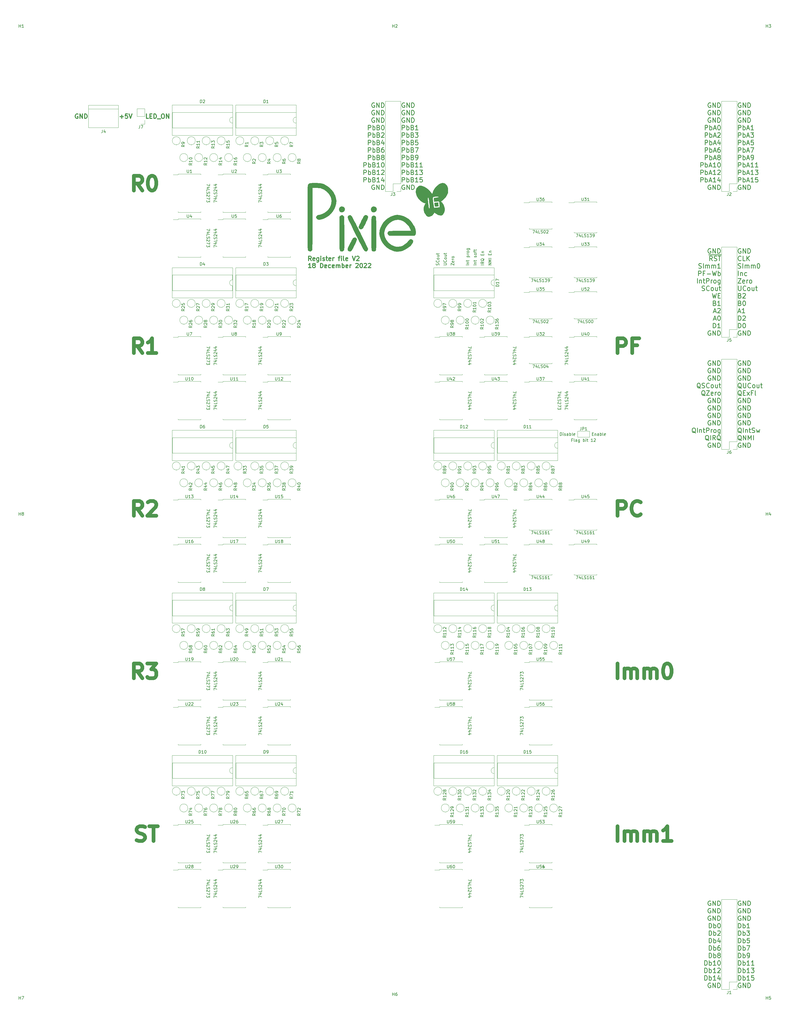
<source format=gbr>
%TF.GenerationSoftware,KiCad,Pcbnew,6.0.10-86aedd382b~118~ubuntu20.04.1*%
%TF.CreationDate,2022-12-19T16:27:45+01:00*%
%TF.ProjectId,px16_regfile,70783136-5f72-4656-9766-696c652e6b69,2*%
%TF.SameCoordinates,Original*%
%TF.FileFunction,Legend,Top*%
%TF.FilePolarity,Positive*%
%FSLAX46Y46*%
G04 Gerber Fmt 4.6, Leading zero omitted, Abs format (unit mm)*
G04 Created by KiCad (PCBNEW 6.0.10-86aedd382b~118~ubuntu20.04.1) date 2022-12-19 16:27:45*
%MOMM*%
%LPD*%
G01*
G04 APERTURE LIST*
%ADD10C,0.150000*%
%ADD11C,0.254000*%
%ADD12C,0.300000*%
%ADD13C,1.250000*%
%ADD14C,0.120000*%
G04 APERTURE END LIST*
D10*
X208177142Y-95178630D02*
X208843809Y-95178630D01*
X208415238Y-96178630D01*
X209653333Y-95511964D02*
X209653333Y-96178630D01*
X209415238Y-95131011D02*
X209177142Y-95845297D01*
X209796190Y-95845297D01*
X210653333Y-96178630D02*
X210177142Y-96178630D01*
X210177142Y-95178630D01*
X210939047Y-96131011D02*
X211081904Y-96178630D01*
X211320000Y-96178630D01*
X211415238Y-96131011D01*
X211462857Y-96083392D01*
X211510476Y-95988154D01*
X211510476Y-95892916D01*
X211462857Y-95797678D01*
X211415238Y-95750059D01*
X211320000Y-95702440D01*
X211129523Y-95654821D01*
X211034285Y-95607202D01*
X210986666Y-95559583D01*
X210939047Y-95464345D01*
X210939047Y-95369107D01*
X210986666Y-95273869D01*
X211034285Y-95226250D01*
X211129523Y-95178630D01*
X211367619Y-95178630D01*
X211510476Y-95226250D01*
X212129523Y-95178630D02*
X212224761Y-95178630D01*
X212320000Y-95226250D01*
X212367619Y-95273869D01*
X212415238Y-95369107D01*
X212462857Y-95559583D01*
X212462857Y-95797678D01*
X212415238Y-95988154D01*
X212367619Y-96083392D01*
X212320000Y-96131011D01*
X212224761Y-96178630D01*
X212129523Y-96178630D01*
X212034285Y-96131011D01*
X211986666Y-96083392D01*
X211939047Y-95988154D01*
X211891428Y-95797678D01*
X211891428Y-95559583D01*
X211939047Y-95369107D01*
X211986666Y-95273869D01*
X212034285Y-95226250D01*
X212129523Y-95178630D01*
X212843809Y-95273869D02*
X212891428Y-95226250D01*
X212986666Y-95178630D01*
X213224761Y-95178630D01*
X213320000Y-95226250D01*
X213367619Y-95273869D01*
X213415238Y-95369107D01*
X213415238Y-95464345D01*
X213367619Y-95607202D01*
X212796190Y-96178630D01*
X213415238Y-96178630D01*
X98337619Y-260405952D02*
X98337619Y-261072619D01*
X97337619Y-260644047D01*
X98004285Y-261882142D02*
X97337619Y-261882142D01*
X98385238Y-261644047D02*
X97670952Y-261405952D01*
X97670952Y-262025000D01*
X97337619Y-262882142D02*
X97337619Y-262405952D01*
X98337619Y-262405952D01*
X97385238Y-263167857D02*
X97337619Y-263310714D01*
X97337619Y-263548809D01*
X97385238Y-263644047D01*
X97432857Y-263691666D01*
X97528095Y-263739285D01*
X97623333Y-263739285D01*
X97718571Y-263691666D01*
X97766190Y-263644047D01*
X97813809Y-263548809D01*
X97861428Y-263358333D01*
X97909047Y-263263095D01*
X97956666Y-263215476D01*
X98051904Y-263167857D01*
X98147142Y-263167857D01*
X98242380Y-263215476D01*
X98290000Y-263263095D01*
X98337619Y-263358333D01*
X98337619Y-263596428D01*
X98290000Y-263739285D01*
X98242380Y-264120238D02*
X98290000Y-264167857D01*
X98337619Y-264263095D01*
X98337619Y-264501190D01*
X98290000Y-264596428D01*
X98242380Y-264644047D01*
X98147142Y-264691666D01*
X98051904Y-264691666D01*
X97909047Y-264644047D01*
X97337619Y-264072619D01*
X97337619Y-264691666D01*
X98337619Y-265025000D02*
X98337619Y-265691666D01*
X97337619Y-265263095D01*
X98337619Y-265977380D02*
X98337619Y-266596428D01*
X97956666Y-266263095D01*
X97956666Y-266405952D01*
X97909047Y-266501190D01*
X97861428Y-266548809D01*
X97766190Y-266596428D01*
X97528095Y-266596428D01*
X97432857Y-266548809D01*
X97385238Y-266501190D01*
X97337619Y-266405952D01*
X97337619Y-266120238D01*
X97385238Y-266025000D01*
X97432857Y-265977380D01*
X202477619Y-205160952D02*
X202477619Y-205827619D01*
X201477619Y-205399047D01*
X202144285Y-206637142D02*
X201477619Y-206637142D01*
X202525238Y-206399047D02*
X201810952Y-206160952D01*
X201810952Y-206780000D01*
X201477619Y-207637142D02*
X201477619Y-207160952D01*
X202477619Y-207160952D01*
X201525238Y-207922857D02*
X201477619Y-208065714D01*
X201477619Y-208303809D01*
X201525238Y-208399047D01*
X201572857Y-208446666D01*
X201668095Y-208494285D01*
X201763333Y-208494285D01*
X201858571Y-208446666D01*
X201906190Y-208399047D01*
X201953809Y-208303809D01*
X202001428Y-208113333D01*
X202049047Y-208018095D01*
X202096666Y-207970476D01*
X202191904Y-207922857D01*
X202287142Y-207922857D01*
X202382380Y-207970476D01*
X202430000Y-208018095D01*
X202477619Y-208113333D01*
X202477619Y-208351428D01*
X202430000Y-208494285D01*
X202382380Y-208875238D02*
X202430000Y-208922857D01*
X202477619Y-209018095D01*
X202477619Y-209256190D01*
X202430000Y-209351428D01*
X202382380Y-209399047D01*
X202287142Y-209446666D01*
X202191904Y-209446666D01*
X202049047Y-209399047D01*
X201477619Y-208827619D01*
X201477619Y-209446666D01*
X202144285Y-210303809D02*
X201477619Y-210303809D01*
X202525238Y-210065714D02*
X201810952Y-209827619D01*
X201810952Y-210446666D01*
X202144285Y-211256190D02*
X201477619Y-211256190D01*
X202525238Y-211018095D02*
X201810952Y-210780000D01*
X201810952Y-211399047D01*
X115022380Y-85669047D02*
X115022380Y-85002380D01*
X116022380Y-85430952D01*
X115355714Y-84192857D02*
X116022380Y-84192857D01*
X114974761Y-84430952D02*
X115689047Y-84669047D01*
X115689047Y-84050000D01*
X116022380Y-83192857D02*
X116022380Y-83669047D01*
X115022380Y-83669047D01*
X115974761Y-82907142D02*
X116022380Y-82764285D01*
X116022380Y-82526190D01*
X115974761Y-82430952D01*
X115927142Y-82383333D01*
X115831904Y-82335714D01*
X115736666Y-82335714D01*
X115641428Y-82383333D01*
X115593809Y-82430952D01*
X115546190Y-82526190D01*
X115498571Y-82716666D01*
X115450952Y-82811904D01*
X115403333Y-82859523D01*
X115308095Y-82907142D01*
X115212857Y-82907142D01*
X115117619Y-82859523D01*
X115070000Y-82811904D01*
X115022380Y-82716666D01*
X115022380Y-82478571D01*
X115070000Y-82335714D01*
X115117619Y-81954761D02*
X115070000Y-81907142D01*
X115022380Y-81811904D01*
X115022380Y-81573809D01*
X115070000Y-81478571D01*
X115117619Y-81430952D01*
X115212857Y-81383333D01*
X115308095Y-81383333D01*
X115450952Y-81430952D01*
X116022380Y-82002380D01*
X116022380Y-81383333D01*
X115355714Y-80526190D02*
X116022380Y-80526190D01*
X114974761Y-80764285D02*
X115689047Y-81002380D01*
X115689047Y-80383333D01*
X115355714Y-79573809D02*
X116022380Y-79573809D01*
X114974761Y-79811904D02*
X115689047Y-80050000D01*
X115689047Y-79430952D01*
D11*
X268590357Y-51942746D02*
X268440376Y-51867755D01*
X268215404Y-51867755D01*
X267990433Y-51942746D01*
X267840452Y-52092726D01*
X267765461Y-52242707D01*
X267690471Y-52542669D01*
X267690471Y-52767641D01*
X267765461Y-53067603D01*
X267840452Y-53217584D01*
X267990433Y-53367565D01*
X268215404Y-53442555D01*
X268365385Y-53442555D01*
X268590357Y-53367565D01*
X268665347Y-53292574D01*
X268665347Y-52767641D01*
X268365385Y-52767641D01*
X269340261Y-53442555D02*
X269340261Y-51867755D01*
X270240147Y-53442555D01*
X270240147Y-51867755D01*
X270990052Y-53442555D02*
X270990052Y-51867755D01*
X271365004Y-51867755D01*
X271589976Y-51942746D01*
X271739957Y-52092726D01*
X271814947Y-52242707D01*
X271889938Y-52542669D01*
X271889938Y-52767641D01*
X271814947Y-53067603D01*
X271739957Y-53217584D01*
X271589976Y-53367565D01*
X271365004Y-53442555D01*
X270990052Y-53442555D01*
X268590357Y-54478174D02*
X268440376Y-54403183D01*
X268215404Y-54403183D01*
X267990433Y-54478174D01*
X267840452Y-54628154D01*
X267765461Y-54778135D01*
X267690471Y-55078097D01*
X267690471Y-55303069D01*
X267765461Y-55603031D01*
X267840452Y-55753012D01*
X267990433Y-55902993D01*
X268215404Y-55977983D01*
X268365385Y-55977983D01*
X268590357Y-55902993D01*
X268665347Y-55828002D01*
X268665347Y-55303069D01*
X268365385Y-55303069D01*
X269340261Y-55977983D02*
X269340261Y-54403183D01*
X270240147Y-55977983D01*
X270240147Y-54403183D01*
X270990052Y-55977983D02*
X270990052Y-54403183D01*
X271365004Y-54403183D01*
X271589976Y-54478174D01*
X271739957Y-54628154D01*
X271814947Y-54778135D01*
X271889938Y-55078097D01*
X271889938Y-55303069D01*
X271814947Y-55603031D01*
X271739957Y-55753012D01*
X271589976Y-55902993D01*
X271365004Y-55977983D01*
X270990052Y-55977983D01*
X268590357Y-57013602D02*
X268440376Y-56938611D01*
X268215404Y-56938611D01*
X267990433Y-57013602D01*
X267840452Y-57163582D01*
X267765461Y-57313563D01*
X267690471Y-57613525D01*
X267690471Y-57838497D01*
X267765461Y-58138459D01*
X267840452Y-58288440D01*
X267990433Y-58438421D01*
X268215404Y-58513411D01*
X268365385Y-58513411D01*
X268590357Y-58438421D01*
X268665347Y-58363430D01*
X268665347Y-57838497D01*
X268365385Y-57838497D01*
X269340261Y-58513411D02*
X269340261Y-56938611D01*
X270240147Y-58513411D01*
X270240147Y-56938611D01*
X270990052Y-58513411D02*
X270990052Y-56938611D01*
X271365004Y-56938611D01*
X271589976Y-57013602D01*
X271739957Y-57163582D01*
X271814947Y-57313563D01*
X271889938Y-57613525D01*
X271889938Y-57838497D01*
X271814947Y-58138459D01*
X271739957Y-58288440D01*
X271589976Y-58438421D01*
X271365004Y-58513411D01*
X270990052Y-58513411D01*
X266715595Y-61048839D02*
X266715595Y-59474039D01*
X267315519Y-59474039D01*
X267465500Y-59549030D01*
X267540490Y-59624020D01*
X267615480Y-59774001D01*
X267615480Y-59998972D01*
X267540490Y-60148953D01*
X267465500Y-60223944D01*
X267315519Y-60298934D01*
X266715595Y-60298934D01*
X268290395Y-61048839D02*
X268290395Y-59474039D01*
X268290395Y-60073963D02*
X268440376Y-59998972D01*
X268740338Y-59998972D01*
X268890319Y-60073963D01*
X268965309Y-60148953D01*
X269040300Y-60298934D01*
X269040300Y-60748877D01*
X268965309Y-60898858D01*
X268890319Y-60973849D01*
X268740338Y-61048839D01*
X268440376Y-61048839D01*
X268290395Y-60973849D01*
X269640223Y-60598896D02*
X270390128Y-60598896D01*
X269490242Y-61048839D02*
X270015176Y-59474039D01*
X270540109Y-61048839D01*
X271365004Y-59474039D02*
X271514985Y-59474039D01*
X271664966Y-59549030D01*
X271739957Y-59624020D01*
X271814947Y-59774001D01*
X271889938Y-60073963D01*
X271889938Y-60448915D01*
X271814947Y-60748877D01*
X271739957Y-60898858D01*
X271664966Y-60973849D01*
X271514985Y-61048839D01*
X271365004Y-61048839D01*
X271215023Y-60973849D01*
X271140033Y-60898858D01*
X271065042Y-60748877D01*
X270990052Y-60448915D01*
X270990052Y-60073963D01*
X271065042Y-59774001D01*
X271140033Y-59624020D01*
X271215023Y-59549030D01*
X271365004Y-59474039D01*
X266715595Y-63584267D02*
X266715595Y-62009467D01*
X267315519Y-62009467D01*
X267465500Y-62084458D01*
X267540490Y-62159448D01*
X267615480Y-62309429D01*
X267615480Y-62534400D01*
X267540490Y-62684381D01*
X267465500Y-62759372D01*
X267315519Y-62834362D01*
X266715595Y-62834362D01*
X268290395Y-63584267D02*
X268290395Y-62009467D01*
X268290395Y-62609391D02*
X268440376Y-62534400D01*
X268740338Y-62534400D01*
X268890319Y-62609391D01*
X268965309Y-62684381D01*
X269040300Y-62834362D01*
X269040300Y-63284305D01*
X268965309Y-63434286D01*
X268890319Y-63509277D01*
X268740338Y-63584267D01*
X268440376Y-63584267D01*
X268290395Y-63509277D01*
X269640223Y-63134324D02*
X270390128Y-63134324D01*
X269490242Y-63584267D02*
X270015176Y-62009467D01*
X270540109Y-63584267D01*
X270990052Y-62159448D02*
X271065042Y-62084458D01*
X271215023Y-62009467D01*
X271589976Y-62009467D01*
X271739957Y-62084458D01*
X271814947Y-62159448D01*
X271889938Y-62309429D01*
X271889938Y-62459410D01*
X271814947Y-62684381D01*
X270915061Y-63584267D01*
X271889938Y-63584267D01*
X266715595Y-66119695D02*
X266715595Y-64544895D01*
X267315519Y-64544895D01*
X267465500Y-64619886D01*
X267540490Y-64694876D01*
X267615480Y-64844857D01*
X267615480Y-65069828D01*
X267540490Y-65219809D01*
X267465500Y-65294800D01*
X267315519Y-65369790D01*
X266715595Y-65369790D01*
X268290395Y-66119695D02*
X268290395Y-64544895D01*
X268290395Y-65144819D02*
X268440376Y-65069828D01*
X268740338Y-65069828D01*
X268890319Y-65144819D01*
X268965309Y-65219809D01*
X269040300Y-65369790D01*
X269040300Y-65819733D01*
X268965309Y-65969714D01*
X268890319Y-66044705D01*
X268740338Y-66119695D01*
X268440376Y-66119695D01*
X268290395Y-66044705D01*
X269640223Y-65669752D02*
X270390128Y-65669752D01*
X269490242Y-66119695D02*
X270015176Y-64544895D01*
X270540109Y-66119695D01*
X271739957Y-65069828D02*
X271739957Y-66119695D01*
X271365004Y-64469905D02*
X270990052Y-65594762D01*
X271964928Y-65594762D01*
X266715595Y-68655123D02*
X266715595Y-67080323D01*
X267315519Y-67080323D01*
X267465500Y-67155314D01*
X267540490Y-67230304D01*
X267615480Y-67380285D01*
X267615480Y-67605256D01*
X267540490Y-67755237D01*
X267465500Y-67830228D01*
X267315519Y-67905218D01*
X266715595Y-67905218D01*
X268290395Y-68655123D02*
X268290395Y-67080323D01*
X268290395Y-67680247D02*
X268440376Y-67605256D01*
X268740338Y-67605256D01*
X268890319Y-67680247D01*
X268965309Y-67755237D01*
X269040300Y-67905218D01*
X269040300Y-68355161D01*
X268965309Y-68505142D01*
X268890319Y-68580133D01*
X268740338Y-68655123D01*
X268440376Y-68655123D01*
X268290395Y-68580133D01*
X269640223Y-68205180D02*
X270390128Y-68205180D01*
X269490242Y-68655123D02*
X270015176Y-67080323D01*
X270540109Y-68655123D01*
X271739957Y-67080323D02*
X271439995Y-67080323D01*
X271290014Y-67155314D01*
X271215023Y-67230304D01*
X271065042Y-67455275D01*
X270990052Y-67755237D01*
X270990052Y-68355161D01*
X271065042Y-68505142D01*
X271140033Y-68580133D01*
X271290014Y-68655123D01*
X271589976Y-68655123D01*
X271739957Y-68580133D01*
X271814947Y-68505142D01*
X271889938Y-68355161D01*
X271889938Y-67980209D01*
X271814947Y-67830228D01*
X271739957Y-67755237D01*
X271589976Y-67680247D01*
X271290014Y-67680247D01*
X271140033Y-67755237D01*
X271065042Y-67830228D01*
X270990052Y-67980209D01*
X266715595Y-71190551D02*
X266715595Y-69615751D01*
X267315519Y-69615751D01*
X267465500Y-69690742D01*
X267540490Y-69765732D01*
X267615480Y-69915713D01*
X267615480Y-70140684D01*
X267540490Y-70290665D01*
X267465500Y-70365656D01*
X267315519Y-70440646D01*
X266715595Y-70440646D01*
X268290395Y-71190551D02*
X268290395Y-69615751D01*
X268290395Y-70215675D02*
X268440376Y-70140684D01*
X268740338Y-70140684D01*
X268890319Y-70215675D01*
X268965309Y-70290665D01*
X269040300Y-70440646D01*
X269040300Y-70890589D01*
X268965309Y-71040570D01*
X268890319Y-71115561D01*
X268740338Y-71190551D01*
X268440376Y-71190551D01*
X268290395Y-71115561D01*
X269640223Y-70740608D02*
X270390128Y-70740608D01*
X269490242Y-71190551D02*
X270015176Y-69615751D01*
X270540109Y-71190551D01*
X271290014Y-70290665D02*
X271140033Y-70215675D01*
X271065042Y-70140684D01*
X270990052Y-69990703D01*
X270990052Y-69915713D01*
X271065042Y-69765732D01*
X271140033Y-69690742D01*
X271290014Y-69615751D01*
X271589976Y-69615751D01*
X271739957Y-69690742D01*
X271814947Y-69765732D01*
X271889938Y-69915713D01*
X271889938Y-69990703D01*
X271814947Y-70140684D01*
X271739957Y-70215675D01*
X271589976Y-70290665D01*
X271290014Y-70290665D01*
X271140033Y-70365656D01*
X271065042Y-70440646D01*
X270990052Y-70590627D01*
X270990052Y-70890589D01*
X271065042Y-71040570D01*
X271140033Y-71115561D01*
X271290014Y-71190551D01*
X271589976Y-71190551D01*
X271739957Y-71115561D01*
X271814947Y-71040570D01*
X271889938Y-70890589D01*
X271889938Y-70590627D01*
X271814947Y-70440646D01*
X271739957Y-70365656D01*
X271589976Y-70290665D01*
X265215785Y-73725979D02*
X265215785Y-72151179D01*
X265815709Y-72151179D01*
X265965690Y-72226170D01*
X266040680Y-72301160D01*
X266115671Y-72451141D01*
X266115671Y-72676112D01*
X266040680Y-72826093D01*
X265965690Y-72901084D01*
X265815709Y-72976074D01*
X265215785Y-72976074D01*
X266790585Y-73725979D02*
X266790585Y-72151179D01*
X266790585Y-72751103D02*
X266940566Y-72676112D01*
X267240528Y-72676112D01*
X267390509Y-72751103D01*
X267465500Y-72826093D01*
X267540490Y-72976074D01*
X267540490Y-73426017D01*
X267465500Y-73575998D01*
X267390509Y-73650989D01*
X267240528Y-73725979D01*
X266940566Y-73725979D01*
X266790585Y-73650989D01*
X268140414Y-73276036D02*
X268890319Y-73276036D01*
X267990433Y-73725979D02*
X268515366Y-72151179D01*
X269040300Y-73725979D01*
X270390128Y-73725979D02*
X269490242Y-73725979D01*
X269940185Y-73725979D02*
X269940185Y-72151179D01*
X269790204Y-72376150D01*
X269640223Y-72526131D01*
X269490242Y-72601122D01*
X271365004Y-72151179D02*
X271514985Y-72151179D01*
X271664966Y-72226170D01*
X271739957Y-72301160D01*
X271814947Y-72451141D01*
X271889938Y-72751103D01*
X271889938Y-73126055D01*
X271814947Y-73426017D01*
X271739957Y-73575998D01*
X271664966Y-73650989D01*
X271514985Y-73725979D01*
X271365004Y-73725979D01*
X271215023Y-73650989D01*
X271140033Y-73575998D01*
X271065042Y-73426017D01*
X270990052Y-73126055D01*
X270990052Y-72751103D01*
X271065042Y-72451141D01*
X271140033Y-72301160D01*
X271215023Y-72226170D01*
X271365004Y-72151179D01*
X265215785Y-76261407D02*
X265215785Y-74686607D01*
X265815709Y-74686607D01*
X265965690Y-74761598D01*
X266040680Y-74836588D01*
X266115671Y-74986569D01*
X266115671Y-75211540D01*
X266040680Y-75361521D01*
X265965690Y-75436512D01*
X265815709Y-75511502D01*
X265215785Y-75511502D01*
X266790585Y-76261407D02*
X266790585Y-74686607D01*
X266790585Y-75286531D02*
X266940566Y-75211540D01*
X267240528Y-75211540D01*
X267390509Y-75286531D01*
X267465500Y-75361521D01*
X267540490Y-75511502D01*
X267540490Y-75961445D01*
X267465500Y-76111426D01*
X267390509Y-76186417D01*
X267240528Y-76261407D01*
X266940566Y-76261407D01*
X266790585Y-76186417D01*
X268140414Y-75811464D02*
X268890319Y-75811464D01*
X267990433Y-76261407D02*
X268515366Y-74686607D01*
X269040300Y-76261407D01*
X270390128Y-76261407D02*
X269490242Y-76261407D01*
X269940185Y-76261407D02*
X269940185Y-74686607D01*
X269790204Y-74911578D01*
X269640223Y-75061559D01*
X269490242Y-75136550D01*
X270990052Y-74836588D02*
X271065042Y-74761598D01*
X271215023Y-74686607D01*
X271589976Y-74686607D01*
X271739957Y-74761598D01*
X271814947Y-74836588D01*
X271889938Y-74986569D01*
X271889938Y-75136550D01*
X271814947Y-75361521D01*
X270915061Y-76261407D01*
X271889938Y-76261407D01*
X265215785Y-78796835D02*
X265215785Y-77222035D01*
X265815709Y-77222035D01*
X265965690Y-77297026D01*
X266040680Y-77372016D01*
X266115671Y-77521997D01*
X266115671Y-77746968D01*
X266040680Y-77896949D01*
X265965690Y-77971940D01*
X265815709Y-78046930D01*
X265215785Y-78046930D01*
X266790585Y-78796835D02*
X266790585Y-77222035D01*
X266790585Y-77821959D02*
X266940566Y-77746968D01*
X267240528Y-77746968D01*
X267390509Y-77821959D01*
X267465500Y-77896949D01*
X267540490Y-78046930D01*
X267540490Y-78496873D01*
X267465500Y-78646854D01*
X267390509Y-78721845D01*
X267240528Y-78796835D01*
X266940566Y-78796835D01*
X266790585Y-78721845D01*
X268140414Y-78346892D02*
X268890319Y-78346892D01*
X267990433Y-78796835D02*
X268515366Y-77222035D01*
X269040300Y-78796835D01*
X270390128Y-78796835D02*
X269490242Y-78796835D01*
X269940185Y-78796835D02*
X269940185Y-77222035D01*
X269790204Y-77447006D01*
X269640223Y-77596987D01*
X269490242Y-77671978D01*
X271739957Y-77746968D02*
X271739957Y-78796835D01*
X271365004Y-77147045D02*
X270990052Y-78271902D01*
X271964928Y-78271902D01*
X268590357Y-79832454D02*
X268440376Y-79757463D01*
X268215404Y-79757463D01*
X267990433Y-79832454D01*
X267840452Y-79982434D01*
X267765461Y-80132415D01*
X267690471Y-80432377D01*
X267690471Y-80657349D01*
X267765461Y-80957311D01*
X267840452Y-81107292D01*
X267990433Y-81257273D01*
X268215404Y-81332263D01*
X268365385Y-81332263D01*
X268590357Y-81257273D01*
X268665347Y-81182282D01*
X268665347Y-80657349D01*
X268365385Y-80657349D01*
X269340261Y-81332263D02*
X269340261Y-79757463D01*
X270240147Y-81332263D01*
X270240147Y-79757463D01*
X270990052Y-81332263D02*
X270990052Y-79757463D01*
X271365004Y-79757463D01*
X271589976Y-79832454D01*
X271739957Y-79982434D01*
X271814947Y-80132415D01*
X271889938Y-80432377D01*
X271889938Y-80657349D01*
X271814947Y-80957311D01*
X271739957Y-81107292D01*
X271589976Y-81257273D01*
X271365004Y-81332263D01*
X270990052Y-81332263D01*
D10*
X99782380Y-140914047D02*
X99782380Y-140247380D01*
X100782380Y-140675952D01*
X100115714Y-139437857D02*
X100782380Y-139437857D01*
X99734761Y-139675952D02*
X100449047Y-139914047D01*
X100449047Y-139295000D01*
X100782380Y-138437857D02*
X100782380Y-138914047D01*
X99782380Y-138914047D01*
X100734761Y-138152142D02*
X100782380Y-138009285D01*
X100782380Y-137771190D01*
X100734761Y-137675952D01*
X100687142Y-137628333D01*
X100591904Y-137580714D01*
X100496666Y-137580714D01*
X100401428Y-137628333D01*
X100353809Y-137675952D01*
X100306190Y-137771190D01*
X100258571Y-137961666D01*
X100210952Y-138056904D01*
X100163333Y-138104523D01*
X100068095Y-138152142D01*
X99972857Y-138152142D01*
X99877619Y-138104523D01*
X99830000Y-138056904D01*
X99782380Y-137961666D01*
X99782380Y-137723571D01*
X99830000Y-137580714D01*
X99877619Y-137199761D02*
X99830000Y-137152142D01*
X99782380Y-137056904D01*
X99782380Y-136818809D01*
X99830000Y-136723571D01*
X99877619Y-136675952D01*
X99972857Y-136628333D01*
X100068095Y-136628333D01*
X100210952Y-136675952D01*
X100782380Y-137247380D01*
X100782380Y-136628333D01*
X100115714Y-135771190D02*
X100782380Y-135771190D01*
X99734761Y-136009285D02*
X100449047Y-136247380D01*
X100449047Y-135628333D01*
X100115714Y-134818809D02*
X100782380Y-134818809D01*
X99734761Y-135056904D02*
X100449047Y-135295000D01*
X100449047Y-134675952D01*
X187237619Y-134675952D02*
X187237619Y-135342619D01*
X186237619Y-134914047D01*
X186904285Y-136152142D02*
X186237619Y-136152142D01*
X187285238Y-135914047D02*
X186570952Y-135675952D01*
X186570952Y-136295000D01*
X186237619Y-137152142D02*
X186237619Y-136675952D01*
X187237619Y-136675952D01*
X186285238Y-137437857D02*
X186237619Y-137580714D01*
X186237619Y-137818809D01*
X186285238Y-137914047D01*
X186332857Y-137961666D01*
X186428095Y-138009285D01*
X186523333Y-138009285D01*
X186618571Y-137961666D01*
X186666190Y-137914047D01*
X186713809Y-137818809D01*
X186761428Y-137628333D01*
X186809047Y-137533095D01*
X186856666Y-137485476D01*
X186951904Y-137437857D01*
X187047142Y-137437857D01*
X187142380Y-137485476D01*
X187190000Y-137533095D01*
X187237619Y-137628333D01*
X187237619Y-137866428D01*
X187190000Y-138009285D01*
X187142380Y-138390238D02*
X187190000Y-138437857D01*
X187237619Y-138533095D01*
X187237619Y-138771190D01*
X187190000Y-138866428D01*
X187142380Y-138914047D01*
X187047142Y-138961666D01*
X186951904Y-138961666D01*
X186809047Y-138914047D01*
X186237619Y-138342619D01*
X186237619Y-138961666D01*
X186904285Y-139818809D02*
X186237619Y-139818809D01*
X187285238Y-139580714D02*
X186570952Y-139342619D01*
X186570952Y-139961666D01*
X186904285Y-140771190D02*
X186237619Y-140771190D01*
X187285238Y-140533095D02*
X186570952Y-140295000D01*
X186570952Y-140914047D01*
D12*
X77526428Y-57193571D02*
X76812142Y-57193571D01*
X76812142Y-55693571D01*
X78026428Y-56407857D02*
X78526428Y-56407857D01*
X78740714Y-57193571D02*
X78026428Y-57193571D01*
X78026428Y-55693571D01*
X78740714Y-55693571D01*
X79383571Y-57193571D02*
X79383571Y-55693571D01*
X79740714Y-55693571D01*
X79955000Y-55765000D01*
X80097857Y-55907857D01*
X80169285Y-56050714D01*
X80240714Y-56336428D01*
X80240714Y-56550714D01*
X80169285Y-56836428D01*
X80097857Y-56979285D01*
X79955000Y-57122142D01*
X79740714Y-57193571D01*
X79383571Y-57193571D01*
X80526428Y-57336428D02*
X81669285Y-57336428D01*
X82312142Y-55693571D02*
X82597857Y-55693571D01*
X82740714Y-55765000D01*
X82883571Y-55907857D01*
X82955000Y-56193571D01*
X82955000Y-56693571D01*
X82883571Y-56979285D01*
X82740714Y-57122142D01*
X82597857Y-57193571D01*
X82312142Y-57193571D01*
X82169285Y-57122142D01*
X82026428Y-56979285D01*
X81955000Y-56693571D01*
X81955000Y-56193571D01*
X82026428Y-55907857D01*
X82169285Y-55765000D01*
X82312142Y-55693571D01*
X83597857Y-57193571D02*
X83597857Y-55693571D01*
X84455000Y-57193571D01*
X84455000Y-55693571D01*
D10*
X208177142Y-125658630D02*
X208843809Y-125658630D01*
X208415238Y-126658630D01*
X209653333Y-125991964D02*
X209653333Y-126658630D01*
X209415238Y-125611011D02*
X209177142Y-126325297D01*
X209796190Y-126325297D01*
X210653333Y-126658630D02*
X210177142Y-126658630D01*
X210177142Y-125658630D01*
X210939047Y-126611011D02*
X211081904Y-126658630D01*
X211320000Y-126658630D01*
X211415238Y-126611011D01*
X211462857Y-126563392D01*
X211510476Y-126468154D01*
X211510476Y-126372916D01*
X211462857Y-126277678D01*
X211415238Y-126230059D01*
X211320000Y-126182440D01*
X211129523Y-126134821D01*
X211034285Y-126087202D01*
X210986666Y-126039583D01*
X210939047Y-125944345D01*
X210939047Y-125849107D01*
X210986666Y-125753869D01*
X211034285Y-125706250D01*
X211129523Y-125658630D01*
X211367619Y-125658630D01*
X211510476Y-125706250D01*
X212129523Y-125658630D02*
X212224761Y-125658630D01*
X212320000Y-125706250D01*
X212367619Y-125753869D01*
X212415238Y-125849107D01*
X212462857Y-126039583D01*
X212462857Y-126277678D01*
X212415238Y-126468154D01*
X212367619Y-126563392D01*
X212320000Y-126611011D01*
X212224761Y-126658630D01*
X212129523Y-126658630D01*
X212034285Y-126611011D01*
X211986666Y-126563392D01*
X211939047Y-126468154D01*
X211891428Y-126277678D01*
X211891428Y-126039583D01*
X211939047Y-125849107D01*
X211986666Y-125753869D01*
X212034285Y-125706250D01*
X212129523Y-125658630D01*
X212843809Y-125753869D02*
X212891428Y-125706250D01*
X212986666Y-125658630D01*
X213224761Y-125658630D01*
X213320000Y-125706250D01*
X213367619Y-125753869D01*
X213415238Y-125849107D01*
X213415238Y-125944345D01*
X213367619Y-126087202D01*
X212796190Y-126658630D01*
X213415238Y-126658630D01*
X222940952Y-212653630D02*
X223607619Y-212653630D01*
X223179047Y-213653630D01*
X224417142Y-212986964D02*
X224417142Y-213653630D01*
X224179047Y-212606011D02*
X223940952Y-213320297D01*
X224560000Y-213320297D01*
X225417142Y-213653630D02*
X224940952Y-213653630D01*
X224940952Y-212653630D01*
X225702857Y-213606011D02*
X225845714Y-213653630D01*
X226083809Y-213653630D01*
X226179047Y-213606011D01*
X226226666Y-213558392D01*
X226274285Y-213463154D01*
X226274285Y-213367916D01*
X226226666Y-213272678D01*
X226179047Y-213225059D01*
X226083809Y-213177440D01*
X225893333Y-213129821D01*
X225798095Y-213082202D01*
X225750476Y-213034583D01*
X225702857Y-212939345D01*
X225702857Y-212844107D01*
X225750476Y-212748869D01*
X225798095Y-212701250D01*
X225893333Y-212653630D01*
X226131428Y-212653630D01*
X226274285Y-212701250D01*
X227226666Y-213653630D02*
X226655238Y-213653630D01*
X226940952Y-213653630D02*
X226940952Y-212653630D01*
X226845714Y-212796488D01*
X226750476Y-212891726D01*
X226655238Y-212939345D01*
X228083809Y-212653630D02*
X227893333Y-212653630D01*
X227798095Y-212701250D01*
X227750476Y-212748869D01*
X227655238Y-212891726D01*
X227607619Y-213082202D01*
X227607619Y-213463154D01*
X227655238Y-213558392D01*
X227702857Y-213606011D01*
X227798095Y-213653630D01*
X227988571Y-213653630D01*
X228083809Y-213606011D01*
X228131428Y-213558392D01*
X228179047Y-213463154D01*
X228179047Y-213225059D01*
X228131428Y-213129821D01*
X228083809Y-213082202D01*
X227988571Y-213034583D01*
X227798095Y-213034583D01*
X227702857Y-213082202D01*
X227655238Y-213129821D01*
X227607619Y-213225059D01*
X229131428Y-213653630D02*
X228560000Y-213653630D01*
X228845714Y-213653630D02*
X228845714Y-212653630D01*
X228750476Y-212796488D01*
X228655238Y-212891726D01*
X228560000Y-212939345D01*
X99782380Y-85669047D02*
X99782380Y-85002380D01*
X100782380Y-85430952D01*
X100115714Y-84192857D02*
X100782380Y-84192857D01*
X99734761Y-84430952D02*
X100449047Y-84669047D01*
X100449047Y-84050000D01*
X100782380Y-83192857D02*
X100782380Y-83669047D01*
X99782380Y-83669047D01*
X100734761Y-82907142D02*
X100782380Y-82764285D01*
X100782380Y-82526190D01*
X100734761Y-82430952D01*
X100687142Y-82383333D01*
X100591904Y-82335714D01*
X100496666Y-82335714D01*
X100401428Y-82383333D01*
X100353809Y-82430952D01*
X100306190Y-82526190D01*
X100258571Y-82716666D01*
X100210952Y-82811904D01*
X100163333Y-82859523D01*
X100068095Y-82907142D01*
X99972857Y-82907142D01*
X99877619Y-82859523D01*
X99830000Y-82811904D01*
X99782380Y-82716666D01*
X99782380Y-82478571D01*
X99830000Y-82335714D01*
X99877619Y-81954761D02*
X99830000Y-81907142D01*
X99782380Y-81811904D01*
X99782380Y-81573809D01*
X99830000Y-81478571D01*
X99877619Y-81430952D01*
X99972857Y-81383333D01*
X100068095Y-81383333D01*
X100210952Y-81430952D01*
X100782380Y-82002380D01*
X100782380Y-81383333D01*
X100115714Y-80526190D02*
X100782380Y-80526190D01*
X99734761Y-80764285D02*
X100449047Y-81002380D01*
X100449047Y-80383333D01*
X100115714Y-79573809D02*
X100782380Y-79573809D01*
X99734761Y-79811904D02*
X100449047Y-80050000D01*
X100449047Y-79430952D01*
D12*
X132854285Y-105516071D02*
X132354285Y-104801785D01*
X131997142Y-105516071D02*
X131997142Y-104016071D01*
X132568571Y-104016071D01*
X132711428Y-104087500D01*
X132782857Y-104158928D01*
X132854285Y-104301785D01*
X132854285Y-104516071D01*
X132782857Y-104658928D01*
X132711428Y-104730357D01*
X132568571Y-104801785D01*
X131997142Y-104801785D01*
X134068571Y-105444642D02*
X133925714Y-105516071D01*
X133640000Y-105516071D01*
X133497142Y-105444642D01*
X133425714Y-105301785D01*
X133425714Y-104730357D01*
X133497142Y-104587500D01*
X133640000Y-104516071D01*
X133925714Y-104516071D01*
X134068571Y-104587500D01*
X134140000Y-104730357D01*
X134140000Y-104873214D01*
X133425714Y-105016071D01*
X135425714Y-104516071D02*
X135425714Y-105730357D01*
X135354285Y-105873214D01*
X135282857Y-105944642D01*
X135140000Y-106016071D01*
X134925714Y-106016071D01*
X134782857Y-105944642D01*
X135425714Y-105444642D02*
X135282857Y-105516071D01*
X134997142Y-105516071D01*
X134854285Y-105444642D01*
X134782857Y-105373214D01*
X134711428Y-105230357D01*
X134711428Y-104801785D01*
X134782857Y-104658928D01*
X134854285Y-104587500D01*
X134997142Y-104516071D01*
X135282857Y-104516071D01*
X135425714Y-104587500D01*
X136140000Y-105516071D02*
X136140000Y-104516071D01*
X136140000Y-104016071D02*
X136068571Y-104087500D01*
X136140000Y-104158928D01*
X136211428Y-104087500D01*
X136140000Y-104016071D01*
X136140000Y-104158928D01*
X136782857Y-105444642D02*
X136925714Y-105516071D01*
X137211428Y-105516071D01*
X137354285Y-105444642D01*
X137425714Y-105301785D01*
X137425714Y-105230357D01*
X137354285Y-105087500D01*
X137211428Y-105016071D01*
X136997142Y-105016071D01*
X136854285Y-104944642D01*
X136782857Y-104801785D01*
X136782857Y-104730357D01*
X136854285Y-104587500D01*
X136997142Y-104516071D01*
X137211428Y-104516071D01*
X137354285Y-104587500D01*
X137854285Y-104516071D02*
X138425714Y-104516071D01*
X138068571Y-104016071D02*
X138068571Y-105301785D01*
X138140000Y-105444642D01*
X138282857Y-105516071D01*
X138425714Y-105516071D01*
X139497142Y-105444642D02*
X139354285Y-105516071D01*
X139068571Y-105516071D01*
X138925714Y-105444642D01*
X138854285Y-105301785D01*
X138854285Y-104730357D01*
X138925714Y-104587500D01*
X139068571Y-104516071D01*
X139354285Y-104516071D01*
X139497142Y-104587500D01*
X139568571Y-104730357D01*
X139568571Y-104873214D01*
X138854285Y-105016071D01*
X140211428Y-105516071D02*
X140211428Y-104516071D01*
X140211428Y-104801785D02*
X140282857Y-104658928D01*
X140354285Y-104587500D01*
X140497142Y-104516071D01*
X140640000Y-104516071D01*
X142068571Y-104516071D02*
X142640000Y-104516071D01*
X142282857Y-105516071D02*
X142282857Y-104230357D01*
X142354285Y-104087500D01*
X142497142Y-104016071D01*
X142640000Y-104016071D01*
X143140000Y-105516071D02*
X143140000Y-104516071D01*
X143140000Y-104016071D02*
X143068571Y-104087500D01*
X143140000Y-104158928D01*
X143211428Y-104087500D01*
X143140000Y-104016071D01*
X143140000Y-104158928D01*
X144068571Y-105516071D02*
X143925714Y-105444642D01*
X143854285Y-105301785D01*
X143854285Y-104016071D01*
X145211428Y-105444642D02*
X145068571Y-105516071D01*
X144782857Y-105516071D01*
X144640000Y-105444642D01*
X144568571Y-105301785D01*
X144568571Y-104730357D01*
X144640000Y-104587500D01*
X144782857Y-104516071D01*
X145068571Y-104516071D01*
X145211428Y-104587500D01*
X145282857Y-104730357D01*
X145282857Y-104873214D01*
X144568571Y-105016071D01*
X146854285Y-104016071D02*
X147354285Y-105516071D01*
X147854285Y-104016071D01*
X148282857Y-104158928D02*
X148354285Y-104087500D01*
X148497142Y-104016071D01*
X148854285Y-104016071D01*
X148997142Y-104087500D01*
X149068571Y-104158928D01*
X149140000Y-104301785D01*
X149140000Y-104444642D01*
X149068571Y-104658928D01*
X148211428Y-105516071D01*
X149140000Y-105516071D01*
X132782857Y-107931071D02*
X131925714Y-107931071D01*
X132354285Y-107931071D02*
X132354285Y-106431071D01*
X132211428Y-106645357D01*
X132068571Y-106788214D01*
X131925714Y-106859642D01*
X133640000Y-107073928D02*
X133497142Y-107002500D01*
X133425714Y-106931071D01*
X133354285Y-106788214D01*
X133354285Y-106716785D01*
X133425714Y-106573928D01*
X133497142Y-106502500D01*
X133640000Y-106431071D01*
X133925714Y-106431071D01*
X134068571Y-106502500D01*
X134140000Y-106573928D01*
X134211428Y-106716785D01*
X134211428Y-106788214D01*
X134140000Y-106931071D01*
X134068571Y-107002500D01*
X133925714Y-107073928D01*
X133640000Y-107073928D01*
X133497142Y-107145357D01*
X133425714Y-107216785D01*
X133354285Y-107359642D01*
X133354285Y-107645357D01*
X133425714Y-107788214D01*
X133497142Y-107859642D01*
X133640000Y-107931071D01*
X133925714Y-107931071D01*
X134068571Y-107859642D01*
X134140000Y-107788214D01*
X134211428Y-107645357D01*
X134211428Y-107359642D01*
X134140000Y-107216785D01*
X134068571Y-107145357D01*
X133925714Y-107073928D01*
X135997142Y-107931071D02*
X135997142Y-106431071D01*
X136354285Y-106431071D01*
X136568571Y-106502500D01*
X136711428Y-106645357D01*
X136782857Y-106788214D01*
X136854285Y-107073928D01*
X136854285Y-107288214D01*
X136782857Y-107573928D01*
X136711428Y-107716785D01*
X136568571Y-107859642D01*
X136354285Y-107931071D01*
X135997142Y-107931071D01*
X138068571Y-107859642D02*
X137925714Y-107931071D01*
X137640000Y-107931071D01*
X137497142Y-107859642D01*
X137425714Y-107716785D01*
X137425714Y-107145357D01*
X137497142Y-107002500D01*
X137640000Y-106931071D01*
X137925714Y-106931071D01*
X138068571Y-107002500D01*
X138140000Y-107145357D01*
X138140000Y-107288214D01*
X137425714Y-107431071D01*
X139425714Y-107859642D02*
X139282857Y-107931071D01*
X138997142Y-107931071D01*
X138854285Y-107859642D01*
X138782857Y-107788214D01*
X138711428Y-107645357D01*
X138711428Y-107216785D01*
X138782857Y-107073928D01*
X138854285Y-107002500D01*
X138997142Y-106931071D01*
X139282857Y-106931071D01*
X139425714Y-107002500D01*
X140640000Y-107859642D02*
X140497142Y-107931071D01*
X140211428Y-107931071D01*
X140068571Y-107859642D01*
X139997142Y-107716785D01*
X139997142Y-107145357D01*
X140068571Y-107002500D01*
X140211428Y-106931071D01*
X140497142Y-106931071D01*
X140640000Y-107002500D01*
X140711428Y-107145357D01*
X140711428Y-107288214D01*
X139997142Y-107431071D01*
X141354285Y-107931071D02*
X141354285Y-106931071D01*
X141354285Y-107073928D02*
X141425714Y-107002500D01*
X141568571Y-106931071D01*
X141782857Y-106931071D01*
X141925714Y-107002500D01*
X141997142Y-107145357D01*
X141997142Y-107931071D01*
X141997142Y-107145357D02*
X142068571Y-107002500D01*
X142211428Y-106931071D01*
X142425714Y-106931071D01*
X142568571Y-107002500D01*
X142640000Y-107145357D01*
X142640000Y-107931071D01*
X143354285Y-107931071D02*
X143354285Y-106431071D01*
X143354285Y-107002500D02*
X143497142Y-106931071D01*
X143782857Y-106931071D01*
X143925714Y-107002500D01*
X143997142Y-107073928D01*
X144068571Y-107216785D01*
X144068571Y-107645357D01*
X143997142Y-107788214D01*
X143925714Y-107859642D01*
X143782857Y-107931071D01*
X143497142Y-107931071D01*
X143354285Y-107859642D01*
X145282857Y-107859642D02*
X145140000Y-107931071D01*
X144854285Y-107931071D01*
X144711428Y-107859642D01*
X144640000Y-107716785D01*
X144640000Y-107145357D01*
X144711428Y-107002500D01*
X144854285Y-106931071D01*
X145140000Y-106931071D01*
X145282857Y-107002500D01*
X145354285Y-107145357D01*
X145354285Y-107288214D01*
X144640000Y-107431071D01*
X145997142Y-107931071D02*
X145997142Y-106931071D01*
X145997142Y-107216785D02*
X146068571Y-107073928D01*
X146140000Y-107002500D01*
X146282857Y-106931071D01*
X146425714Y-106931071D01*
X147997142Y-106573928D02*
X148068571Y-106502500D01*
X148211428Y-106431071D01*
X148568571Y-106431071D01*
X148711428Y-106502500D01*
X148782857Y-106573928D01*
X148854285Y-106716785D01*
X148854285Y-106859642D01*
X148782857Y-107073928D01*
X147925714Y-107931071D01*
X148854285Y-107931071D01*
X149782857Y-106431071D02*
X149925714Y-106431071D01*
X150068571Y-106502500D01*
X150140000Y-106573928D01*
X150211428Y-106716785D01*
X150282857Y-107002500D01*
X150282857Y-107359642D01*
X150211428Y-107645357D01*
X150140000Y-107788214D01*
X150068571Y-107859642D01*
X149925714Y-107931071D01*
X149782857Y-107931071D01*
X149640000Y-107859642D01*
X149568571Y-107788214D01*
X149497142Y-107645357D01*
X149425714Y-107359642D01*
X149425714Y-107002500D01*
X149497142Y-106716785D01*
X149568571Y-106573928D01*
X149640000Y-106502500D01*
X149782857Y-106431071D01*
X150854285Y-106573928D02*
X150925714Y-106502500D01*
X151068571Y-106431071D01*
X151425714Y-106431071D01*
X151568571Y-106502500D01*
X151640000Y-106573928D01*
X151711428Y-106716785D01*
X151711428Y-106859642D01*
X151640000Y-107073928D01*
X150782857Y-107931071D01*
X151711428Y-107931071D01*
X152282857Y-106573928D02*
X152354285Y-106502500D01*
X152497142Y-106431071D01*
X152854285Y-106431071D01*
X152997142Y-106502500D01*
X153068571Y-106573928D01*
X153140000Y-106716785D01*
X153140000Y-106859642D01*
X153068571Y-107073928D01*
X152211428Y-107931071D01*
X153140000Y-107931071D01*
D10*
X194127380Y-106979404D02*
X193127380Y-106979404D01*
X194127380Y-106407976D01*
X193127380Y-106407976D01*
X194127380Y-105931785D02*
X193127380Y-105931785D01*
X193841666Y-105598452D01*
X193127380Y-105265119D01*
X194127380Y-105265119D01*
X194127380Y-104788928D02*
X193127380Y-104788928D01*
X193603571Y-103550833D02*
X193603571Y-103217500D01*
X194127380Y-103074642D02*
X194127380Y-103550833D01*
X193127380Y-103550833D01*
X193127380Y-103074642D01*
X193460714Y-102646071D02*
X194127380Y-102646071D01*
X193555952Y-102646071D02*
X193508333Y-102598452D01*
X193460714Y-102503214D01*
X193460714Y-102360357D01*
X193508333Y-102265119D01*
X193603571Y-102217500D01*
X194127380Y-102217500D01*
X98337619Y-205160952D02*
X98337619Y-205827619D01*
X97337619Y-205399047D01*
X98004285Y-206637142D02*
X97337619Y-206637142D01*
X98385238Y-206399047D02*
X97670952Y-206160952D01*
X97670952Y-206780000D01*
X97337619Y-207637142D02*
X97337619Y-207160952D01*
X98337619Y-207160952D01*
X97385238Y-207922857D02*
X97337619Y-208065714D01*
X97337619Y-208303809D01*
X97385238Y-208399047D01*
X97432857Y-208446666D01*
X97528095Y-208494285D01*
X97623333Y-208494285D01*
X97718571Y-208446666D01*
X97766190Y-208399047D01*
X97813809Y-208303809D01*
X97861428Y-208113333D01*
X97909047Y-208018095D01*
X97956666Y-207970476D01*
X98051904Y-207922857D01*
X98147142Y-207922857D01*
X98242380Y-207970476D01*
X98290000Y-208018095D01*
X98337619Y-208113333D01*
X98337619Y-208351428D01*
X98290000Y-208494285D01*
X98242380Y-208875238D02*
X98290000Y-208922857D01*
X98337619Y-209018095D01*
X98337619Y-209256190D01*
X98290000Y-209351428D01*
X98242380Y-209399047D01*
X98147142Y-209446666D01*
X98051904Y-209446666D01*
X97909047Y-209399047D01*
X97337619Y-208827619D01*
X97337619Y-209446666D01*
X98337619Y-209780000D02*
X98337619Y-210446666D01*
X97337619Y-210018095D01*
X98337619Y-210732380D02*
X98337619Y-211351428D01*
X97956666Y-211018095D01*
X97956666Y-211160952D01*
X97909047Y-211256190D01*
X97861428Y-211303809D01*
X97766190Y-211351428D01*
X97528095Y-211351428D01*
X97432857Y-211303809D01*
X97385238Y-211256190D01*
X97337619Y-211160952D01*
X97337619Y-210875238D01*
X97385238Y-210780000D01*
X97432857Y-210732380D01*
D11*
X268590357Y-139572746D02*
X268440376Y-139497755D01*
X268215404Y-139497755D01*
X267990433Y-139572746D01*
X267840452Y-139722726D01*
X267765461Y-139872707D01*
X267690471Y-140172669D01*
X267690471Y-140397641D01*
X267765461Y-140697603D01*
X267840452Y-140847584D01*
X267990433Y-140997565D01*
X268215404Y-141072555D01*
X268365385Y-141072555D01*
X268590357Y-140997565D01*
X268665347Y-140922574D01*
X268665347Y-140397641D01*
X268365385Y-140397641D01*
X269340261Y-141072555D02*
X269340261Y-139497755D01*
X270240147Y-141072555D01*
X270240147Y-139497755D01*
X270990052Y-141072555D02*
X270990052Y-139497755D01*
X271365004Y-139497755D01*
X271589976Y-139572746D01*
X271739957Y-139722726D01*
X271814947Y-139872707D01*
X271889938Y-140172669D01*
X271889938Y-140397641D01*
X271814947Y-140697603D01*
X271739957Y-140847584D01*
X271589976Y-140997565D01*
X271365004Y-141072555D01*
X270990052Y-141072555D01*
X268590357Y-142108174D02*
X268440376Y-142033183D01*
X268215404Y-142033183D01*
X267990433Y-142108174D01*
X267840452Y-142258154D01*
X267765461Y-142408135D01*
X267690471Y-142708097D01*
X267690471Y-142933069D01*
X267765461Y-143233031D01*
X267840452Y-143383012D01*
X267990433Y-143532993D01*
X268215404Y-143607983D01*
X268365385Y-143607983D01*
X268590357Y-143532993D01*
X268665347Y-143458002D01*
X268665347Y-142933069D01*
X268365385Y-142933069D01*
X269340261Y-143607983D02*
X269340261Y-142033183D01*
X270240147Y-143607983D01*
X270240147Y-142033183D01*
X270990052Y-143607983D02*
X270990052Y-142033183D01*
X271365004Y-142033183D01*
X271589976Y-142108174D01*
X271739957Y-142258154D01*
X271814947Y-142408135D01*
X271889938Y-142708097D01*
X271889938Y-142933069D01*
X271814947Y-143233031D01*
X271739957Y-143383012D01*
X271589976Y-143532993D01*
X271365004Y-143607983D01*
X270990052Y-143607983D01*
X268590357Y-144643602D02*
X268440376Y-144568611D01*
X268215404Y-144568611D01*
X267990433Y-144643602D01*
X267840452Y-144793582D01*
X267765461Y-144943563D01*
X267690471Y-145243525D01*
X267690471Y-145468497D01*
X267765461Y-145768459D01*
X267840452Y-145918440D01*
X267990433Y-146068421D01*
X268215404Y-146143411D01*
X268365385Y-146143411D01*
X268590357Y-146068421D01*
X268665347Y-145993430D01*
X268665347Y-145468497D01*
X268365385Y-145468497D01*
X269340261Y-146143411D02*
X269340261Y-144568611D01*
X270240147Y-146143411D01*
X270240147Y-144568611D01*
X270990052Y-146143411D02*
X270990052Y-144568611D01*
X271365004Y-144568611D01*
X271589976Y-144643602D01*
X271739957Y-144793582D01*
X271814947Y-144943563D01*
X271889938Y-145243525D01*
X271889938Y-145468497D01*
X271814947Y-145768459D01*
X271739957Y-145918440D01*
X271589976Y-146068421D01*
X271365004Y-146143411D01*
X270990052Y-146143411D01*
X265140795Y-148828820D02*
X264990814Y-148753830D01*
X264840833Y-148603849D01*
X264615861Y-148378877D01*
X264465880Y-148303887D01*
X264315900Y-148303887D01*
X264390890Y-148678839D02*
X264240909Y-148603849D01*
X264090928Y-148453868D01*
X264015938Y-148153906D01*
X264015938Y-147628972D01*
X264090928Y-147329010D01*
X264240909Y-147179030D01*
X264390890Y-147104039D01*
X264690852Y-147104039D01*
X264840833Y-147179030D01*
X264990814Y-147329010D01*
X265065804Y-147628972D01*
X265065804Y-148153906D01*
X264990814Y-148453868D01*
X264840833Y-148603849D01*
X264690852Y-148678839D01*
X264390890Y-148678839D01*
X265665728Y-148603849D02*
X265890700Y-148678839D01*
X266265652Y-148678839D01*
X266415633Y-148603849D01*
X266490623Y-148528858D01*
X266565614Y-148378877D01*
X266565614Y-148228896D01*
X266490623Y-148078915D01*
X266415633Y-148003925D01*
X266265652Y-147928934D01*
X265965690Y-147853944D01*
X265815709Y-147778953D01*
X265740719Y-147703963D01*
X265665728Y-147553982D01*
X265665728Y-147404001D01*
X265740719Y-147254020D01*
X265815709Y-147179030D01*
X265965690Y-147104039D01*
X266340642Y-147104039D01*
X266565614Y-147179030D01*
X268140414Y-148528858D02*
X268065423Y-148603849D01*
X267840452Y-148678839D01*
X267690471Y-148678839D01*
X267465500Y-148603849D01*
X267315519Y-148453868D01*
X267240528Y-148303887D01*
X267165538Y-148003925D01*
X267165538Y-147778953D01*
X267240528Y-147478991D01*
X267315519Y-147329010D01*
X267465500Y-147179030D01*
X267690471Y-147104039D01*
X267840452Y-147104039D01*
X268065423Y-147179030D01*
X268140414Y-147254020D01*
X269040300Y-148678839D02*
X268890319Y-148603849D01*
X268815328Y-148528858D01*
X268740338Y-148378877D01*
X268740338Y-147928934D01*
X268815328Y-147778953D01*
X268890319Y-147703963D01*
X269040300Y-147628972D01*
X269265271Y-147628972D01*
X269415252Y-147703963D01*
X269490242Y-147778953D01*
X269565233Y-147928934D01*
X269565233Y-148378877D01*
X269490242Y-148528858D01*
X269415252Y-148603849D01*
X269265271Y-148678839D01*
X269040300Y-148678839D01*
X270915061Y-147628972D02*
X270915061Y-148678839D01*
X270240147Y-147628972D02*
X270240147Y-148453868D01*
X270315138Y-148603849D01*
X270465119Y-148678839D01*
X270690090Y-148678839D01*
X270840071Y-148603849D01*
X270915061Y-148528858D01*
X271439995Y-147628972D02*
X272039919Y-147628972D01*
X271664966Y-147104039D02*
X271664966Y-148453868D01*
X271739957Y-148603849D01*
X271889938Y-148678839D01*
X272039919Y-148678839D01*
X266715595Y-151364248D02*
X266565614Y-151289258D01*
X266415633Y-151139277D01*
X266190661Y-150914305D01*
X266040680Y-150839315D01*
X265890700Y-150839315D01*
X265965690Y-151214267D02*
X265815709Y-151139277D01*
X265665728Y-150989296D01*
X265590738Y-150689334D01*
X265590738Y-150164400D01*
X265665728Y-149864438D01*
X265815709Y-149714458D01*
X265965690Y-149639467D01*
X266265652Y-149639467D01*
X266415633Y-149714458D01*
X266565614Y-149864438D01*
X266640604Y-150164400D01*
X266640604Y-150689334D01*
X266565614Y-150989296D01*
X266415633Y-151139277D01*
X266265652Y-151214267D01*
X265965690Y-151214267D01*
X267165538Y-149639467D02*
X268215404Y-149639467D01*
X267165538Y-151214267D01*
X268215404Y-151214267D01*
X269415252Y-151139277D02*
X269265271Y-151214267D01*
X268965309Y-151214267D01*
X268815328Y-151139277D01*
X268740338Y-150989296D01*
X268740338Y-150389372D01*
X268815328Y-150239391D01*
X268965309Y-150164400D01*
X269265271Y-150164400D01*
X269415252Y-150239391D01*
X269490242Y-150389372D01*
X269490242Y-150539353D01*
X268740338Y-150689334D01*
X270165157Y-151214267D02*
X270165157Y-150164400D01*
X270165157Y-150464362D02*
X270240147Y-150314381D01*
X270315138Y-150239391D01*
X270465119Y-150164400D01*
X270615100Y-150164400D01*
X271365004Y-151214267D02*
X271215023Y-151139277D01*
X271140033Y-151064286D01*
X271065042Y-150914305D01*
X271065042Y-150464362D01*
X271140033Y-150314381D01*
X271215023Y-150239391D01*
X271365004Y-150164400D01*
X271589976Y-150164400D01*
X271739957Y-150239391D01*
X271814947Y-150314381D01*
X271889938Y-150464362D01*
X271889938Y-150914305D01*
X271814947Y-151064286D01*
X271739957Y-151139277D01*
X271589976Y-151214267D01*
X271365004Y-151214267D01*
X268590357Y-152249886D02*
X268440376Y-152174895D01*
X268215404Y-152174895D01*
X267990433Y-152249886D01*
X267840452Y-152399866D01*
X267765461Y-152549847D01*
X267690471Y-152849809D01*
X267690471Y-153074781D01*
X267765461Y-153374743D01*
X267840452Y-153524724D01*
X267990433Y-153674705D01*
X268215404Y-153749695D01*
X268365385Y-153749695D01*
X268590357Y-153674705D01*
X268665347Y-153599714D01*
X268665347Y-153074781D01*
X268365385Y-153074781D01*
X269340261Y-153749695D02*
X269340261Y-152174895D01*
X270240147Y-153749695D01*
X270240147Y-152174895D01*
X270990052Y-153749695D02*
X270990052Y-152174895D01*
X271365004Y-152174895D01*
X271589976Y-152249886D01*
X271739957Y-152399866D01*
X271814947Y-152549847D01*
X271889938Y-152849809D01*
X271889938Y-153074781D01*
X271814947Y-153374743D01*
X271739957Y-153524724D01*
X271589976Y-153674705D01*
X271365004Y-153749695D01*
X270990052Y-153749695D01*
X268590357Y-154785314D02*
X268440376Y-154710323D01*
X268215404Y-154710323D01*
X267990433Y-154785314D01*
X267840452Y-154935294D01*
X267765461Y-155085275D01*
X267690471Y-155385237D01*
X267690471Y-155610209D01*
X267765461Y-155910171D01*
X267840452Y-156060152D01*
X267990433Y-156210133D01*
X268215404Y-156285123D01*
X268365385Y-156285123D01*
X268590357Y-156210133D01*
X268665347Y-156135142D01*
X268665347Y-155610209D01*
X268365385Y-155610209D01*
X269340261Y-156285123D02*
X269340261Y-154710323D01*
X270240147Y-156285123D01*
X270240147Y-154710323D01*
X270990052Y-156285123D02*
X270990052Y-154710323D01*
X271365004Y-154710323D01*
X271589976Y-154785314D01*
X271739957Y-154935294D01*
X271814947Y-155085275D01*
X271889938Y-155385237D01*
X271889938Y-155610209D01*
X271814947Y-155910171D01*
X271739957Y-156060152D01*
X271589976Y-156210133D01*
X271365004Y-156285123D01*
X270990052Y-156285123D01*
X268590357Y-157320742D02*
X268440376Y-157245751D01*
X268215404Y-157245751D01*
X267990433Y-157320742D01*
X267840452Y-157470722D01*
X267765461Y-157620703D01*
X267690471Y-157920665D01*
X267690471Y-158145637D01*
X267765461Y-158445599D01*
X267840452Y-158595580D01*
X267990433Y-158745561D01*
X268215404Y-158820551D01*
X268365385Y-158820551D01*
X268590357Y-158745561D01*
X268665347Y-158670570D01*
X268665347Y-158145637D01*
X268365385Y-158145637D01*
X269340261Y-158820551D02*
X269340261Y-157245751D01*
X270240147Y-158820551D01*
X270240147Y-157245751D01*
X270990052Y-158820551D02*
X270990052Y-157245751D01*
X271365004Y-157245751D01*
X271589976Y-157320742D01*
X271739957Y-157470722D01*
X271814947Y-157620703D01*
X271889938Y-157920665D01*
X271889938Y-158145637D01*
X271814947Y-158445599D01*
X271739957Y-158595580D01*
X271589976Y-158745561D01*
X271365004Y-158820551D01*
X270990052Y-158820551D01*
X268590357Y-159856170D02*
X268440376Y-159781179D01*
X268215404Y-159781179D01*
X267990433Y-159856170D01*
X267840452Y-160006150D01*
X267765461Y-160156131D01*
X267690471Y-160456093D01*
X267690471Y-160681065D01*
X267765461Y-160981027D01*
X267840452Y-161131008D01*
X267990433Y-161280989D01*
X268215404Y-161355979D01*
X268365385Y-161355979D01*
X268590357Y-161280989D01*
X268665347Y-161205998D01*
X268665347Y-160681065D01*
X268365385Y-160681065D01*
X269340261Y-161355979D02*
X269340261Y-159781179D01*
X270240147Y-161355979D01*
X270240147Y-159781179D01*
X270990052Y-161355979D02*
X270990052Y-159781179D01*
X271365004Y-159781179D01*
X271589976Y-159856170D01*
X271739957Y-160006150D01*
X271814947Y-160156131D01*
X271889938Y-160456093D01*
X271889938Y-160681065D01*
X271814947Y-160981027D01*
X271739957Y-161131008D01*
X271589976Y-161280989D01*
X271365004Y-161355979D01*
X270990052Y-161355979D01*
X263491004Y-164041388D02*
X263341023Y-163966398D01*
X263191042Y-163816417D01*
X262966071Y-163591445D01*
X262816090Y-163516455D01*
X262666109Y-163516455D01*
X262741100Y-163891407D02*
X262591119Y-163816417D01*
X262441138Y-163666436D01*
X262366147Y-163366474D01*
X262366147Y-162841540D01*
X262441138Y-162541578D01*
X262591119Y-162391598D01*
X262741100Y-162316607D01*
X263041061Y-162316607D01*
X263191042Y-162391598D01*
X263341023Y-162541578D01*
X263416014Y-162841540D01*
X263416014Y-163366474D01*
X263341023Y-163666436D01*
X263191042Y-163816417D01*
X263041061Y-163891407D01*
X262741100Y-163891407D01*
X264090928Y-163891407D02*
X264090928Y-162316607D01*
X264840833Y-162841540D02*
X264840833Y-163891407D01*
X264840833Y-162991521D02*
X264915823Y-162916531D01*
X265065804Y-162841540D01*
X265290776Y-162841540D01*
X265440757Y-162916531D01*
X265515747Y-163066512D01*
X265515747Y-163891407D01*
X266040680Y-162841540D02*
X266640604Y-162841540D01*
X266265652Y-162316607D02*
X266265652Y-163666436D01*
X266340642Y-163816417D01*
X266490623Y-163891407D01*
X266640604Y-163891407D01*
X267165538Y-163891407D02*
X267165538Y-162316607D01*
X267765461Y-162316607D01*
X267915442Y-162391598D01*
X267990433Y-162466588D01*
X268065423Y-162616569D01*
X268065423Y-162841540D01*
X267990433Y-162991521D01*
X267915442Y-163066512D01*
X267765461Y-163141502D01*
X267165538Y-163141502D01*
X268740338Y-163891407D02*
X268740338Y-162841540D01*
X268740338Y-163141502D02*
X268815328Y-162991521D01*
X268890319Y-162916531D01*
X269040300Y-162841540D01*
X269190280Y-162841540D01*
X269940185Y-163891407D02*
X269790204Y-163816417D01*
X269715214Y-163741426D01*
X269640223Y-163591445D01*
X269640223Y-163141502D01*
X269715214Y-162991521D01*
X269790204Y-162916531D01*
X269940185Y-162841540D01*
X270165157Y-162841540D01*
X270315138Y-162916531D01*
X270390128Y-162991521D01*
X270465119Y-163141502D01*
X270465119Y-163591445D01*
X270390128Y-163741426D01*
X270315138Y-163816417D01*
X270165157Y-163891407D01*
X269940185Y-163891407D01*
X271814947Y-162841540D02*
X271814947Y-164116378D01*
X271739957Y-164266359D01*
X271664966Y-164341350D01*
X271514985Y-164416340D01*
X271290014Y-164416340D01*
X271140033Y-164341350D01*
X271814947Y-163816417D02*
X271664966Y-163891407D01*
X271365004Y-163891407D01*
X271215023Y-163816417D01*
X271140033Y-163741426D01*
X271065042Y-163591445D01*
X271065042Y-163141502D01*
X271140033Y-162991521D01*
X271215023Y-162916531D01*
X271365004Y-162841540D01*
X271664966Y-162841540D01*
X271814947Y-162916531D01*
X267990433Y-166576816D02*
X267840452Y-166501826D01*
X267690471Y-166351845D01*
X267465500Y-166126873D01*
X267315519Y-166051883D01*
X267165538Y-166051883D01*
X267240528Y-166426835D02*
X267090547Y-166351845D01*
X266940566Y-166201864D01*
X266865576Y-165901902D01*
X266865576Y-165376968D01*
X266940566Y-165077006D01*
X267090547Y-164927026D01*
X267240528Y-164852035D01*
X267540490Y-164852035D01*
X267690471Y-164927026D01*
X267840452Y-165077006D01*
X267915442Y-165376968D01*
X267915442Y-165901902D01*
X267840452Y-166201864D01*
X267690471Y-166351845D01*
X267540490Y-166426835D01*
X267240528Y-166426835D01*
X268590357Y-166426835D02*
X268590357Y-164852035D01*
X270240147Y-166426835D02*
X269715214Y-165676930D01*
X269340261Y-166426835D02*
X269340261Y-164852035D01*
X269940185Y-164852035D01*
X270090166Y-164927026D01*
X270165157Y-165002016D01*
X270240147Y-165151997D01*
X270240147Y-165376968D01*
X270165157Y-165526949D01*
X270090166Y-165601940D01*
X269940185Y-165676930D01*
X269340261Y-165676930D01*
X271964928Y-166576816D02*
X271814947Y-166501826D01*
X271664966Y-166351845D01*
X271439995Y-166126873D01*
X271290014Y-166051883D01*
X271140033Y-166051883D01*
X271215023Y-166426835D02*
X271065042Y-166351845D01*
X270915061Y-166201864D01*
X270840071Y-165901902D01*
X270840071Y-165376968D01*
X270915061Y-165077006D01*
X271065042Y-164927026D01*
X271215023Y-164852035D01*
X271514985Y-164852035D01*
X271664966Y-164927026D01*
X271814947Y-165077006D01*
X271889938Y-165376968D01*
X271889938Y-165901902D01*
X271814947Y-166201864D01*
X271664966Y-166351845D01*
X271514985Y-166426835D01*
X271215023Y-166426835D01*
X268590357Y-167462454D02*
X268440376Y-167387463D01*
X268215404Y-167387463D01*
X267990433Y-167462454D01*
X267840452Y-167612434D01*
X267765461Y-167762415D01*
X267690471Y-168062377D01*
X267690471Y-168287349D01*
X267765461Y-168587311D01*
X267840452Y-168737292D01*
X267990433Y-168887273D01*
X268215404Y-168962263D01*
X268365385Y-168962263D01*
X268590357Y-168887273D01*
X268665347Y-168812282D01*
X268665347Y-168287349D01*
X268365385Y-168287349D01*
X269340261Y-168962263D02*
X269340261Y-167387463D01*
X270240147Y-168962263D01*
X270240147Y-167387463D01*
X270990052Y-168962263D02*
X270990052Y-167387463D01*
X271365004Y-167387463D01*
X271589976Y-167462454D01*
X271739957Y-167612434D01*
X271814947Y-167762415D01*
X271889938Y-168062377D01*
X271889938Y-168287349D01*
X271814947Y-168587311D01*
X271739957Y-168737292D01*
X271589976Y-168887273D01*
X271365004Y-168962263D01*
X270990052Y-168962263D01*
D10*
X99782380Y-306649047D02*
X99782380Y-305982380D01*
X100782380Y-306410952D01*
X100115714Y-305172857D02*
X100782380Y-305172857D01*
X99734761Y-305410952D02*
X100449047Y-305649047D01*
X100449047Y-305030000D01*
X100782380Y-304172857D02*
X100782380Y-304649047D01*
X99782380Y-304649047D01*
X100734761Y-303887142D02*
X100782380Y-303744285D01*
X100782380Y-303506190D01*
X100734761Y-303410952D01*
X100687142Y-303363333D01*
X100591904Y-303315714D01*
X100496666Y-303315714D01*
X100401428Y-303363333D01*
X100353809Y-303410952D01*
X100306190Y-303506190D01*
X100258571Y-303696666D01*
X100210952Y-303791904D01*
X100163333Y-303839523D01*
X100068095Y-303887142D01*
X99972857Y-303887142D01*
X99877619Y-303839523D01*
X99830000Y-303791904D01*
X99782380Y-303696666D01*
X99782380Y-303458571D01*
X99830000Y-303315714D01*
X99877619Y-302934761D02*
X99830000Y-302887142D01*
X99782380Y-302791904D01*
X99782380Y-302553809D01*
X99830000Y-302458571D01*
X99877619Y-302410952D01*
X99972857Y-302363333D01*
X100068095Y-302363333D01*
X100210952Y-302410952D01*
X100782380Y-302982380D01*
X100782380Y-302363333D01*
X100115714Y-301506190D02*
X100782380Y-301506190D01*
X99734761Y-301744285D02*
X100449047Y-301982380D01*
X100449047Y-301363333D01*
X100115714Y-300553809D02*
X100782380Y-300553809D01*
X99734761Y-300791904D02*
X100449047Y-301030000D01*
X100449047Y-300410952D01*
D11*
X268590357Y-323087746D02*
X268440376Y-323012755D01*
X268215404Y-323012755D01*
X267990433Y-323087746D01*
X267840452Y-323237726D01*
X267765461Y-323387707D01*
X267690471Y-323687669D01*
X267690471Y-323912641D01*
X267765461Y-324212603D01*
X267840452Y-324362584D01*
X267990433Y-324512565D01*
X268215404Y-324587555D01*
X268365385Y-324587555D01*
X268590357Y-324512565D01*
X268665347Y-324437574D01*
X268665347Y-323912641D01*
X268365385Y-323912641D01*
X269340261Y-324587555D02*
X269340261Y-323012755D01*
X270240147Y-324587555D01*
X270240147Y-323012755D01*
X270990052Y-324587555D02*
X270990052Y-323012755D01*
X271365004Y-323012755D01*
X271589976Y-323087746D01*
X271739957Y-323237726D01*
X271814947Y-323387707D01*
X271889938Y-323687669D01*
X271889938Y-323912641D01*
X271814947Y-324212603D01*
X271739957Y-324362584D01*
X271589976Y-324512565D01*
X271365004Y-324587555D01*
X270990052Y-324587555D01*
X268590357Y-325623174D02*
X268440376Y-325548183D01*
X268215404Y-325548183D01*
X267990433Y-325623174D01*
X267840452Y-325773154D01*
X267765461Y-325923135D01*
X267690471Y-326223097D01*
X267690471Y-326448069D01*
X267765461Y-326748031D01*
X267840452Y-326898012D01*
X267990433Y-327047993D01*
X268215404Y-327122983D01*
X268365385Y-327122983D01*
X268590357Y-327047993D01*
X268665347Y-326973002D01*
X268665347Y-326448069D01*
X268365385Y-326448069D01*
X269340261Y-327122983D02*
X269340261Y-325548183D01*
X270240147Y-327122983D01*
X270240147Y-325548183D01*
X270990052Y-327122983D02*
X270990052Y-325548183D01*
X271365004Y-325548183D01*
X271589976Y-325623174D01*
X271739957Y-325773154D01*
X271814947Y-325923135D01*
X271889938Y-326223097D01*
X271889938Y-326448069D01*
X271814947Y-326748031D01*
X271739957Y-326898012D01*
X271589976Y-327047993D01*
X271365004Y-327122983D01*
X270990052Y-327122983D01*
X268590357Y-328158602D02*
X268440376Y-328083611D01*
X268215404Y-328083611D01*
X267990433Y-328158602D01*
X267840452Y-328308582D01*
X267765461Y-328458563D01*
X267690471Y-328758525D01*
X267690471Y-328983497D01*
X267765461Y-329283459D01*
X267840452Y-329433440D01*
X267990433Y-329583421D01*
X268215404Y-329658411D01*
X268365385Y-329658411D01*
X268590357Y-329583421D01*
X268665347Y-329508430D01*
X268665347Y-328983497D01*
X268365385Y-328983497D01*
X269340261Y-329658411D02*
X269340261Y-328083611D01*
X270240147Y-329658411D01*
X270240147Y-328083611D01*
X270990052Y-329658411D02*
X270990052Y-328083611D01*
X271365004Y-328083611D01*
X271589976Y-328158602D01*
X271739957Y-328308582D01*
X271814947Y-328458563D01*
X271889938Y-328758525D01*
X271889938Y-328983497D01*
X271814947Y-329283459D01*
X271739957Y-329433440D01*
X271589976Y-329583421D01*
X271365004Y-329658411D01*
X270990052Y-329658411D01*
X268065423Y-332193839D02*
X268065423Y-330619039D01*
X268440376Y-330619039D01*
X268665347Y-330694030D01*
X268815328Y-330844010D01*
X268890319Y-330993991D01*
X268965309Y-331293953D01*
X268965309Y-331518925D01*
X268890319Y-331818887D01*
X268815328Y-331968868D01*
X268665347Y-332118849D01*
X268440376Y-332193839D01*
X268065423Y-332193839D01*
X269640223Y-332193839D02*
X269640223Y-330619039D01*
X269640223Y-331218963D02*
X269790204Y-331143972D01*
X270090166Y-331143972D01*
X270240147Y-331218963D01*
X270315138Y-331293953D01*
X270390128Y-331443934D01*
X270390128Y-331893877D01*
X270315138Y-332043858D01*
X270240147Y-332118849D01*
X270090166Y-332193839D01*
X269790204Y-332193839D01*
X269640223Y-332118849D01*
X271365004Y-330619039D02*
X271514985Y-330619039D01*
X271664966Y-330694030D01*
X271739957Y-330769020D01*
X271814947Y-330919001D01*
X271889938Y-331218963D01*
X271889938Y-331593915D01*
X271814947Y-331893877D01*
X271739957Y-332043858D01*
X271664966Y-332118849D01*
X271514985Y-332193839D01*
X271365004Y-332193839D01*
X271215023Y-332118849D01*
X271140033Y-332043858D01*
X271065042Y-331893877D01*
X270990052Y-331593915D01*
X270990052Y-331218963D01*
X271065042Y-330919001D01*
X271140033Y-330769020D01*
X271215023Y-330694030D01*
X271365004Y-330619039D01*
X268065423Y-334729267D02*
X268065423Y-333154467D01*
X268440376Y-333154467D01*
X268665347Y-333229458D01*
X268815328Y-333379438D01*
X268890319Y-333529419D01*
X268965309Y-333829381D01*
X268965309Y-334054353D01*
X268890319Y-334354315D01*
X268815328Y-334504296D01*
X268665347Y-334654277D01*
X268440376Y-334729267D01*
X268065423Y-334729267D01*
X269640223Y-334729267D02*
X269640223Y-333154467D01*
X269640223Y-333754391D02*
X269790204Y-333679400D01*
X270090166Y-333679400D01*
X270240147Y-333754391D01*
X270315138Y-333829381D01*
X270390128Y-333979362D01*
X270390128Y-334429305D01*
X270315138Y-334579286D01*
X270240147Y-334654277D01*
X270090166Y-334729267D01*
X269790204Y-334729267D01*
X269640223Y-334654277D01*
X270990052Y-333304448D02*
X271065042Y-333229458D01*
X271215023Y-333154467D01*
X271589976Y-333154467D01*
X271739957Y-333229458D01*
X271814947Y-333304448D01*
X271889938Y-333454429D01*
X271889938Y-333604410D01*
X271814947Y-333829381D01*
X270915061Y-334729267D01*
X271889938Y-334729267D01*
X268065423Y-337264695D02*
X268065423Y-335689895D01*
X268440376Y-335689895D01*
X268665347Y-335764886D01*
X268815328Y-335914866D01*
X268890319Y-336064847D01*
X268965309Y-336364809D01*
X268965309Y-336589781D01*
X268890319Y-336889743D01*
X268815328Y-337039724D01*
X268665347Y-337189705D01*
X268440376Y-337264695D01*
X268065423Y-337264695D01*
X269640223Y-337264695D02*
X269640223Y-335689895D01*
X269640223Y-336289819D02*
X269790204Y-336214828D01*
X270090166Y-336214828D01*
X270240147Y-336289819D01*
X270315138Y-336364809D01*
X270390128Y-336514790D01*
X270390128Y-336964733D01*
X270315138Y-337114714D01*
X270240147Y-337189705D01*
X270090166Y-337264695D01*
X269790204Y-337264695D01*
X269640223Y-337189705D01*
X271739957Y-336214828D02*
X271739957Y-337264695D01*
X271365004Y-335614905D02*
X270990052Y-336739762D01*
X271964928Y-336739762D01*
X268065423Y-339800123D02*
X268065423Y-338225323D01*
X268440376Y-338225323D01*
X268665347Y-338300314D01*
X268815328Y-338450294D01*
X268890319Y-338600275D01*
X268965309Y-338900237D01*
X268965309Y-339125209D01*
X268890319Y-339425171D01*
X268815328Y-339575152D01*
X268665347Y-339725133D01*
X268440376Y-339800123D01*
X268065423Y-339800123D01*
X269640223Y-339800123D02*
X269640223Y-338225323D01*
X269640223Y-338825247D02*
X269790204Y-338750256D01*
X270090166Y-338750256D01*
X270240147Y-338825247D01*
X270315138Y-338900237D01*
X270390128Y-339050218D01*
X270390128Y-339500161D01*
X270315138Y-339650142D01*
X270240147Y-339725133D01*
X270090166Y-339800123D01*
X269790204Y-339800123D01*
X269640223Y-339725133D01*
X271739957Y-338225323D02*
X271439995Y-338225323D01*
X271290014Y-338300314D01*
X271215023Y-338375304D01*
X271065042Y-338600275D01*
X270990052Y-338900237D01*
X270990052Y-339500161D01*
X271065042Y-339650142D01*
X271140033Y-339725133D01*
X271290014Y-339800123D01*
X271589976Y-339800123D01*
X271739957Y-339725133D01*
X271814947Y-339650142D01*
X271889938Y-339500161D01*
X271889938Y-339125209D01*
X271814947Y-338975228D01*
X271739957Y-338900237D01*
X271589976Y-338825247D01*
X271290014Y-338825247D01*
X271140033Y-338900237D01*
X271065042Y-338975228D01*
X270990052Y-339125209D01*
X268065423Y-342335551D02*
X268065423Y-340760751D01*
X268440376Y-340760751D01*
X268665347Y-340835742D01*
X268815328Y-340985722D01*
X268890319Y-341135703D01*
X268965309Y-341435665D01*
X268965309Y-341660637D01*
X268890319Y-341960599D01*
X268815328Y-342110580D01*
X268665347Y-342260561D01*
X268440376Y-342335551D01*
X268065423Y-342335551D01*
X269640223Y-342335551D02*
X269640223Y-340760751D01*
X269640223Y-341360675D02*
X269790204Y-341285684D01*
X270090166Y-341285684D01*
X270240147Y-341360675D01*
X270315138Y-341435665D01*
X270390128Y-341585646D01*
X270390128Y-342035589D01*
X270315138Y-342185570D01*
X270240147Y-342260561D01*
X270090166Y-342335551D01*
X269790204Y-342335551D01*
X269640223Y-342260561D01*
X271290014Y-341435665D02*
X271140033Y-341360675D01*
X271065042Y-341285684D01*
X270990052Y-341135703D01*
X270990052Y-341060713D01*
X271065042Y-340910732D01*
X271140033Y-340835742D01*
X271290014Y-340760751D01*
X271589976Y-340760751D01*
X271739957Y-340835742D01*
X271814947Y-340910732D01*
X271889938Y-341060713D01*
X271889938Y-341135703D01*
X271814947Y-341285684D01*
X271739957Y-341360675D01*
X271589976Y-341435665D01*
X271290014Y-341435665D01*
X271140033Y-341510656D01*
X271065042Y-341585646D01*
X270990052Y-341735627D01*
X270990052Y-342035589D01*
X271065042Y-342185570D01*
X271140033Y-342260561D01*
X271290014Y-342335551D01*
X271589976Y-342335551D01*
X271739957Y-342260561D01*
X271814947Y-342185570D01*
X271889938Y-342035589D01*
X271889938Y-341735627D01*
X271814947Y-341585646D01*
X271739957Y-341510656D01*
X271589976Y-341435665D01*
X266565614Y-344870979D02*
X266565614Y-343296179D01*
X266940566Y-343296179D01*
X267165538Y-343371170D01*
X267315519Y-343521150D01*
X267390509Y-343671131D01*
X267465500Y-343971093D01*
X267465500Y-344196065D01*
X267390509Y-344496027D01*
X267315519Y-344646008D01*
X267165538Y-344795989D01*
X266940566Y-344870979D01*
X266565614Y-344870979D01*
X268140414Y-344870979D02*
X268140414Y-343296179D01*
X268140414Y-343896103D02*
X268290395Y-343821112D01*
X268590357Y-343821112D01*
X268740338Y-343896103D01*
X268815328Y-343971093D01*
X268890319Y-344121074D01*
X268890319Y-344571017D01*
X268815328Y-344720998D01*
X268740338Y-344795989D01*
X268590357Y-344870979D01*
X268290395Y-344870979D01*
X268140414Y-344795989D01*
X270390128Y-344870979D02*
X269490242Y-344870979D01*
X269940185Y-344870979D02*
X269940185Y-343296179D01*
X269790204Y-343521150D01*
X269640223Y-343671131D01*
X269490242Y-343746122D01*
X271365004Y-343296179D02*
X271514985Y-343296179D01*
X271664966Y-343371170D01*
X271739957Y-343446160D01*
X271814947Y-343596141D01*
X271889938Y-343896103D01*
X271889938Y-344271055D01*
X271814947Y-344571017D01*
X271739957Y-344720998D01*
X271664966Y-344795989D01*
X271514985Y-344870979D01*
X271365004Y-344870979D01*
X271215023Y-344795989D01*
X271140033Y-344720998D01*
X271065042Y-344571017D01*
X270990052Y-344271055D01*
X270990052Y-343896103D01*
X271065042Y-343596141D01*
X271140033Y-343446160D01*
X271215023Y-343371170D01*
X271365004Y-343296179D01*
X266565614Y-347406407D02*
X266565614Y-345831607D01*
X266940566Y-345831607D01*
X267165538Y-345906598D01*
X267315519Y-346056578D01*
X267390509Y-346206559D01*
X267465500Y-346506521D01*
X267465500Y-346731493D01*
X267390509Y-347031455D01*
X267315519Y-347181436D01*
X267165538Y-347331417D01*
X266940566Y-347406407D01*
X266565614Y-347406407D01*
X268140414Y-347406407D02*
X268140414Y-345831607D01*
X268140414Y-346431531D02*
X268290395Y-346356540D01*
X268590357Y-346356540D01*
X268740338Y-346431531D01*
X268815328Y-346506521D01*
X268890319Y-346656502D01*
X268890319Y-347106445D01*
X268815328Y-347256426D01*
X268740338Y-347331417D01*
X268590357Y-347406407D01*
X268290395Y-347406407D01*
X268140414Y-347331417D01*
X270390128Y-347406407D02*
X269490242Y-347406407D01*
X269940185Y-347406407D02*
X269940185Y-345831607D01*
X269790204Y-346056578D01*
X269640223Y-346206559D01*
X269490242Y-346281550D01*
X270990052Y-345981588D02*
X271065042Y-345906598D01*
X271215023Y-345831607D01*
X271589976Y-345831607D01*
X271739957Y-345906598D01*
X271814947Y-345981588D01*
X271889938Y-346131569D01*
X271889938Y-346281550D01*
X271814947Y-346506521D01*
X270915061Y-347406407D01*
X271889938Y-347406407D01*
X266565614Y-349941835D02*
X266565614Y-348367035D01*
X266940566Y-348367035D01*
X267165538Y-348442026D01*
X267315519Y-348592006D01*
X267390509Y-348741987D01*
X267465500Y-349041949D01*
X267465500Y-349266921D01*
X267390509Y-349566883D01*
X267315519Y-349716864D01*
X267165538Y-349866845D01*
X266940566Y-349941835D01*
X266565614Y-349941835D01*
X268140414Y-349941835D02*
X268140414Y-348367035D01*
X268140414Y-348966959D02*
X268290395Y-348891968D01*
X268590357Y-348891968D01*
X268740338Y-348966959D01*
X268815328Y-349041949D01*
X268890319Y-349191930D01*
X268890319Y-349641873D01*
X268815328Y-349791854D01*
X268740338Y-349866845D01*
X268590357Y-349941835D01*
X268290395Y-349941835D01*
X268140414Y-349866845D01*
X270390128Y-349941835D02*
X269490242Y-349941835D01*
X269940185Y-349941835D02*
X269940185Y-348367035D01*
X269790204Y-348592006D01*
X269640223Y-348741987D01*
X269490242Y-348816978D01*
X271739957Y-348891968D02*
X271739957Y-349941835D01*
X271365004Y-348292045D02*
X270990052Y-349416902D01*
X271964928Y-349416902D01*
X268590357Y-350977454D02*
X268440376Y-350902463D01*
X268215404Y-350902463D01*
X267990433Y-350977454D01*
X267840452Y-351127434D01*
X267765461Y-351277415D01*
X267690471Y-351577377D01*
X267690471Y-351802349D01*
X267765461Y-352102311D01*
X267840452Y-352252292D01*
X267990433Y-352402273D01*
X268215404Y-352477263D01*
X268365385Y-352477263D01*
X268590357Y-352402273D01*
X268665347Y-352327282D01*
X268665347Y-351802349D01*
X268365385Y-351802349D01*
X269340261Y-352477263D02*
X269340261Y-350902463D01*
X270240147Y-352477263D01*
X270240147Y-350902463D01*
X270990052Y-352477263D02*
X270990052Y-350902463D01*
X271365004Y-350902463D01*
X271589976Y-350977454D01*
X271739957Y-351127434D01*
X271814947Y-351277415D01*
X271889938Y-351577377D01*
X271889938Y-351802349D01*
X271814947Y-352102311D01*
X271739957Y-352252292D01*
X271589976Y-352402273D01*
X271365004Y-352477263D01*
X270990052Y-352477263D01*
X278859947Y-101472746D02*
X278709966Y-101397755D01*
X278484995Y-101397755D01*
X278260023Y-101472746D01*
X278110042Y-101622726D01*
X278035052Y-101772707D01*
X277960061Y-102072669D01*
X277960061Y-102297641D01*
X278035052Y-102597603D01*
X278110042Y-102747584D01*
X278260023Y-102897565D01*
X278484995Y-102972555D01*
X278634976Y-102972555D01*
X278859947Y-102897565D01*
X278934938Y-102822574D01*
X278934938Y-102297641D01*
X278634976Y-102297641D01*
X279609852Y-102972555D02*
X279609852Y-101397755D01*
X280509738Y-102972555D01*
X280509738Y-101397755D01*
X281259642Y-102972555D02*
X281259642Y-101397755D01*
X281634595Y-101397755D01*
X281859566Y-101472746D01*
X282009547Y-101622726D01*
X282084538Y-101772707D01*
X282159528Y-102072669D01*
X282159528Y-102297641D01*
X282084538Y-102597603D01*
X282009547Y-102747584D01*
X281859566Y-102897565D01*
X281634595Y-102972555D01*
X281259642Y-102972555D01*
X278934938Y-105358002D02*
X278859947Y-105432993D01*
X278634976Y-105507983D01*
X278484995Y-105507983D01*
X278260023Y-105432993D01*
X278110042Y-105283012D01*
X278035052Y-105133031D01*
X277960061Y-104833069D01*
X277960061Y-104608097D01*
X278035052Y-104308135D01*
X278110042Y-104158154D01*
X278260023Y-104008174D01*
X278484995Y-103933183D01*
X278634976Y-103933183D01*
X278859947Y-104008174D01*
X278934938Y-104083164D01*
X280359757Y-105507983D02*
X279609852Y-105507983D01*
X279609852Y-103933183D01*
X280884690Y-105507983D02*
X280884690Y-103933183D01*
X281784576Y-105507983D02*
X281109661Y-104608097D01*
X281784576Y-103933183D02*
X280884690Y-104833069D01*
X277960061Y-107968421D02*
X278185033Y-108043411D01*
X278559985Y-108043411D01*
X278709966Y-107968421D01*
X278784957Y-107893430D01*
X278859947Y-107743449D01*
X278859947Y-107593468D01*
X278784957Y-107443487D01*
X278709966Y-107368497D01*
X278559985Y-107293506D01*
X278260023Y-107218516D01*
X278110042Y-107143525D01*
X278035052Y-107068535D01*
X277960061Y-106918554D01*
X277960061Y-106768573D01*
X278035052Y-106618592D01*
X278110042Y-106543602D01*
X278260023Y-106468611D01*
X278634976Y-106468611D01*
X278859947Y-106543602D01*
X279534861Y-108043411D02*
X279534861Y-106468611D01*
X280284766Y-108043411D02*
X280284766Y-106993544D01*
X280284766Y-107143525D02*
X280359757Y-107068535D01*
X280509738Y-106993544D01*
X280734709Y-106993544D01*
X280884690Y-107068535D01*
X280959680Y-107218516D01*
X280959680Y-108043411D01*
X280959680Y-107218516D02*
X281034671Y-107068535D01*
X281184652Y-106993544D01*
X281409623Y-106993544D01*
X281559604Y-107068535D01*
X281634595Y-107218516D01*
X281634595Y-108043411D01*
X282384500Y-108043411D02*
X282384500Y-106993544D01*
X282384500Y-107143525D02*
X282459490Y-107068535D01*
X282609471Y-106993544D01*
X282834442Y-106993544D01*
X282984423Y-107068535D01*
X283059414Y-107218516D01*
X283059414Y-108043411D01*
X283059414Y-107218516D02*
X283134404Y-107068535D01*
X283284385Y-106993544D01*
X283509357Y-106993544D01*
X283659338Y-107068535D01*
X283734328Y-107218516D01*
X283734328Y-108043411D01*
X284784195Y-106468611D02*
X284934176Y-106468611D01*
X285084157Y-106543602D01*
X285159147Y-106618592D01*
X285234138Y-106768573D01*
X285309128Y-107068535D01*
X285309128Y-107443487D01*
X285234138Y-107743449D01*
X285159147Y-107893430D01*
X285084157Y-107968421D01*
X284934176Y-108043411D01*
X284784195Y-108043411D01*
X284634214Y-107968421D01*
X284559223Y-107893430D01*
X284484233Y-107743449D01*
X284409242Y-107443487D01*
X284409242Y-107068535D01*
X284484233Y-106768573D01*
X284559223Y-106618592D01*
X284634214Y-106543602D01*
X284784195Y-106468611D01*
X278035052Y-110578839D02*
X278035052Y-109004039D01*
X278784957Y-109528972D02*
X278784957Y-110578839D01*
X278784957Y-109678953D02*
X278859947Y-109603963D01*
X279009928Y-109528972D01*
X279234900Y-109528972D01*
X279384880Y-109603963D01*
X279459871Y-109753944D01*
X279459871Y-110578839D01*
X280884690Y-110503849D02*
X280734709Y-110578839D01*
X280434747Y-110578839D01*
X280284766Y-110503849D01*
X280209776Y-110428858D01*
X280134785Y-110278877D01*
X280134785Y-109828934D01*
X280209776Y-109678953D01*
X280284766Y-109603963D01*
X280434747Y-109528972D01*
X280734709Y-109528972D01*
X280884690Y-109603963D01*
X277885071Y-111539467D02*
X278934938Y-111539467D01*
X277885071Y-113114267D01*
X278934938Y-113114267D01*
X280134785Y-113039277D02*
X279984804Y-113114267D01*
X279684842Y-113114267D01*
X279534861Y-113039277D01*
X279459871Y-112889296D01*
X279459871Y-112289372D01*
X279534861Y-112139391D01*
X279684842Y-112064400D01*
X279984804Y-112064400D01*
X280134785Y-112139391D01*
X280209776Y-112289372D01*
X280209776Y-112439353D01*
X279459871Y-112589334D01*
X280884690Y-113114267D02*
X280884690Y-112064400D01*
X280884690Y-112364362D02*
X280959680Y-112214381D01*
X281034671Y-112139391D01*
X281184652Y-112064400D01*
X281334633Y-112064400D01*
X282084538Y-113114267D02*
X281934557Y-113039277D01*
X281859566Y-112964286D01*
X281784576Y-112814305D01*
X281784576Y-112364362D01*
X281859566Y-112214381D01*
X281934557Y-112139391D01*
X282084538Y-112064400D01*
X282309509Y-112064400D01*
X282459490Y-112139391D01*
X282534480Y-112214381D01*
X282609471Y-112364362D01*
X282609471Y-112814305D01*
X282534480Y-112964286D01*
X282459490Y-113039277D01*
X282309509Y-113114267D01*
X282084538Y-113114267D01*
X278035052Y-114074895D02*
X278035052Y-115349733D01*
X278110042Y-115499714D01*
X278185033Y-115574705D01*
X278335014Y-115649695D01*
X278634976Y-115649695D01*
X278784957Y-115574705D01*
X278859947Y-115499714D01*
X278934938Y-115349733D01*
X278934938Y-114074895D01*
X280584728Y-115499714D02*
X280509738Y-115574705D01*
X280284766Y-115649695D01*
X280134785Y-115649695D01*
X279909814Y-115574705D01*
X279759833Y-115424724D01*
X279684842Y-115274743D01*
X279609852Y-114974781D01*
X279609852Y-114749809D01*
X279684842Y-114449847D01*
X279759833Y-114299866D01*
X279909814Y-114149886D01*
X280134785Y-114074895D01*
X280284766Y-114074895D01*
X280509738Y-114149886D01*
X280584728Y-114224876D01*
X281484614Y-115649695D02*
X281334633Y-115574705D01*
X281259642Y-115499714D01*
X281184652Y-115349733D01*
X281184652Y-114899790D01*
X281259642Y-114749809D01*
X281334633Y-114674819D01*
X281484614Y-114599828D01*
X281709585Y-114599828D01*
X281859566Y-114674819D01*
X281934557Y-114749809D01*
X282009547Y-114899790D01*
X282009547Y-115349733D01*
X281934557Y-115499714D01*
X281859566Y-115574705D01*
X281709585Y-115649695D01*
X281484614Y-115649695D01*
X283359376Y-114599828D02*
X283359376Y-115649695D01*
X282684461Y-114599828D02*
X282684461Y-115424724D01*
X282759452Y-115574705D01*
X282909433Y-115649695D01*
X283134404Y-115649695D01*
X283284385Y-115574705D01*
X283359376Y-115499714D01*
X283884309Y-114599828D02*
X284484233Y-114599828D01*
X284109280Y-114074895D02*
X284109280Y-115424724D01*
X284184271Y-115574705D01*
X284334252Y-115649695D01*
X284484233Y-115649695D01*
X278559985Y-117360228D02*
X278784957Y-117435218D01*
X278859947Y-117510209D01*
X278934938Y-117660190D01*
X278934938Y-117885161D01*
X278859947Y-118035142D01*
X278784957Y-118110133D01*
X278634976Y-118185123D01*
X278035052Y-118185123D01*
X278035052Y-116610323D01*
X278559985Y-116610323D01*
X278709966Y-116685314D01*
X278784957Y-116760304D01*
X278859947Y-116910285D01*
X278859947Y-117060266D01*
X278784957Y-117210247D01*
X278709966Y-117285237D01*
X278559985Y-117360228D01*
X278035052Y-117360228D01*
X279534861Y-116760304D02*
X279609852Y-116685314D01*
X279759833Y-116610323D01*
X280134785Y-116610323D01*
X280284766Y-116685314D01*
X280359757Y-116760304D01*
X280434747Y-116910285D01*
X280434747Y-117060266D01*
X280359757Y-117285237D01*
X279459871Y-118185123D01*
X280434747Y-118185123D01*
X278559985Y-119895656D02*
X278784957Y-119970646D01*
X278859947Y-120045637D01*
X278934938Y-120195618D01*
X278934938Y-120420589D01*
X278859947Y-120570570D01*
X278784957Y-120645561D01*
X278634976Y-120720551D01*
X278035052Y-120720551D01*
X278035052Y-119145751D01*
X278559985Y-119145751D01*
X278709966Y-119220742D01*
X278784957Y-119295732D01*
X278859947Y-119445713D01*
X278859947Y-119595694D01*
X278784957Y-119745675D01*
X278709966Y-119820665D01*
X278559985Y-119895656D01*
X278035052Y-119895656D01*
X279909814Y-119145751D02*
X280059795Y-119145751D01*
X280209776Y-119220742D01*
X280284766Y-119295732D01*
X280359757Y-119445713D01*
X280434747Y-119745675D01*
X280434747Y-120120627D01*
X280359757Y-120420589D01*
X280284766Y-120570570D01*
X280209776Y-120645561D01*
X280059795Y-120720551D01*
X279909814Y-120720551D01*
X279759833Y-120645561D01*
X279684842Y-120570570D01*
X279609852Y-120420589D01*
X279534861Y-120120627D01*
X279534861Y-119745675D01*
X279609852Y-119445713D01*
X279684842Y-119295732D01*
X279759833Y-119220742D01*
X279909814Y-119145751D01*
X277960061Y-122806036D02*
X278709966Y-122806036D01*
X277810080Y-123255979D02*
X278335014Y-121681179D01*
X278859947Y-123255979D01*
X280209776Y-123255979D02*
X279309890Y-123255979D01*
X279759833Y-123255979D02*
X279759833Y-121681179D01*
X279609852Y-121906150D01*
X279459871Y-122056131D01*
X279309890Y-122131122D01*
X278035052Y-125791407D02*
X278035052Y-124216607D01*
X278410004Y-124216607D01*
X278634976Y-124291598D01*
X278784957Y-124441578D01*
X278859947Y-124591559D01*
X278934938Y-124891521D01*
X278934938Y-125116493D01*
X278859947Y-125416455D01*
X278784957Y-125566436D01*
X278634976Y-125716417D01*
X278410004Y-125791407D01*
X278035052Y-125791407D01*
X279534861Y-124366588D02*
X279609852Y-124291598D01*
X279759833Y-124216607D01*
X280134785Y-124216607D01*
X280284766Y-124291598D01*
X280359757Y-124366588D01*
X280434747Y-124516569D01*
X280434747Y-124666550D01*
X280359757Y-124891521D01*
X279459871Y-125791407D01*
X280434747Y-125791407D01*
X278035052Y-128326835D02*
X278035052Y-126752035D01*
X278410004Y-126752035D01*
X278634976Y-126827026D01*
X278784957Y-126977006D01*
X278859947Y-127126987D01*
X278934938Y-127426949D01*
X278934938Y-127651921D01*
X278859947Y-127951883D01*
X278784957Y-128101864D01*
X278634976Y-128251845D01*
X278410004Y-128326835D01*
X278035052Y-128326835D01*
X279909814Y-126752035D02*
X280059795Y-126752035D01*
X280209776Y-126827026D01*
X280284766Y-126902016D01*
X280359757Y-127051997D01*
X280434747Y-127351959D01*
X280434747Y-127726911D01*
X280359757Y-128026873D01*
X280284766Y-128176854D01*
X280209776Y-128251845D01*
X280059795Y-128326835D01*
X279909814Y-128326835D01*
X279759833Y-128251845D01*
X279684842Y-128176854D01*
X279609852Y-128026873D01*
X279534861Y-127726911D01*
X279534861Y-127351959D01*
X279609852Y-127051997D01*
X279684842Y-126902016D01*
X279759833Y-126827026D01*
X279909814Y-126752035D01*
X278859947Y-129362454D02*
X278709966Y-129287463D01*
X278484995Y-129287463D01*
X278260023Y-129362454D01*
X278110042Y-129512434D01*
X278035052Y-129662415D01*
X277960061Y-129962377D01*
X277960061Y-130187349D01*
X278035052Y-130487311D01*
X278110042Y-130637292D01*
X278260023Y-130787273D01*
X278484995Y-130862263D01*
X278634976Y-130862263D01*
X278859947Y-130787273D01*
X278934938Y-130712282D01*
X278934938Y-130187349D01*
X278634976Y-130187349D01*
X279609852Y-130862263D02*
X279609852Y-129287463D01*
X280509738Y-130862263D01*
X280509738Y-129287463D01*
X281259642Y-130862263D02*
X281259642Y-129287463D01*
X281634595Y-129287463D01*
X281859566Y-129362454D01*
X282009547Y-129512434D01*
X282084538Y-129662415D01*
X282159528Y-129962377D01*
X282159528Y-130187349D01*
X282084538Y-130487311D01*
X282009547Y-130637292D01*
X281859566Y-130787273D01*
X281634595Y-130862263D01*
X281259642Y-130862263D01*
D10*
X187237619Y-205160952D02*
X187237619Y-205827619D01*
X186237619Y-205399047D01*
X186904285Y-206637142D02*
X186237619Y-206637142D01*
X187285238Y-206399047D02*
X186570952Y-206160952D01*
X186570952Y-206780000D01*
X186237619Y-207637142D02*
X186237619Y-207160952D01*
X187237619Y-207160952D01*
X186285238Y-207922857D02*
X186237619Y-208065714D01*
X186237619Y-208303809D01*
X186285238Y-208399047D01*
X186332857Y-208446666D01*
X186428095Y-208494285D01*
X186523333Y-208494285D01*
X186618571Y-208446666D01*
X186666190Y-208399047D01*
X186713809Y-208303809D01*
X186761428Y-208113333D01*
X186809047Y-208018095D01*
X186856666Y-207970476D01*
X186951904Y-207922857D01*
X187047142Y-207922857D01*
X187142380Y-207970476D01*
X187190000Y-208018095D01*
X187237619Y-208113333D01*
X187237619Y-208351428D01*
X187190000Y-208494285D01*
X187142380Y-208875238D02*
X187190000Y-208922857D01*
X187237619Y-209018095D01*
X187237619Y-209256190D01*
X187190000Y-209351428D01*
X187142380Y-209399047D01*
X187047142Y-209446666D01*
X186951904Y-209446666D01*
X186809047Y-209399047D01*
X186237619Y-208827619D01*
X186237619Y-209446666D01*
X186904285Y-210303809D02*
X186237619Y-210303809D01*
X187285238Y-210065714D02*
X186570952Y-209827619D01*
X186570952Y-210446666D01*
X186904285Y-211256190D02*
X186237619Y-211256190D01*
X187285238Y-211018095D02*
X186570952Y-210780000D01*
X186570952Y-211399047D01*
X223417142Y-125658630D02*
X224083809Y-125658630D01*
X223655238Y-126658630D01*
X224893333Y-125991964D02*
X224893333Y-126658630D01*
X224655238Y-125611011D02*
X224417142Y-126325297D01*
X225036190Y-126325297D01*
X225893333Y-126658630D02*
X225417142Y-126658630D01*
X225417142Y-125658630D01*
X226179047Y-126611011D02*
X226321904Y-126658630D01*
X226560000Y-126658630D01*
X226655238Y-126611011D01*
X226702857Y-126563392D01*
X226750476Y-126468154D01*
X226750476Y-126372916D01*
X226702857Y-126277678D01*
X226655238Y-126230059D01*
X226560000Y-126182440D01*
X226369523Y-126134821D01*
X226274285Y-126087202D01*
X226226666Y-126039583D01*
X226179047Y-125944345D01*
X226179047Y-125849107D01*
X226226666Y-125753869D01*
X226274285Y-125706250D01*
X226369523Y-125658630D01*
X226607619Y-125658630D01*
X226750476Y-125706250D01*
X227369523Y-125658630D02*
X227464761Y-125658630D01*
X227560000Y-125706250D01*
X227607619Y-125753869D01*
X227655238Y-125849107D01*
X227702857Y-126039583D01*
X227702857Y-126277678D01*
X227655238Y-126468154D01*
X227607619Y-126563392D01*
X227560000Y-126611011D01*
X227464761Y-126658630D01*
X227369523Y-126658630D01*
X227274285Y-126611011D01*
X227226666Y-126563392D01*
X227179047Y-126468154D01*
X227131428Y-126277678D01*
X227131428Y-126039583D01*
X227179047Y-125849107D01*
X227226666Y-125753869D01*
X227274285Y-125706250D01*
X227369523Y-125658630D01*
X228321904Y-125658630D02*
X228417142Y-125658630D01*
X228512380Y-125706250D01*
X228560000Y-125753869D01*
X228607619Y-125849107D01*
X228655238Y-126039583D01*
X228655238Y-126277678D01*
X228607619Y-126468154D01*
X228560000Y-126563392D01*
X228512380Y-126611011D01*
X228417142Y-126658630D01*
X228321904Y-126658630D01*
X228226666Y-126611011D01*
X228179047Y-126563392D01*
X228131428Y-126468154D01*
X228083809Y-126277678D01*
X228083809Y-126039583D01*
X228131428Y-125849107D01*
X228179047Y-125753869D01*
X228226666Y-125706250D01*
X228321904Y-125658630D01*
X202477619Y-189920952D02*
X202477619Y-190587619D01*
X201477619Y-190159047D01*
X202144285Y-191397142D02*
X201477619Y-191397142D01*
X202525238Y-191159047D02*
X201810952Y-190920952D01*
X201810952Y-191540000D01*
X201477619Y-192397142D02*
X201477619Y-191920952D01*
X202477619Y-191920952D01*
X201525238Y-192682857D02*
X201477619Y-192825714D01*
X201477619Y-193063809D01*
X201525238Y-193159047D01*
X201572857Y-193206666D01*
X201668095Y-193254285D01*
X201763333Y-193254285D01*
X201858571Y-193206666D01*
X201906190Y-193159047D01*
X201953809Y-193063809D01*
X202001428Y-192873333D01*
X202049047Y-192778095D01*
X202096666Y-192730476D01*
X202191904Y-192682857D01*
X202287142Y-192682857D01*
X202382380Y-192730476D01*
X202430000Y-192778095D01*
X202477619Y-192873333D01*
X202477619Y-193111428D01*
X202430000Y-193254285D01*
X202382380Y-193635238D02*
X202430000Y-193682857D01*
X202477619Y-193778095D01*
X202477619Y-194016190D01*
X202430000Y-194111428D01*
X202382380Y-194159047D01*
X202287142Y-194206666D01*
X202191904Y-194206666D01*
X202049047Y-194159047D01*
X201477619Y-193587619D01*
X201477619Y-194206666D01*
X202144285Y-195063809D02*
X201477619Y-195063809D01*
X202525238Y-194825714D02*
X201810952Y-194587619D01*
X201810952Y-195206666D01*
X202144285Y-196016190D02*
X201477619Y-196016190D01*
X202525238Y-195778095D02*
X201810952Y-195540000D01*
X201810952Y-196159047D01*
X222940952Y-197413630D02*
X223607619Y-197413630D01*
X223179047Y-198413630D01*
X224417142Y-197746964D02*
X224417142Y-198413630D01*
X224179047Y-197366011D02*
X223940952Y-198080297D01*
X224560000Y-198080297D01*
X225417142Y-198413630D02*
X224940952Y-198413630D01*
X224940952Y-197413630D01*
X225702857Y-198366011D02*
X225845714Y-198413630D01*
X226083809Y-198413630D01*
X226179047Y-198366011D01*
X226226666Y-198318392D01*
X226274285Y-198223154D01*
X226274285Y-198127916D01*
X226226666Y-198032678D01*
X226179047Y-197985059D01*
X226083809Y-197937440D01*
X225893333Y-197889821D01*
X225798095Y-197842202D01*
X225750476Y-197794583D01*
X225702857Y-197699345D01*
X225702857Y-197604107D01*
X225750476Y-197508869D01*
X225798095Y-197461250D01*
X225893333Y-197413630D01*
X226131428Y-197413630D01*
X226274285Y-197461250D01*
X227226666Y-198413630D02*
X226655238Y-198413630D01*
X226940952Y-198413630D02*
X226940952Y-197413630D01*
X226845714Y-197556488D01*
X226750476Y-197651726D01*
X226655238Y-197699345D01*
X228083809Y-197413630D02*
X227893333Y-197413630D01*
X227798095Y-197461250D01*
X227750476Y-197508869D01*
X227655238Y-197651726D01*
X227607619Y-197842202D01*
X227607619Y-198223154D01*
X227655238Y-198318392D01*
X227702857Y-198366011D01*
X227798095Y-198413630D01*
X227988571Y-198413630D01*
X228083809Y-198366011D01*
X228131428Y-198318392D01*
X228179047Y-198223154D01*
X228179047Y-197985059D01*
X228131428Y-197889821D01*
X228083809Y-197842202D01*
X227988571Y-197794583D01*
X227798095Y-197794583D01*
X227702857Y-197842202D01*
X227655238Y-197889821D01*
X227607619Y-197985059D01*
X229131428Y-198413630D02*
X228560000Y-198413630D01*
X228845714Y-198413630D02*
X228845714Y-197413630D01*
X228750476Y-197556488D01*
X228655238Y-197651726D01*
X228560000Y-197699345D01*
X115022380Y-156154047D02*
X115022380Y-155487380D01*
X116022380Y-155915952D01*
X115355714Y-154677857D02*
X116022380Y-154677857D01*
X114974761Y-154915952D02*
X115689047Y-155154047D01*
X115689047Y-154535000D01*
X116022380Y-153677857D02*
X116022380Y-154154047D01*
X115022380Y-154154047D01*
X115974761Y-153392142D02*
X116022380Y-153249285D01*
X116022380Y-153011190D01*
X115974761Y-152915952D01*
X115927142Y-152868333D01*
X115831904Y-152820714D01*
X115736666Y-152820714D01*
X115641428Y-152868333D01*
X115593809Y-152915952D01*
X115546190Y-153011190D01*
X115498571Y-153201666D01*
X115450952Y-153296904D01*
X115403333Y-153344523D01*
X115308095Y-153392142D01*
X115212857Y-153392142D01*
X115117619Y-153344523D01*
X115070000Y-153296904D01*
X115022380Y-153201666D01*
X115022380Y-152963571D01*
X115070000Y-152820714D01*
X115117619Y-152439761D02*
X115070000Y-152392142D01*
X115022380Y-152296904D01*
X115022380Y-152058809D01*
X115070000Y-151963571D01*
X115117619Y-151915952D01*
X115212857Y-151868333D01*
X115308095Y-151868333D01*
X115450952Y-151915952D01*
X116022380Y-152487380D01*
X116022380Y-151868333D01*
X115355714Y-151011190D02*
X116022380Y-151011190D01*
X114974761Y-151249285D02*
X115689047Y-151487380D01*
X115689047Y-150868333D01*
X115355714Y-150058809D02*
X116022380Y-150058809D01*
X114974761Y-150296904D02*
X115689047Y-150535000D01*
X115689047Y-149915952D01*
X98337619Y-149915952D02*
X98337619Y-150582619D01*
X97337619Y-150154047D01*
X98004285Y-151392142D02*
X97337619Y-151392142D01*
X98385238Y-151154047D02*
X97670952Y-150915952D01*
X97670952Y-151535000D01*
X97337619Y-152392142D02*
X97337619Y-151915952D01*
X98337619Y-151915952D01*
X97385238Y-152677857D02*
X97337619Y-152820714D01*
X97337619Y-153058809D01*
X97385238Y-153154047D01*
X97432857Y-153201666D01*
X97528095Y-153249285D01*
X97623333Y-153249285D01*
X97718571Y-153201666D01*
X97766190Y-153154047D01*
X97813809Y-153058809D01*
X97861428Y-152868333D01*
X97909047Y-152773095D01*
X97956666Y-152725476D01*
X98051904Y-152677857D01*
X98147142Y-152677857D01*
X98242380Y-152725476D01*
X98290000Y-152773095D01*
X98337619Y-152868333D01*
X98337619Y-153106428D01*
X98290000Y-153249285D01*
X98242380Y-153630238D02*
X98290000Y-153677857D01*
X98337619Y-153773095D01*
X98337619Y-154011190D01*
X98290000Y-154106428D01*
X98242380Y-154154047D01*
X98147142Y-154201666D01*
X98051904Y-154201666D01*
X97909047Y-154154047D01*
X97337619Y-153582619D01*
X97337619Y-154201666D01*
X98337619Y-154535000D02*
X98337619Y-155201666D01*
X97337619Y-154773095D01*
X98337619Y-155487380D02*
X98337619Y-156106428D01*
X97956666Y-155773095D01*
X97956666Y-155915952D01*
X97909047Y-156011190D01*
X97861428Y-156058809D01*
X97766190Y-156106428D01*
X97528095Y-156106428D01*
X97432857Y-156058809D01*
X97385238Y-156011190D01*
X97337619Y-155915952D01*
X97337619Y-155630238D01*
X97385238Y-155535000D01*
X97432857Y-155487380D01*
X207700952Y-212653630D02*
X208367619Y-212653630D01*
X207939047Y-213653630D01*
X209177142Y-212986964D02*
X209177142Y-213653630D01*
X208939047Y-212606011D02*
X208700952Y-213320297D01*
X209320000Y-213320297D01*
X210177142Y-213653630D02*
X209700952Y-213653630D01*
X209700952Y-212653630D01*
X210462857Y-213606011D02*
X210605714Y-213653630D01*
X210843809Y-213653630D01*
X210939047Y-213606011D01*
X210986666Y-213558392D01*
X211034285Y-213463154D01*
X211034285Y-213367916D01*
X210986666Y-213272678D01*
X210939047Y-213225059D01*
X210843809Y-213177440D01*
X210653333Y-213129821D01*
X210558095Y-213082202D01*
X210510476Y-213034583D01*
X210462857Y-212939345D01*
X210462857Y-212844107D01*
X210510476Y-212748869D01*
X210558095Y-212701250D01*
X210653333Y-212653630D01*
X210891428Y-212653630D01*
X211034285Y-212701250D01*
X211986666Y-213653630D02*
X211415238Y-213653630D01*
X211700952Y-213653630D02*
X211700952Y-212653630D01*
X211605714Y-212796488D01*
X211510476Y-212891726D01*
X211415238Y-212939345D01*
X212843809Y-212653630D02*
X212653333Y-212653630D01*
X212558095Y-212701250D01*
X212510476Y-212748869D01*
X212415238Y-212891726D01*
X212367619Y-213082202D01*
X212367619Y-213463154D01*
X212415238Y-213558392D01*
X212462857Y-213606011D01*
X212558095Y-213653630D01*
X212748571Y-213653630D01*
X212843809Y-213606011D01*
X212891428Y-213558392D01*
X212939047Y-213463154D01*
X212939047Y-213225059D01*
X212891428Y-213129821D01*
X212843809Y-213082202D01*
X212748571Y-213034583D01*
X212558095Y-213034583D01*
X212462857Y-213082202D01*
X212415238Y-213129821D01*
X212367619Y-213225059D01*
X213891428Y-213653630D02*
X213320000Y-213653630D01*
X213605714Y-213653630D02*
X213605714Y-212653630D01*
X213510476Y-212796488D01*
X213415238Y-212891726D01*
X213320000Y-212939345D01*
X203922380Y-251404047D02*
X203922380Y-250737380D01*
X204922380Y-251165952D01*
X204255714Y-249927857D02*
X204922380Y-249927857D01*
X203874761Y-250165952D02*
X204589047Y-250404047D01*
X204589047Y-249785000D01*
X204922380Y-248927857D02*
X204922380Y-249404047D01*
X203922380Y-249404047D01*
X204874761Y-248642142D02*
X204922380Y-248499285D01*
X204922380Y-248261190D01*
X204874761Y-248165952D01*
X204827142Y-248118333D01*
X204731904Y-248070714D01*
X204636666Y-248070714D01*
X204541428Y-248118333D01*
X204493809Y-248165952D01*
X204446190Y-248261190D01*
X204398571Y-248451666D01*
X204350952Y-248546904D01*
X204303333Y-248594523D01*
X204208095Y-248642142D01*
X204112857Y-248642142D01*
X204017619Y-248594523D01*
X203970000Y-248546904D01*
X203922380Y-248451666D01*
X203922380Y-248213571D01*
X203970000Y-248070714D01*
X204017619Y-247689761D02*
X203970000Y-247642142D01*
X203922380Y-247546904D01*
X203922380Y-247308809D01*
X203970000Y-247213571D01*
X204017619Y-247165952D01*
X204112857Y-247118333D01*
X204208095Y-247118333D01*
X204350952Y-247165952D01*
X204922380Y-247737380D01*
X204922380Y-247118333D01*
X203922380Y-246785000D02*
X203922380Y-246118333D01*
X204922380Y-246546904D01*
X203922380Y-245832619D02*
X203922380Y-245213571D01*
X204303333Y-245546904D01*
X204303333Y-245404047D01*
X204350952Y-245308809D01*
X204398571Y-245261190D01*
X204493809Y-245213571D01*
X204731904Y-245213571D01*
X204827142Y-245261190D01*
X204874761Y-245308809D01*
X204922380Y-245404047D01*
X204922380Y-245689761D01*
X204874761Y-245785000D01*
X204827142Y-245832619D01*
D13*
X75388214Y-136881904D02*
X73721547Y-134500952D01*
X72531071Y-136881904D02*
X72531071Y-131881904D01*
X74435833Y-131881904D01*
X74912023Y-132120000D01*
X75150119Y-132358095D01*
X75388214Y-132834285D01*
X75388214Y-133548571D01*
X75150119Y-134024761D01*
X74912023Y-134262857D01*
X74435833Y-134500952D01*
X72531071Y-134500952D01*
X80150119Y-136881904D02*
X77292976Y-136881904D01*
X78721547Y-136881904D02*
X78721547Y-131881904D01*
X78245357Y-132596190D01*
X77769166Y-133072380D01*
X77292976Y-133310476D01*
D10*
X191553811Y-106967917D02*
X190553811Y-106967917D01*
X191553811Y-105920298D02*
X191077621Y-106253632D01*
X191553811Y-106491727D02*
X190553811Y-106491727D01*
X190553811Y-106110774D01*
X190601431Y-106015536D01*
X190649050Y-105967917D01*
X190744288Y-105920298D01*
X190887145Y-105920298D01*
X190982383Y-105967917D01*
X191030002Y-106015536D01*
X191077621Y-106110774D01*
X191077621Y-106491727D01*
X191649050Y-104825060D02*
X191601431Y-104920298D01*
X191506192Y-105015536D01*
X191363335Y-105158393D01*
X191315716Y-105253632D01*
X191315716Y-105348870D01*
X191553811Y-105301251D02*
X191506192Y-105396489D01*
X191410954Y-105491727D01*
X191220478Y-105539346D01*
X190887145Y-105539346D01*
X190696669Y-105491727D01*
X190601431Y-105396489D01*
X190553811Y-105301251D01*
X190553811Y-105110774D01*
X190601431Y-105015536D01*
X190696669Y-104920298D01*
X190887145Y-104872679D01*
X191220478Y-104872679D01*
X191410954Y-104920298D01*
X191506192Y-105015536D01*
X191553811Y-105110774D01*
X191553811Y-105301251D01*
X191030002Y-103682203D02*
X191030002Y-103348870D01*
X191553811Y-103206013D02*
X191553811Y-103682203D01*
X190553811Y-103682203D01*
X190553811Y-103206013D01*
X190887145Y-102777441D02*
X191553811Y-102777441D01*
X190982383Y-102777441D02*
X190934764Y-102729822D01*
X190887145Y-102634584D01*
X190887145Y-102491727D01*
X190934764Y-102396489D01*
X191030002Y-102348870D01*
X191553811Y-102348870D01*
X115022380Y-306649047D02*
X115022380Y-305982380D01*
X116022380Y-306410952D01*
X115355714Y-305172857D02*
X116022380Y-305172857D01*
X114974761Y-305410952D02*
X115689047Y-305649047D01*
X115689047Y-305030000D01*
X116022380Y-304172857D02*
X116022380Y-304649047D01*
X115022380Y-304649047D01*
X115974761Y-303887142D02*
X116022380Y-303744285D01*
X116022380Y-303506190D01*
X115974761Y-303410952D01*
X115927142Y-303363333D01*
X115831904Y-303315714D01*
X115736666Y-303315714D01*
X115641428Y-303363333D01*
X115593809Y-303410952D01*
X115546190Y-303506190D01*
X115498571Y-303696666D01*
X115450952Y-303791904D01*
X115403333Y-303839523D01*
X115308095Y-303887142D01*
X115212857Y-303887142D01*
X115117619Y-303839523D01*
X115070000Y-303791904D01*
X115022380Y-303696666D01*
X115022380Y-303458571D01*
X115070000Y-303315714D01*
X115117619Y-302934761D02*
X115070000Y-302887142D01*
X115022380Y-302791904D01*
X115022380Y-302553809D01*
X115070000Y-302458571D01*
X115117619Y-302410952D01*
X115212857Y-302363333D01*
X115308095Y-302363333D01*
X115450952Y-302410952D01*
X116022380Y-302982380D01*
X116022380Y-302363333D01*
X115355714Y-301506190D02*
X116022380Y-301506190D01*
X114974761Y-301744285D02*
X115689047Y-301982380D01*
X115689047Y-301363333D01*
X115355714Y-300553809D02*
X116022380Y-300553809D01*
X114974761Y-300791904D02*
X115689047Y-301030000D01*
X115689047Y-300410952D01*
D13*
X236952976Y-247371904D02*
X236952976Y-242371904D01*
X239333928Y-247371904D02*
X239333928Y-244038571D01*
X239333928Y-244514761D02*
X239572023Y-244276666D01*
X240048214Y-244038571D01*
X240762500Y-244038571D01*
X241238690Y-244276666D01*
X241476785Y-244752857D01*
X241476785Y-247371904D01*
X241476785Y-244752857D02*
X241714880Y-244276666D01*
X242191071Y-244038571D01*
X242905357Y-244038571D01*
X243381547Y-244276666D01*
X243619642Y-244752857D01*
X243619642Y-247371904D01*
X246000595Y-247371904D02*
X246000595Y-244038571D01*
X246000595Y-244514761D02*
X246238690Y-244276666D01*
X246714880Y-244038571D01*
X247429166Y-244038571D01*
X247905357Y-244276666D01*
X248143452Y-244752857D01*
X248143452Y-247371904D01*
X248143452Y-244752857D02*
X248381547Y-244276666D01*
X248857738Y-244038571D01*
X249572023Y-244038571D01*
X250048214Y-244276666D01*
X250286309Y-244752857D01*
X250286309Y-247371904D01*
X253619642Y-242371904D02*
X254095833Y-242371904D01*
X254572023Y-242610000D01*
X254810119Y-242848095D01*
X255048214Y-243324285D01*
X255286309Y-244276666D01*
X255286309Y-245467142D01*
X255048214Y-246419523D01*
X254810119Y-246895714D01*
X254572023Y-247133809D01*
X254095833Y-247371904D01*
X253619642Y-247371904D01*
X253143452Y-247133809D01*
X252905357Y-246895714D01*
X252667261Y-246419523D01*
X252429166Y-245467142D01*
X252429166Y-244276666D01*
X252667261Y-243324285D01*
X252905357Y-242848095D01*
X253143452Y-242610000D01*
X253619642Y-242371904D01*
X73483452Y-302378809D02*
X74197738Y-302616904D01*
X75388214Y-302616904D01*
X75864404Y-302378809D01*
X76102500Y-302140714D01*
X76340595Y-301664523D01*
X76340595Y-301188333D01*
X76102500Y-300712142D01*
X75864404Y-300474047D01*
X75388214Y-300235952D01*
X74435833Y-299997857D01*
X73959642Y-299759761D01*
X73721547Y-299521666D01*
X73483452Y-299045476D01*
X73483452Y-298569285D01*
X73721547Y-298093095D01*
X73959642Y-297855000D01*
X74435833Y-297616904D01*
X75626309Y-297616904D01*
X76340595Y-297855000D01*
X77769166Y-297616904D02*
X80626309Y-297616904D01*
X79197738Y-302616904D02*
X79197738Y-297616904D01*
D12*
X53526428Y-55765000D02*
X53383571Y-55693571D01*
X53169285Y-55693571D01*
X52955000Y-55765000D01*
X52812142Y-55907857D01*
X52740714Y-56050714D01*
X52669285Y-56336428D01*
X52669285Y-56550714D01*
X52740714Y-56836428D01*
X52812142Y-56979285D01*
X52955000Y-57122142D01*
X53169285Y-57193571D01*
X53312142Y-57193571D01*
X53526428Y-57122142D01*
X53597857Y-57050714D01*
X53597857Y-56550714D01*
X53312142Y-56550714D01*
X54240714Y-57193571D02*
X54240714Y-55693571D01*
X55097857Y-57193571D01*
X55097857Y-55693571D01*
X55812142Y-57193571D02*
X55812142Y-55693571D01*
X56169285Y-55693571D01*
X56383571Y-55765000D01*
X56526428Y-55907857D01*
X56597857Y-56050714D01*
X56669285Y-56336428D01*
X56669285Y-56550714D01*
X56597857Y-56836428D01*
X56526428Y-56979285D01*
X56383571Y-57122142D01*
X56169285Y-57193571D01*
X55812142Y-57193571D01*
D10*
X217717619Y-149915952D02*
X217717619Y-150582619D01*
X216717619Y-150154047D01*
X217384285Y-151392142D02*
X216717619Y-151392142D01*
X217765238Y-151154047D02*
X217050952Y-150915952D01*
X217050952Y-151535000D01*
X216717619Y-152392142D02*
X216717619Y-151915952D01*
X217717619Y-151915952D01*
X216765238Y-152677857D02*
X216717619Y-152820714D01*
X216717619Y-153058809D01*
X216765238Y-153154047D01*
X216812857Y-153201666D01*
X216908095Y-153249285D01*
X217003333Y-153249285D01*
X217098571Y-153201666D01*
X217146190Y-153154047D01*
X217193809Y-153058809D01*
X217241428Y-152868333D01*
X217289047Y-152773095D01*
X217336666Y-152725476D01*
X217431904Y-152677857D01*
X217527142Y-152677857D01*
X217622380Y-152725476D01*
X217670000Y-152773095D01*
X217717619Y-152868333D01*
X217717619Y-153106428D01*
X217670000Y-153249285D01*
X217622380Y-153630238D02*
X217670000Y-153677857D01*
X217717619Y-153773095D01*
X217717619Y-154011190D01*
X217670000Y-154106428D01*
X217622380Y-154154047D01*
X217527142Y-154201666D01*
X217431904Y-154201666D01*
X217289047Y-154154047D01*
X216717619Y-153582619D01*
X216717619Y-154201666D01*
X217717619Y-154535000D02*
X217717619Y-155201666D01*
X216717619Y-154773095D01*
X217717619Y-155487380D02*
X217717619Y-156106428D01*
X217336666Y-155773095D01*
X217336666Y-155915952D01*
X217289047Y-156011190D01*
X217241428Y-156058809D01*
X217146190Y-156106428D01*
X216908095Y-156106428D01*
X216812857Y-156058809D01*
X216765238Y-156011190D01*
X216717619Y-155915952D01*
X216717619Y-155630238D01*
X216765238Y-155535000D01*
X216812857Y-155487380D01*
X115022380Y-140914047D02*
X115022380Y-140247380D01*
X116022380Y-140675952D01*
X115355714Y-139437857D02*
X116022380Y-139437857D01*
X114974761Y-139675952D02*
X115689047Y-139914047D01*
X115689047Y-139295000D01*
X116022380Y-138437857D02*
X116022380Y-138914047D01*
X115022380Y-138914047D01*
X115974761Y-138152142D02*
X116022380Y-138009285D01*
X116022380Y-137771190D01*
X115974761Y-137675952D01*
X115927142Y-137628333D01*
X115831904Y-137580714D01*
X115736666Y-137580714D01*
X115641428Y-137628333D01*
X115593809Y-137675952D01*
X115546190Y-137771190D01*
X115498571Y-137961666D01*
X115450952Y-138056904D01*
X115403333Y-138104523D01*
X115308095Y-138152142D01*
X115212857Y-138152142D01*
X115117619Y-138104523D01*
X115070000Y-138056904D01*
X115022380Y-137961666D01*
X115022380Y-137723571D01*
X115070000Y-137580714D01*
X115117619Y-137199761D02*
X115070000Y-137152142D01*
X115022380Y-137056904D01*
X115022380Y-136818809D01*
X115070000Y-136723571D01*
X115117619Y-136675952D01*
X115212857Y-136628333D01*
X115308095Y-136628333D01*
X115450952Y-136675952D01*
X116022380Y-137247380D01*
X116022380Y-136628333D01*
X115355714Y-135771190D02*
X116022380Y-135771190D01*
X114974761Y-136009285D02*
X115689047Y-136247380D01*
X115689047Y-135628333D01*
X115355714Y-134818809D02*
X116022380Y-134818809D01*
X114974761Y-135056904D02*
X115689047Y-135295000D01*
X115689047Y-134675952D01*
X115022380Y-211399047D02*
X115022380Y-210732380D01*
X116022380Y-211160952D01*
X115355714Y-209922857D02*
X116022380Y-209922857D01*
X114974761Y-210160952D02*
X115689047Y-210399047D01*
X115689047Y-209780000D01*
X116022380Y-208922857D02*
X116022380Y-209399047D01*
X115022380Y-209399047D01*
X115974761Y-208637142D02*
X116022380Y-208494285D01*
X116022380Y-208256190D01*
X115974761Y-208160952D01*
X115927142Y-208113333D01*
X115831904Y-208065714D01*
X115736666Y-208065714D01*
X115641428Y-208113333D01*
X115593809Y-208160952D01*
X115546190Y-208256190D01*
X115498571Y-208446666D01*
X115450952Y-208541904D01*
X115403333Y-208589523D01*
X115308095Y-208637142D01*
X115212857Y-208637142D01*
X115117619Y-208589523D01*
X115070000Y-208541904D01*
X115022380Y-208446666D01*
X115022380Y-208208571D01*
X115070000Y-208065714D01*
X115117619Y-207684761D02*
X115070000Y-207637142D01*
X115022380Y-207541904D01*
X115022380Y-207303809D01*
X115070000Y-207208571D01*
X115117619Y-207160952D01*
X115212857Y-207113333D01*
X115308095Y-207113333D01*
X115450952Y-207160952D01*
X116022380Y-207732380D01*
X116022380Y-207113333D01*
X115355714Y-206256190D02*
X116022380Y-206256190D01*
X114974761Y-206494285D02*
X115689047Y-206732380D01*
X115689047Y-206113333D01*
X115355714Y-205303809D02*
X116022380Y-205303809D01*
X114974761Y-205541904D02*
X115689047Y-205780000D01*
X115689047Y-205160952D01*
D11*
X278859947Y-139572746D02*
X278709966Y-139497755D01*
X278484995Y-139497755D01*
X278260023Y-139572746D01*
X278110042Y-139722726D01*
X278035052Y-139872707D01*
X277960061Y-140172669D01*
X277960061Y-140397641D01*
X278035052Y-140697603D01*
X278110042Y-140847584D01*
X278260023Y-140997565D01*
X278484995Y-141072555D01*
X278634976Y-141072555D01*
X278859947Y-140997565D01*
X278934938Y-140922574D01*
X278934938Y-140397641D01*
X278634976Y-140397641D01*
X279609852Y-141072555D02*
X279609852Y-139497755D01*
X280509738Y-141072555D01*
X280509738Y-139497755D01*
X281259642Y-141072555D02*
X281259642Y-139497755D01*
X281634595Y-139497755D01*
X281859566Y-139572746D01*
X282009547Y-139722726D01*
X282084538Y-139872707D01*
X282159528Y-140172669D01*
X282159528Y-140397641D01*
X282084538Y-140697603D01*
X282009547Y-140847584D01*
X281859566Y-140997565D01*
X281634595Y-141072555D01*
X281259642Y-141072555D01*
X278859947Y-142108174D02*
X278709966Y-142033183D01*
X278484995Y-142033183D01*
X278260023Y-142108174D01*
X278110042Y-142258154D01*
X278035052Y-142408135D01*
X277960061Y-142708097D01*
X277960061Y-142933069D01*
X278035052Y-143233031D01*
X278110042Y-143383012D01*
X278260023Y-143532993D01*
X278484995Y-143607983D01*
X278634976Y-143607983D01*
X278859947Y-143532993D01*
X278934938Y-143458002D01*
X278934938Y-142933069D01*
X278634976Y-142933069D01*
X279609852Y-143607983D02*
X279609852Y-142033183D01*
X280509738Y-143607983D01*
X280509738Y-142033183D01*
X281259642Y-143607983D02*
X281259642Y-142033183D01*
X281634595Y-142033183D01*
X281859566Y-142108174D01*
X282009547Y-142258154D01*
X282084538Y-142408135D01*
X282159528Y-142708097D01*
X282159528Y-142933069D01*
X282084538Y-143233031D01*
X282009547Y-143383012D01*
X281859566Y-143532993D01*
X281634595Y-143607983D01*
X281259642Y-143607983D01*
X278859947Y-144643602D02*
X278709966Y-144568611D01*
X278484995Y-144568611D01*
X278260023Y-144643602D01*
X278110042Y-144793582D01*
X278035052Y-144943563D01*
X277960061Y-145243525D01*
X277960061Y-145468497D01*
X278035052Y-145768459D01*
X278110042Y-145918440D01*
X278260023Y-146068421D01*
X278484995Y-146143411D01*
X278634976Y-146143411D01*
X278859947Y-146068421D01*
X278934938Y-145993430D01*
X278934938Y-145468497D01*
X278634976Y-145468497D01*
X279609852Y-146143411D02*
X279609852Y-144568611D01*
X280509738Y-146143411D01*
X280509738Y-144568611D01*
X281259642Y-146143411D02*
X281259642Y-144568611D01*
X281634595Y-144568611D01*
X281859566Y-144643602D01*
X282009547Y-144793582D01*
X282084538Y-144943563D01*
X282159528Y-145243525D01*
X282159528Y-145468497D01*
X282084538Y-145768459D01*
X282009547Y-145918440D01*
X281859566Y-146068421D01*
X281634595Y-146143411D01*
X281259642Y-146143411D01*
X279084919Y-148828820D02*
X278934938Y-148753830D01*
X278784957Y-148603849D01*
X278559985Y-148378877D01*
X278410004Y-148303887D01*
X278260023Y-148303887D01*
X278335014Y-148678839D02*
X278185033Y-148603849D01*
X278035052Y-148453868D01*
X277960061Y-148153906D01*
X277960061Y-147628972D01*
X278035052Y-147329010D01*
X278185033Y-147179030D01*
X278335014Y-147104039D01*
X278634976Y-147104039D01*
X278784957Y-147179030D01*
X278934938Y-147329010D01*
X279009928Y-147628972D01*
X279009928Y-148153906D01*
X278934938Y-148453868D01*
X278784957Y-148603849D01*
X278634976Y-148678839D01*
X278335014Y-148678839D01*
X279684842Y-147104039D02*
X279684842Y-148378877D01*
X279759833Y-148528858D01*
X279834823Y-148603849D01*
X279984804Y-148678839D01*
X280284766Y-148678839D01*
X280434747Y-148603849D01*
X280509738Y-148528858D01*
X280584728Y-148378877D01*
X280584728Y-147104039D01*
X282234519Y-148528858D02*
X282159528Y-148603849D01*
X281934557Y-148678839D01*
X281784576Y-148678839D01*
X281559604Y-148603849D01*
X281409623Y-148453868D01*
X281334633Y-148303887D01*
X281259642Y-148003925D01*
X281259642Y-147778953D01*
X281334633Y-147478991D01*
X281409623Y-147329010D01*
X281559604Y-147179030D01*
X281784576Y-147104039D01*
X281934557Y-147104039D01*
X282159528Y-147179030D01*
X282234519Y-147254020D01*
X283134404Y-148678839D02*
X282984423Y-148603849D01*
X282909433Y-148528858D01*
X282834442Y-148378877D01*
X282834442Y-147928934D01*
X282909433Y-147778953D01*
X282984423Y-147703963D01*
X283134404Y-147628972D01*
X283359376Y-147628972D01*
X283509357Y-147703963D01*
X283584347Y-147778953D01*
X283659338Y-147928934D01*
X283659338Y-148378877D01*
X283584347Y-148528858D01*
X283509357Y-148603849D01*
X283359376Y-148678839D01*
X283134404Y-148678839D01*
X285009166Y-147628972D02*
X285009166Y-148678839D01*
X284334252Y-147628972D02*
X284334252Y-148453868D01*
X284409242Y-148603849D01*
X284559223Y-148678839D01*
X284784195Y-148678839D01*
X284934176Y-148603849D01*
X285009166Y-148528858D01*
X285534100Y-147628972D02*
X286134023Y-147628972D01*
X285759071Y-147104039D02*
X285759071Y-148453868D01*
X285834061Y-148603849D01*
X285984042Y-148678839D01*
X286134023Y-148678839D01*
X279084919Y-151364248D02*
X278934938Y-151289258D01*
X278784957Y-151139277D01*
X278559985Y-150914305D01*
X278410004Y-150839315D01*
X278260023Y-150839315D01*
X278335014Y-151214267D02*
X278185033Y-151139277D01*
X278035052Y-150989296D01*
X277960061Y-150689334D01*
X277960061Y-150164400D01*
X278035052Y-149864438D01*
X278185033Y-149714458D01*
X278335014Y-149639467D01*
X278634976Y-149639467D01*
X278784957Y-149714458D01*
X278934938Y-149864438D01*
X279009928Y-150164400D01*
X279009928Y-150689334D01*
X278934938Y-150989296D01*
X278784957Y-151139277D01*
X278634976Y-151214267D01*
X278335014Y-151214267D01*
X279684842Y-150389372D02*
X280209776Y-150389372D01*
X280434747Y-151214267D02*
X279684842Y-151214267D01*
X279684842Y-149639467D01*
X280434747Y-149639467D01*
X280959680Y-151214267D02*
X281784576Y-150164400D01*
X280959680Y-150164400D02*
X281784576Y-151214267D01*
X282909433Y-150389372D02*
X282384500Y-150389372D01*
X282384500Y-151214267D02*
X282384500Y-149639467D01*
X283134404Y-149639467D01*
X283959300Y-151214267D02*
X283809319Y-151139277D01*
X283734328Y-150989296D01*
X283734328Y-149639467D01*
X278859947Y-152249886D02*
X278709966Y-152174895D01*
X278484995Y-152174895D01*
X278260023Y-152249886D01*
X278110042Y-152399866D01*
X278035052Y-152549847D01*
X277960061Y-152849809D01*
X277960061Y-153074781D01*
X278035052Y-153374743D01*
X278110042Y-153524724D01*
X278260023Y-153674705D01*
X278484995Y-153749695D01*
X278634976Y-153749695D01*
X278859947Y-153674705D01*
X278934938Y-153599714D01*
X278934938Y-153074781D01*
X278634976Y-153074781D01*
X279609852Y-153749695D02*
X279609852Y-152174895D01*
X280509738Y-153749695D01*
X280509738Y-152174895D01*
X281259642Y-153749695D02*
X281259642Y-152174895D01*
X281634595Y-152174895D01*
X281859566Y-152249886D01*
X282009547Y-152399866D01*
X282084538Y-152549847D01*
X282159528Y-152849809D01*
X282159528Y-153074781D01*
X282084538Y-153374743D01*
X282009547Y-153524724D01*
X281859566Y-153674705D01*
X281634595Y-153749695D01*
X281259642Y-153749695D01*
X278859947Y-154785314D02*
X278709966Y-154710323D01*
X278484995Y-154710323D01*
X278260023Y-154785314D01*
X278110042Y-154935294D01*
X278035052Y-155085275D01*
X277960061Y-155385237D01*
X277960061Y-155610209D01*
X278035052Y-155910171D01*
X278110042Y-156060152D01*
X278260023Y-156210133D01*
X278484995Y-156285123D01*
X278634976Y-156285123D01*
X278859947Y-156210133D01*
X278934938Y-156135142D01*
X278934938Y-155610209D01*
X278634976Y-155610209D01*
X279609852Y-156285123D02*
X279609852Y-154710323D01*
X280509738Y-156285123D01*
X280509738Y-154710323D01*
X281259642Y-156285123D02*
X281259642Y-154710323D01*
X281634595Y-154710323D01*
X281859566Y-154785314D01*
X282009547Y-154935294D01*
X282084538Y-155085275D01*
X282159528Y-155385237D01*
X282159528Y-155610209D01*
X282084538Y-155910171D01*
X282009547Y-156060152D01*
X281859566Y-156210133D01*
X281634595Y-156285123D01*
X281259642Y-156285123D01*
X278859947Y-157320742D02*
X278709966Y-157245751D01*
X278484995Y-157245751D01*
X278260023Y-157320742D01*
X278110042Y-157470722D01*
X278035052Y-157620703D01*
X277960061Y-157920665D01*
X277960061Y-158145637D01*
X278035052Y-158445599D01*
X278110042Y-158595580D01*
X278260023Y-158745561D01*
X278484995Y-158820551D01*
X278634976Y-158820551D01*
X278859947Y-158745561D01*
X278934938Y-158670570D01*
X278934938Y-158145637D01*
X278634976Y-158145637D01*
X279609852Y-158820551D02*
X279609852Y-157245751D01*
X280509738Y-158820551D01*
X280509738Y-157245751D01*
X281259642Y-158820551D02*
X281259642Y-157245751D01*
X281634595Y-157245751D01*
X281859566Y-157320742D01*
X282009547Y-157470722D01*
X282084538Y-157620703D01*
X282159528Y-157920665D01*
X282159528Y-158145637D01*
X282084538Y-158445599D01*
X282009547Y-158595580D01*
X281859566Y-158745561D01*
X281634595Y-158820551D01*
X281259642Y-158820551D01*
X278859947Y-159856170D02*
X278709966Y-159781179D01*
X278484995Y-159781179D01*
X278260023Y-159856170D01*
X278110042Y-160006150D01*
X278035052Y-160156131D01*
X277960061Y-160456093D01*
X277960061Y-160681065D01*
X278035052Y-160981027D01*
X278110042Y-161131008D01*
X278260023Y-161280989D01*
X278484995Y-161355979D01*
X278634976Y-161355979D01*
X278859947Y-161280989D01*
X278934938Y-161205998D01*
X278934938Y-160681065D01*
X278634976Y-160681065D01*
X279609852Y-161355979D02*
X279609852Y-159781179D01*
X280509738Y-161355979D01*
X280509738Y-159781179D01*
X281259642Y-161355979D02*
X281259642Y-159781179D01*
X281634595Y-159781179D01*
X281859566Y-159856170D01*
X282009547Y-160006150D01*
X282084538Y-160156131D01*
X282159528Y-160456093D01*
X282159528Y-160681065D01*
X282084538Y-160981027D01*
X282009547Y-161131008D01*
X281859566Y-161280989D01*
X281634595Y-161355979D01*
X281259642Y-161355979D01*
X279084919Y-164041388D02*
X278934938Y-163966398D01*
X278784957Y-163816417D01*
X278559985Y-163591445D01*
X278410004Y-163516455D01*
X278260023Y-163516455D01*
X278335014Y-163891407D02*
X278185033Y-163816417D01*
X278035052Y-163666436D01*
X277960061Y-163366474D01*
X277960061Y-162841540D01*
X278035052Y-162541578D01*
X278185033Y-162391598D01*
X278335014Y-162316607D01*
X278634976Y-162316607D01*
X278784957Y-162391598D01*
X278934938Y-162541578D01*
X279009928Y-162841540D01*
X279009928Y-163366474D01*
X278934938Y-163666436D01*
X278784957Y-163816417D01*
X278634976Y-163891407D01*
X278335014Y-163891407D01*
X279684842Y-163891407D02*
X279684842Y-162316607D01*
X280434747Y-162841540D02*
X280434747Y-163891407D01*
X280434747Y-162991521D02*
X280509738Y-162916531D01*
X280659719Y-162841540D01*
X280884690Y-162841540D01*
X281034671Y-162916531D01*
X281109661Y-163066512D01*
X281109661Y-163891407D01*
X281634595Y-162841540D02*
X282234519Y-162841540D01*
X281859566Y-162316607D02*
X281859566Y-163666436D01*
X281934557Y-163816417D01*
X282084538Y-163891407D01*
X282234519Y-163891407D01*
X282684461Y-163816417D02*
X282909433Y-163891407D01*
X283284385Y-163891407D01*
X283434366Y-163816417D01*
X283509357Y-163741426D01*
X283584347Y-163591445D01*
X283584347Y-163441464D01*
X283509357Y-163291483D01*
X283434366Y-163216493D01*
X283284385Y-163141502D01*
X282984423Y-163066512D01*
X282834442Y-162991521D01*
X282759452Y-162916531D01*
X282684461Y-162766550D01*
X282684461Y-162616569D01*
X282759452Y-162466588D01*
X282834442Y-162391598D01*
X282984423Y-162316607D01*
X283359376Y-162316607D01*
X283584347Y-162391598D01*
X284109280Y-162841540D02*
X284409242Y-163891407D01*
X284709204Y-163141502D01*
X285009166Y-163891407D01*
X285309128Y-162841540D01*
X279084919Y-166576816D02*
X278934938Y-166501826D01*
X278784957Y-166351845D01*
X278559985Y-166126873D01*
X278410004Y-166051883D01*
X278260023Y-166051883D01*
X278335014Y-166426835D02*
X278185033Y-166351845D01*
X278035052Y-166201864D01*
X277960061Y-165901902D01*
X277960061Y-165376968D01*
X278035052Y-165077006D01*
X278185033Y-164927026D01*
X278335014Y-164852035D01*
X278634976Y-164852035D01*
X278784957Y-164927026D01*
X278934938Y-165077006D01*
X279009928Y-165376968D01*
X279009928Y-165901902D01*
X278934938Y-166201864D01*
X278784957Y-166351845D01*
X278634976Y-166426835D01*
X278335014Y-166426835D01*
X279684842Y-166426835D02*
X279684842Y-164852035D01*
X280584728Y-166426835D01*
X280584728Y-164852035D01*
X281334633Y-166426835D02*
X281334633Y-164852035D01*
X281859566Y-165976892D01*
X282384500Y-164852035D01*
X282384500Y-166426835D01*
X283134404Y-166426835D02*
X283134404Y-164852035D01*
X278859947Y-167462454D02*
X278709966Y-167387463D01*
X278484995Y-167387463D01*
X278260023Y-167462454D01*
X278110042Y-167612434D01*
X278035052Y-167762415D01*
X277960061Y-168062377D01*
X277960061Y-168287349D01*
X278035052Y-168587311D01*
X278110042Y-168737292D01*
X278260023Y-168887273D01*
X278484995Y-168962263D01*
X278634976Y-168962263D01*
X278859947Y-168887273D01*
X278934938Y-168812282D01*
X278934938Y-168287349D01*
X278634976Y-168287349D01*
X279609852Y-168962263D02*
X279609852Y-167387463D01*
X280509738Y-168962263D01*
X280509738Y-167387463D01*
X281259642Y-168962263D02*
X281259642Y-167387463D01*
X281634595Y-167387463D01*
X281859566Y-167462454D01*
X282009547Y-167612434D01*
X282084538Y-167762415D01*
X282159528Y-168062377D01*
X282159528Y-168287349D01*
X282084538Y-168587311D01*
X282009547Y-168737292D01*
X281859566Y-168887273D01*
X281634595Y-168962263D01*
X281259642Y-168962263D01*
X278859947Y-51942746D02*
X278709966Y-51867755D01*
X278484995Y-51867755D01*
X278260023Y-51942746D01*
X278110042Y-52092726D01*
X278035052Y-52242707D01*
X277960061Y-52542669D01*
X277960061Y-52767641D01*
X278035052Y-53067603D01*
X278110042Y-53217584D01*
X278260023Y-53367565D01*
X278484995Y-53442555D01*
X278634976Y-53442555D01*
X278859947Y-53367565D01*
X278934938Y-53292574D01*
X278934938Y-52767641D01*
X278634976Y-52767641D01*
X279609852Y-53442555D02*
X279609852Y-51867755D01*
X280509738Y-53442555D01*
X280509738Y-51867755D01*
X281259642Y-53442555D02*
X281259642Y-51867755D01*
X281634595Y-51867755D01*
X281859566Y-51942746D01*
X282009547Y-52092726D01*
X282084538Y-52242707D01*
X282159528Y-52542669D01*
X282159528Y-52767641D01*
X282084538Y-53067603D01*
X282009547Y-53217584D01*
X281859566Y-53367565D01*
X281634595Y-53442555D01*
X281259642Y-53442555D01*
X278859947Y-54478174D02*
X278709966Y-54403183D01*
X278484995Y-54403183D01*
X278260023Y-54478174D01*
X278110042Y-54628154D01*
X278035052Y-54778135D01*
X277960061Y-55078097D01*
X277960061Y-55303069D01*
X278035052Y-55603031D01*
X278110042Y-55753012D01*
X278260023Y-55902993D01*
X278484995Y-55977983D01*
X278634976Y-55977983D01*
X278859947Y-55902993D01*
X278934938Y-55828002D01*
X278934938Y-55303069D01*
X278634976Y-55303069D01*
X279609852Y-55977983D02*
X279609852Y-54403183D01*
X280509738Y-55977983D01*
X280509738Y-54403183D01*
X281259642Y-55977983D02*
X281259642Y-54403183D01*
X281634595Y-54403183D01*
X281859566Y-54478174D01*
X282009547Y-54628154D01*
X282084538Y-54778135D01*
X282159528Y-55078097D01*
X282159528Y-55303069D01*
X282084538Y-55603031D01*
X282009547Y-55753012D01*
X281859566Y-55902993D01*
X281634595Y-55977983D01*
X281259642Y-55977983D01*
X278859947Y-57013602D02*
X278709966Y-56938611D01*
X278484995Y-56938611D01*
X278260023Y-57013602D01*
X278110042Y-57163582D01*
X278035052Y-57313563D01*
X277960061Y-57613525D01*
X277960061Y-57838497D01*
X278035052Y-58138459D01*
X278110042Y-58288440D01*
X278260023Y-58438421D01*
X278484995Y-58513411D01*
X278634976Y-58513411D01*
X278859947Y-58438421D01*
X278934938Y-58363430D01*
X278934938Y-57838497D01*
X278634976Y-57838497D01*
X279609852Y-58513411D02*
X279609852Y-56938611D01*
X280509738Y-58513411D01*
X280509738Y-56938611D01*
X281259642Y-58513411D02*
X281259642Y-56938611D01*
X281634595Y-56938611D01*
X281859566Y-57013602D01*
X282009547Y-57163582D01*
X282084538Y-57313563D01*
X282159528Y-57613525D01*
X282159528Y-57838497D01*
X282084538Y-58138459D01*
X282009547Y-58288440D01*
X281859566Y-58438421D01*
X281634595Y-58513411D01*
X281259642Y-58513411D01*
X278035052Y-61048839D02*
X278035052Y-59474039D01*
X278634976Y-59474039D01*
X278784957Y-59549030D01*
X278859947Y-59624020D01*
X278934938Y-59774001D01*
X278934938Y-59998972D01*
X278859947Y-60148953D01*
X278784957Y-60223944D01*
X278634976Y-60298934D01*
X278035052Y-60298934D01*
X279609852Y-61048839D02*
X279609852Y-59474039D01*
X279609852Y-60073963D02*
X279759833Y-59998972D01*
X280059795Y-59998972D01*
X280209776Y-60073963D01*
X280284766Y-60148953D01*
X280359757Y-60298934D01*
X280359757Y-60748877D01*
X280284766Y-60898858D01*
X280209776Y-60973849D01*
X280059795Y-61048839D01*
X279759833Y-61048839D01*
X279609852Y-60973849D01*
X280959680Y-60598896D02*
X281709585Y-60598896D01*
X280809700Y-61048839D02*
X281334633Y-59474039D01*
X281859566Y-61048839D01*
X283209395Y-61048839D02*
X282309509Y-61048839D01*
X282759452Y-61048839D02*
X282759452Y-59474039D01*
X282609471Y-59699010D01*
X282459490Y-59848991D01*
X282309509Y-59923982D01*
X278035052Y-63584267D02*
X278035052Y-62009467D01*
X278634976Y-62009467D01*
X278784957Y-62084458D01*
X278859947Y-62159448D01*
X278934938Y-62309429D01*
X278934938Y-62534400D01*
X278859947Y-62684381D01*
X278784957Y-62759372D01*
X278634976Y-62834362D01*
X278035052Y-62834362D01*
X279609852Y-63584267D02*
X279609852Y-62009467D01*
X279609852Y-62609391D02*
X279759833Y-62534400D01*
X280059795Y-62534400D01*
X280209776Y-62609391D01*
X280284766Y-62684381D01*
X280359757Y-62834362D01*
X280359757Y-63284305D01*
X280284766Y-63434286D01*
X280209776Y-63509277D01*
X280059795Y-63584267D01*
X279759833Y-63584267D01*
X279609852Y-63509277D01*
X280959680Y-63134324D02*
X281709585Y-63134324D01*
X280809700Y-63584267D02*
X281334633Y-62009467D01*
X281859566Y-63584267D01*
X282234519Y-62009467D02*
X283209395Y-62009467D01*
X282684461Y-62609391D01*
X282909433Y-62609391D01*
X283059414Y-62684381D01*
X283134404Y-62759372D01*
X283209395Y-62909353D01*
X283209395Y-63284305D01*
X283134404Y-63434286D01*
X283059414Y-63509277D01*
X282909433Y-63584267D01*
X282459490Y-63584267D01*
X282309509Y-63509277D01*
X282234519Y-63434286D01*
X278035052Y-66119695D02*
X278035052Y-64544895D01*
X278634976Y-64544895D01*
X278784957Y-64619886D01*
X278859947Y-64694876D01*
X278934938Y-64844857D01*
X278934938Y-65069828D01*
X278859947Y-65219809D01*
X278784957Y-65294800D01*
X278634976Y-65369790D01*
X278035052Y-65369790D01*
X279609852Y-66119695D02*
X279609852Y-64544895D01*
X279609852Y-65144819D02*
X279759833Y-65069828D01*
X280059795Y-65069828D01*
X280209776Y-65144819D01*
X280284766Y-65219809D01*
X280359757Y-65369790D01*
X280359757Y-65819733D01*
X280284766Y-65969714D01*
X280209776Y-66044705D01*
X280059795Y-66119695D01*
X279759833Y-66119695D01*
X279609852Y-66044705D01*
X280959680Y-65669752D02*
X281709585Y-65669752D01*
X280809700Y-66119695D02*
X281334633Y-64544895D01*
X281859566Y-66119695D01*
X283134404Y-64544895D02*
X282384500Y-64544895D01*
X282309509Y-65294800D01*
X282384500Y-65219809D01*
X282534480Y-65144819D01*
X282909433Y-65144819D01*
X283059414Y-65219809D01*
X283134404Y-65294800D01*
X283209395Y-65444781D01*
X283209395Y-65819733D01*
X283134404Y-65969714D01*
X283059414Y-66044705D01*
X282909433Y-66119695D01*
X282534480Y-66119695D01*
X282384500Y-66044705D01*
X282309509Y-65969714D01*
X278035052Y-68655123D02*
X278035052Y-67080323D01*
X278634976Y-67080323D01*
X278784957Y-67155314D01*
X278859947Y-67230304D01*
X278934938Y-67380285D01*
X278934938Y-67605256D01*
X278859947Y-67755237D01*
X278784957Y-67830228D01*
X278634976Y-67905218D01*
X278035052Y-67905218D01*
X279609852Y-68655123D02*
X279609852Y-67080323D01*
X279609852Y-67680247D02*
X279759833Y-67605256D01*
X280059795Y-67605256D01*
X280209776Y-67680247D01*
X280284766Y-67755237D01*
X280359757Y-67905218D01*
X280359757Y-68355161D01*
X280284766Y-68505142D01*
X280209776Y-68580133D01*
X280059795Y-68655123D01*
X279759833Y-68655123D01*
X279609852Y-68580133D01*
X280959680Y-68205180D02*
X281709585Y-68205180D01*
X280809700Y-68655123D02*
X281334633Y-67080323D01*
X281859566Y-68655123D01*
X282234519Y-67080323D02*
X283284385Y-67080323D01*
X282609471Y-68655123D01*
X278035052Y-71190551D02*
X278035052Y-69615751D01*
X278634976Y-69615751D01*
X278784957Y-69690742D01*
X278859947Y-69765732D01*
X278934938Y-69915713D01*
X278934938Y-70140684D01*
X278859947Y-70290665D01*
X278784957Y-70365656D01*
X278634976Y-70440646D01*
X278035052Y-70440646D01*
X279609852Y-71190551D02*
X279609852Y-69615751D01*
X279609852Y-70215675D02*
X279759833Y-70140684D01*
X280059795Y-70140684D01*
X280209776Y-70215675D01*
X280284766Y-70290665D01*
X280359757Y-70440646D01*
X280359757Y-70890589D01*
X280284766Y-71040570D01*
X280209776Y-71115561D01*
X280059795Y-71190551D01*
X279759833Y-71190551D01*
X279609852Y-71115561D01*
X280959680Y-70740608D02*
X281709585Y-70740608D01*
X280809700Y-71190551D02*
X281334633Y-69615751D01*
X281859566Y-71190551D01*
X282459490Y-71190551D02*
X282759452Y-71190551D01*
X282909433Y-71115561D01*
X282984423Y-71040570D01*
X283134404Y-70815599D01*
X283209395Y-70515637D01*
X283209395Y-69915713D01*
X283134404Y-69765732D01*
X283059414Y-69690742D01*
X282909433Y-69615751D01*
X282609471Y-69615751D01*
X282459490Y-69690742D01*
X282384500Y-69765732D01*
X282309509Y-69915713D01*
X282309509Y-70290665D01*
X282384500Y-70440646D01*
X282459490Y-70515637D01*
X282609471Y-70590627D01*
X282909433Y-70590627D01*
X283059414Y-70515637D01*
X283134404Y-70440646D01*
X283209395Y-70290665D01*
X278035052Y-73725979D02*
X278035052Y-72151179D01*
X278634976Y-72151179D01*
X278784957Y-72226170D01*
X278859947Y-72301160D01*
X278934938Y-72451141D01*
X278934938Y-72676112D01*
X278859947Y-72826093D01*
X278784957Y-72901084D01*
X278634976Y-72976074D01*
X278035052Y-72976074D01*
X279609852Y-73725979D02*
X279609852Y-72151179D01*
X279609852Y-72751103D02*
X279759833Y-72676112D01*
X280059795Y-72676112D01*
X280209776Y-72751103D01*
X280284766Y-72826093D01*
X280359757Y-72976074D01*
X280359757Y-73426017D01*
X280284766Y-73575998D01*
X280209776Y-73650989D01*
X280059795Y-73725979D01*
X279759833Y-73725979D01*
X279609852Y-73650989D01*
X280959680Y-73276036D02*
X281709585Y-73276036D01*
X280809700Y-73725979D02*
X281334633Y-72151179D01*
X281859566Y-73725979D01*
X283209395Y-73725979D02*
X282309509Y-73725979D01*
X282759452Y-73725979D02*
X282759452Y-72151179D01*
X282609471Y-72376150D01*
X282459490Y-72526131D01*
X282309509Y-72601122D01*
X284709204Y-73725979D02*
X283809319Y-73725979D01*
X284259261Y-73725979D02*
X284259261Y-72151179D01*
X284109280Y-72376150D01*
X283959300Y-72526131D01*
X283809319Y-72601122D01*
X278035052Y-76261407D02*
X278035052Y-74686607D01*
X278634976Y-74686607D01*
X278784957Y-74761598D01*
X278859947Y-74836588D01*
X278934938Y-74986569D01*
X278934938Y-75211540D01*
X278859947Y-75361521D01*
X278784957Y-75436512D01*
X278634976Y-75511502D01*
X278035052Y-75511502D01*
X279609852Y-76261407D02*
X279609852Y-74686607D01*
X279609852Y-75286531D02*
X279759833Y-75211540D01*
X280059795Y-75211540D01*
X280209776Y-75286531D01*
X280284766Y-75361521D01*
X280359757Y-75511502D01*
X280359757Y-75961445D01*
X280284766Y-76111426D01*
X280209776Y-76186417D01*
X280059795Y-76261407D01*
X279759833Y-76261407D01*
X279609852Y-76186417D01*
X280959680Y-75811464D02*
X281709585Y-75811464D01*
X280809700Y-76261407D02*
X281334633Y-74686607D01*
X281859566Y-76261407D01*
X283209395Y-76261407D02*
X282309509Y-76261407D01*
X282759452Y-76261407D02*
X282759452Y-74686607D01*
X282609471Y-74911578D01*
X282459490Y-75061559D01*
X282309509Y-75136550D01*
X283734328Y-74686607D02*
X284709204Y-74686607D01*
X284184271Y-75286531D01*
X284409242Y-75286531D01*
X284559223Y-75361521D01*
X284634214Y-75436512D01*
X284709204Y-75586493D01*
X284709204Y-75961445D01*
X284634214Y-76111426D01*
X284559223Y-76186417D01*
X284409242Y-76261407D01*
X283959300Y-76261407D01*
X283809319Y-76186417D01*
X283734328Y-76111426D01*
X278035052Y-78796835D02*
X278035052Y-77222035D01*
X278634976Y-77222035D01*
X278784957Y-77297026D01*
X278859947Y-77372016D01*
X278934938Y-77521997D01*
X278934938Y-77746968D01*
X278859947Y-77896949D01*
X278784957Y-77971940D01*
X278634976Y-78046930D01*
X278035052Y-78046930D01*
X279609852Y-78796835D02*
X279609852Y-77222035D01*
X279609852Y-77821959D02*
X279759833Y-77746968D01*
X280059795Y-77746968D01*
X280209776Y-77821959D01*
X280284766Y-77896949D01*
X280359757Y-78046930D01*
X280359757Y-78496873D01*
X280284766Y-78646854D01*
X280209776Y-78721845D01*
X280059795Y-78796835D01*
X279759833Y-78796835D01*
X279609852Y-78721845D01*
X280959680Y-78346892D02*
X281709585Y-78346892D01*
X280809700Y-78796835D02*
X281334633Y-77222035D01*
X281859566Y-78796835D01*
X283209395Y-78796835D02*
X282309509Y-78796835D01*
X282759452Y-78796835D02*
X282759452Y-77222035D01*
X282609471Y-77447006D01*
X282459490Y-77596987D01*
X282309509Y-77671978D01*
X284634214Y-77222035D02*
X283884309Y-77222035D01*
X283809319Y-77971940D01*
X283884309Y-77896949D01*
X284034290Y-77821959D01*
X284409242Y-77821959D01*
X284559223Y-77896949D01*
X284634214Y-77971940D01*
X284709204Y-78121921D01*
X284709204Y-78496873D01*
X284634214Y-78646854D01*
X284559223Y-78721845D01*
X284409242Y-78796835D01*
X284034290Y-78796835D01*
X283884309Y-78721845D01*
X283809319Y-78646854D01*
X278859947Y-79832454D02*
X278709966Y-79757463D01*
X278484995Y-79757463D01*
X278260023Y-79832454D01*
X278110042Y-79982434D01*
X278035052Y-80132415D01*
X277960061Y-80432377D01*
X277960061Y-80657349D01*
X278035052Y-80957311D01*
X278110042Y-81107292D01*
X278260023Y-81257273D01*
X278484995Y-81332263D01*
X278634976Y-81332263D01*
X278859947Y-81257273D01*
X278934938Y-81182282D01*
X278934938Y-80657349D01*
X278634976Y-80657349D01*
X279609852Y-81332263D02*
X279609852Y-79757463D01*
X280509738Y-81332263D01*
X280509738Y-79757463D01*
X281259642Y-81332263D02*
X281259642Y-79757463D01*
X281634595Y-79757463D01*
X281859566Y-79832454D01*
X282009547Y-79982434D01*
X282084538Y-80132415D01*
X282159528Y-80432377D01*
X282159528Y-80657349D01*
X282084538Y-80957311D01*
X282009547Y-81107292D01*
X281859566Y-81257273D01*
X281634595Y-81332263D01*
X281259642Y-81332263D01*
D10*
X99782380Y-196159047D02*
X99782380Y-195492380D01*
X100782380Y-195920952D01*
X100115714Y-194682857D02*
X100782380Y-194682857D01*
X99734761Y-194920952D02*
X100449047Y-195159047D01*
X100449047Y-194540000D01*
X100782380Y-193682857D02*
X100782380Y-194159047D01*
X99782380Y-194159047D01*
X100734761Y-193397142D02*
X100782380Y-193254285D01*
X100782380Y-193016190D01*
X100734761Y-192920952D01*
X100687142Y-192873333D01*
X100591904Y-192825714D01*
X100496666Y-192825714D01*
X100401428Y-192873333D01*
X100353809Y-192920952D01*
X100306190Y-193016190D01*
X100258571Y-193206666D01*
X100210952Y-193301904D01*
X100163333Y-193349523D01*
X100068095Y-193397142D01*
X99972857Y-193397142D01*
X99877619Y-193349523D01*
X99830000Y-193301904D01*
X99782380Y-193206666D01*
X99782380Y-192968571D01*
X99830000Y-192825714D01*
X99877619Y-192444761D02*
X99830000Y-192397142D01*
X99782380Y-192301904D01*
X99782380Y-192063809D01*
X99830000Y-191968571D01*
X99877619Y-191920952D01*
X99972857Y-191873333D01*
X100068095Y-191873333D01*
X100210952Y-191920952D01*
X100782380Y-192492380D01*
X100782380Y-191873333D01*
X100115714Y-191016190D02*
X100782380Y-191016190D01*
X99734761Y-191254285D02*
X100449047Y-191492380D01*
X100449047Y-190873333D01*
X100115714Y-190063809D02*
X100782380Y-190063809D01*
X99734761Y-190301904D02*
X100449047Y-190540000D01*
X100449047Y-189920952D01*
X98337619Y-79430952D02*
X98337619Y-80097619D01*
X97337619Y-79669047D01*
X98004285Y-80907142D02*
X97337619Y-80907142D01*
X98385238Y-80669047D02*
X97670952Y-80430952D01*
X97670952Y-81050000D01*
X97337619Y-81907142D02*
X97337619Y-81430952D01*
X98337619Y-81430952D01*
X97385238Y-82192857D02*
X97337619Y-82335714D01*
X97337619Y-82573809D01*
X97385238Y-82669047D01*
X97432857Y-82716666D01*
X97528095Y-82764285D01*
X97623333Y-82764285D01*
X97718571Y-82716666D01*
X97766190Y-82669047D01*
X97813809Y-82573809D01*
X97861428Y-82383333D01*
X97909047Y-82288095D01*
X97956666Y-82240476D01*
X98051904Y-82192857D01*
X98147142Y-82192857D01*
X98242380Y-82240476D01*
X98290000Y-82288095D01*
X98337619Y-82383333D01*
X98337619Y-82621428D01*
X98290000Y-82764285D01*
X98242380Y-83145238D02*
X98290000Y-83192857D01*
X98337619Y-83288095D01*
X98337619Y-83526190D01*
X98290000Y-83621428D01*
X98242380Y-83669047D01*
X98147142Y-83716666D01*
X98051904Y-83716666D01*
X97909047Y-83669047D01*
X97337619Y-83097619D01*
X97337619Y-83716666D01*
X98337619Y-84050000D02*
X98337619Y-84716666D01*
X97337619Y-84288095D01*
X98337619Y-85002380D02*
X98337619Y-85621428D01*
X97956666Y-85288095D01*
X97956666Y-85430952D01*
X97909047Y-85526190D01*
X97861428Y-85573809D01*
X97766190Y-85621428D01*
X97528095Y-85621428D01*
X97432857Y-85573809D01*
X97385238Y-85526190D01*
X97337619Y-85430952D01*
X97337619Y-85145238D01*
X97385238Y-85050000D01*
X97432857Y-85002380D01*
X99782380Y-266644047D02*
X99782380Y-265977380D01*
X100782380Y-266405952D01*
X100115714Y-265167857D02*
X100782380Y-265167857D01*
X99734761Y-265405952D02*
X100449047Y-265644047D01*
X100449047Y-265025000D01*
X100782380Y-264167857D02*
X100782380Y-264644047D01*
X99782380Y-264644047D01*
X100734761Y-263882142D02*
X100782380Y-263739285D01*
X100782380Y-263501190D01*
X100734761Y-263405952D01*
X100687142Y-263358333D01*
X100591904Y-263310714D01*
X100496666Y-263310714D01*
X100401428Y-263358333D01*
X100353809Y-263405952D01*
X100306190Y-263501190D01*
X100258571Y-263691666D01*
X100210952Y-263786904D01*
X100163333Y-263834523D01*
X100068095Y-263882142D01*
X99972857Y-263882142D01*
X99877619Y-263834523D01*
X99830000Y-263786904D01*
X99782380Y-263691666D01*
X99782380Y-263453571D01*
X99830000Y-263310714D01*
X99877619Y-262929761D02*
X99830000Y-262882142D01*
X99782380Y-262786904D01*
X99782380Y-262548809D01*
X99830000Y-262453571D01*
X99877619Y-262405952D01*
X99972857Y-262358333D01*
X100068095Y-262358333D01*
X100210952Y-262405952D01*
X100782380Y-262977380D01*
X100782380Y-262358333D01*
X100115714Y-261501190D02*
X100782380Y-261501190D01*
X99734761Y-261739285D02*
X100449047Y-261977380D01*
X100449047Y-261358333D01*
X100115714Y-260548809D02*
X100782380Y-260548809D01*
X99734761Y-260786904D02*
X100449047Y-261025000D01*
X100449047Y-260405952D01*
X98337619Y-134675952D02*
X98337619Y-135342619D01*
X97337619Y-134914047D01*
X98004285Y-136152142D02*
X97337619Y-136152142D01*
X98385238Y-135914047D02*
X97670952Y-135675952D01*
X97670952Y-136295000D01*
X97337619Y-137152142D02*
X97337619Y-136675952D01*
X98337619Y-136675952D01*
X97385238Y-137437857D02*
X97337619Y-137580714D01*
X97337619Y-137818809D01*
X97385238Y-137914047D01*
X97432857Y-137961666D01*
X97528095Y-138009285D01*
X97623333Y-138009285D01*
X97718571Y-137961666D01*
X97766190Y-137914047D01*
X97813809Y-137818809D01*
X97861428Y-137628333D01*
X97909047Y-137533095D01*
X97956666Y-137485476D01*
X98051904Y-137437857D01*
X98147142Y-137437857D01*
X98242380Y-137485476D01*
X98290000Y-137533095D01*
X98337619Y-137628333D01*
X98337619Y-137866428D01*
X98290000Y-138009285D01*
X98242380Y-138390238D02*
X98290000Y-138437857D01*
X98337619Y-138533095D01*
X98337619Y-138771190D01*
X98290000Y-138866428D01*
X98242380Y-138914047D01*
X98147142Y-138961666D01*
X98051904Y-138961666D01*
X97909047Y-138914047D01*
X97337619Y-138342619D01*
X97337619Y-138961666D01*
X98337619Y-139295000D02*
X98337619Y-139961666D01*
X97337619Y-139533095D01*
X98337619Y-140247380D02*
X98337619Y-140866428D01*
X97956666Y-140533095D01*
X97956666Y-140675952D01*
X97909047Y-140771190D01*
X97861428Y-140818809D01*
X97766190Y-140866428D01*
X97528095Y-140866428D01*
X97432857Y-140818809D01*
X97385238Y-140771190D01*
X97337619Y-140675952D01*
X97337619Y-140390238D01*
X97385238Y-140295000D01*
X97432857Y-140247380D01*
D11*
X154290357Y-51942746D02*
X154140376Y-51867755D01*
X153915404Y-51867755D01*
X153690433Y-51942746D01*
X153540452Y-52092726D01*
X153465461Y-52242707D01*
X153390471Y-52542669D01*
X153390471Y-52767641D01*
X153465461Y-53067603D01*
X153540452Y-53217584D01*
X153690433Y-53367565D01*
X153915404Y-53442555D01*
X154065385Y-53442555D01*
X154290357Y-53367565D01*
X154365347Y-53292574D01*
X154365347Y-52767641D01*
X154065385Y-52767641D01*
X155040261Y-53442555D02*
X155040261Y-51867755D01*
X155940147Y-53442555D01*
X155940147Y-51867755D01*
X156690052Y-53442555D02*
X156690052Y-51867755D01*
X157065004Y-51867755D01*
X157289976Y-51942746D01*
X157439957Y-52092726D01*
X157514947Y-52242707D01*
X157589938Y-52542669D01*
X157589938Y-52767641D01*
X157514947Y-53067603D01*
X157439957Y-53217584D01*
X157289976Y-53367565D01*
X157065004Y-53442555D01*
X156690052Y-53442555D01*
X154290357Y-54478174D02*
X154140376Y-54403183D01*
X153915404Y-54403183D01*
X153690433Y-54478174D01*
X153540452Y-54628154D01*
X153465461Y-54778135D01*
X153390471Y-55078097D01*
X153390471Y-55303069D01*
X153465461Y-55603031D01*
X153540452Y-55753012D01*
X153690433Y-55902993D01*
X153915404Y-55977983D01*
X154065385Y-55977983D01*
X154290357Y-55902993D01*
X154365347Y-55828002D01*
X154365347Y-55303069D01*
X154065385Y-55303069D01*
X155040261Y-55977983D02*
X155040261Y-54403183D01*
X155940147Y-55977983D01*
X155940147Y-54403183D01*
X156690052Y-55977983D02*
X156690052Y-54403183D01*
X157065004Y-54403183D01*
X157289976Y-54478174D01*
X157439957Y-54628154D01*
X157514947Y-54778135D01*
X157589938Y-55078097D01*
X157589938Y-55303069D01*
X157514947Y-55603031D01*
X157439957Y-55753012D01*
X157289976Y-55902993D01*
X157065004Y-55977983D01*
X156690052Y-55977983D01*
X154290357Y-57013602D02*
X154140376Y-56938611D01*
X153915404Y-56938611D01*
X153690433Y-57013602D01*
X153540452Y-57163582D01*
X153465461Y-57313563D01*
X153390471Y-57613525D01*
X153390471Y-57838497D01*
X153465461Y-58138459D01*
X153540452Y-58288440D01*
X153690433Y-58438421D01*
X153915404Y-58513411D01*
X154065385Y-58513411D01*
X154290357Y-58438421D01*
X154365347Y-58363430D01*
X154365347Y-57838497D01*
X154065385Y-57838497D01*
X155040261Y-58513411D02*
X155040261Y-56938611D01*
X155940147Y-58513411D01*
X155940147Y-56938611D01*
X156690052Y-58513411D02*
X156690052Y-56938611D01*
X157065004Y-56938611D01*
X157289976Y-57013602D01*
X157439957Y-57163582D01*
X157514947Y-57313563D01*
X157589938Y-57613525D01*
X157589938Y-57838497D01*
X157514947Y-58138459D01*
X157439957Y-58288440D01*
X157289976Y-58438421D01*
X157065004Y-58513411D01*
X156690052Y-58513411D01*
X152190623Y-61048839D02*
X152190623Y-59474039D01*
X152790547Y-59474039D01*
X152940528Y-59549030D01*
X153015519Y-59624020D01*
X153090509Y-59774001D01*
X153090509Y-59998972D01*
X153015519Y-60148953D01*
X152940528Y-60223944D01*
X152790547Y-60298934D01*
X152190623Y-60298934D01*
X153765423Y-61048839D02*
X153765423Y-59474039D01*
X153765423Y-60073963D02*
X153915404Y-59998972D01*
X154215366Y-59998972D01*
X154365347Y-60073963D01*
X154440338Y-60148953D01*
X154515328Y-60298934D01*
X154515328Y-60748877D01*
X154440338Y-60898858D01*
X154365347Y-60973849D01*
X154215366Y-61048839D01*
X153915404Y-61048839D01*
X153765423Y-60973849D01*
X155715176Y-60223944D02*
X155940147Y-60298934D01*
X156015138Y-60373925D01*
X156090128Y-60523906D01*
X156090128Y-60748877D01*
X156015138Y-60898858D01*
X155940147Y-60973849D01*
X155790166Y-61048839D01*
X155190242Y-61048839D01*
X155190242Y-59474039D01*
X155715176Y-59474039D01*
X155865157Y-59549030D01*
X155940147Y-59624020D01*
X156015138Y-59774001D01*
X156015138Y-59923982D01*
X155940147Y-60073963D01*
X155865157Y-60148953D01*
X155715176Y-60223944D01*
X155190242Y-60223944D01*
X157065004Y-59474039D02*
X157214985Y-59474039D01*
X157364966Y-59549030D01*
X157439957Y-59624020D01*
X157514947Y-59774001D01*
X157589938Y-60073963D01*
X157589938Y-60448915D01*
X157514947Y-60748877D01*
X157439957Y-60898858D01*
X157364966Y-60973849D01*
X157214985Y-61048839D01*
X157065004Y-61048839D01*
X156915023Y-60973849D01*
X156840033Y-60898858D01*
X156765042Y-60748877D01*
X156690052Y-60448915D01*
X156690052Y-60073963D01*
X156765042Y-59774001D01*
X156840033Y-59624020D01*
X156915023Y-59549030D01*
X157065004Y-59474039D01*
X152190623Y-63584267D02*
X152190623Y-62009467D01*
X152790547Y-62009467D01*
X152940528Y-62084458D01*
X153015519Y-62159448D01*
X153090509Y-62309429D01*
X153090509Y-62534400D01*
X153015519Y-62684381D01*
X152940528Y-62759372D01*
X152790547Y-62834362D01*
X152190623Y-62834362D01*
X153765423Y-63584267D02*
X153765423Y-62009467D01*
X153765423Y-62609391D02*
X153915404Y-62534400D01*
X154215366Y-62534400D01*
X154365347Y-62609391D01*
X154440338Y-62684381D01*
X154515328Y-62834362D01*
X154515328Y-63284305D01*
X154440338Y-63434286D01*
X154365347Y-63509277D01*
X154215366Y-63584267D01*
X153915404Y-63584267D01*
X153765423Y-63509277D01*
X155715176Y-62759372D02*
X155940147Y-62834362D01*
X156015138Y-62909353D01*
X156090128Y-63059334D01*
X156090128Y-63284305D01*
X156015138Y-63434286D01*
X155940147Y-63509277D01*
X155790166Y-63584267D01*
X155190242Y-63584267D01*
X155190242Y-62009467D01*
X155715176Y-62009467D01*
X155865157Y-62084458D01*
X155940147Y-62159448D01*
X156015138Y-62309429D01*
X156015138Y-62459410D01*
X155940147Y-62609391D01*
X155865157Y-62684381D01*
X155715176Y-62759372D01*
X155190242Y-62759372D01*
X156690052Y-62159448D02*
X156765042Y-62084458D01*
X156915023Y-62009467D01*
X157289976Y-62009467D01*
X157439957Y-62084458D01*
X157514947Y-62159448D01*
X157589938Y-62309429D01*
X157589938Y-62459410D01*
X157514947Y-62684381D01*
X156615061Y-63584267D01*
X157589938Y-63584267D01*
X152190623Y-66119695D02*
X152190623Y-64544895D01*
X152790547Y-64544895D01*
X152940528Y-64619886D01*
X153015519Y-64694876D01*
X153090509Y-64844857D01*
X153090509Y-65069828D01*
X153015519Y-65219809D01*
X152940528Y-65294800D01*
X152790547Y-65369790D01*
X152190623Y-65369790D01*
X153765423Y-66119695D02*
X153765423Y-64544895D01*
X153765423Y-65144819D02*
X153915404Y-65069828D01*
X154215366Y-65069828D01*
X154365347Y-65144819D01*
X154440338Y-65219809D01*
X154515328Y-65369790D01*
X154515328Y-65819733D01*
X154440338Y-65969714D01*
X154365347Y-66044705D01*
X154215366Y-66119695D01*
X153915404Y-66119695D01*
X153765423Y-66044705D01*
X155715176Y-65294800D02*
X155940147Y-65369790D01*
X156015138Y-65444781D01*
X156090128Y-65594762D01*
X156090128Y-65819733D01*
X156015138Y-65969714D01*
X155940147Y-66044705D01*
X155790166Y-66119695D01*
X155190242Y-66119695D01*
X155190242Y-64544895D01*
X155715176Y-64544895D01*
X155865157Y-64619886D01*
X155940147Y-64694876D01*
X156015138Y-64844857D01*
X156015138Y-64994838D01*
X155940147Y-65144819D01*
X155865157Y-65219809D01*
X155715176Y-65294800D01*
X155190242Y-65294800D01*
X157439957Y-65069828D02*
X157439957Y-66119695D01*
X157065004Y-64469905D02*
X156690052Y-65594762D01*
X157664928Y-65594762D01*
X152190623Y-68655123D02*
X152190623Y-67080323D01*
X152790547Y-67080323D01*
X152940528Y-67155314D01*
X153015519Y-67230304D01*
X153090509Y-67380285D01*
X153090509Y-67605256D01*
X153015519Y-67755237D01*
X152940528Y-67830228D01*
X152790547Y-67905218D01*
X152190623Y-67905218D01*
X153765423Y-68655123D02*
X153765423Y-67080323D01*
X153765423Y-67680247D02*
X153915404Y-67605256D01*
X154215366Y-67605256D01*
X154365347Y-67680247D01*
X154440338Y-67755237D01*
X154515328Y-67905218D01*
X154515328Y-68355161D01*
X154440338Y-68505142D01*
X154365347Y-68580133D01*
X154215366Y-68655123D01*
X153915404Y-68655123D01*
X153765423Y-68580133D01*
X155715176Y-67830228D02*
X155940147Y-67905218D01*
X156015138Y-67980209D01*
X156090128Y-68130190D01*
X156090128Y-68355161D01*
X156015138Y-68505142D01*
X155940147Y-68580133D01*
X155790166Y-68655123D01*
X155190242Y-68655123D01*
X155190242Y-67080323D01*
X155715176Y-67080323D01*
X155865157Y-67155314D01*
X155940147Y-67230304D01*
X156015138Y-67380285D01*
X156015138Y-67530266D01*
X155940147Y-67680247D01*
X155865157Y-67755237D01*
X155715176Y-67830228D01*
X155190242Y-67830228D01*
X157439957Y-67080323D02*
X157139995Y-67080323D01*
X156990014Y-67155314D01*
X156915023Y-67230304D01*
X156765042Y-67455275D01*
X156690052Y-67755237D01*
X156690052Y-68355161D01*
X156765042Y-68505142D01*
X156840033Y-68580133D01*
X156990014Y-68655123D01*
X157289976Y-68655123D01*
X157439957Y-68580133D01*
X157514947Y-68505142D01*
X157589938Y-68355161D01*
X157589938Y-67980209D01*
X157514947Y-67830228D01*
X157439957Y-67755237D01*
X157289976Y-67680247D01*
X156990014Y-67680247D01*
X156840033Y-67755237D01*
X156765042Y-67830228D01*
X156690052Y-67980209D01*
X152190623Y-71190551D02*
X152190623Y-69615751D01*
X152790547Y-69615751D01*
X152940528Y-69690742D01*
X153015519Y-69765732D01*
X153090509Y-69915713D01*
X153090509Y-70140684D01*
X153015519Y-70290665D01*
X152940528Y-70365656D01*
X152790547Y-70440646D01*
X152190623Y-70440646D01*
X153765423Y-71190551D02*
X153765423Y-69615751D01*
X153765423Y-70215675D02*
X153915404Y-70140684D01*
X154215366Y-70140684D01*
X154365347Y-70215675D01*
X154440338Y-70290665D01*
X154515328Y-70440646D01*
X154515328Y-70890589D01*
X154440338Y-71040570D01*
X154365347Y-71115561D01*
X154215366Y-71190551D01*
X153915404Y-71190551D01*
X153765423Y-71115561D01*
X155715176Y-70365656D02*
X155940147Y-70440646D01*
X156015138Y-70515637D01*
X156090128Y-70665618D01*
X156090128Y-70890589D01*
X156015138Y-71040570D01*
X155940147Y-71115561D01*
X155790166Y-71190551D01*
X155190242Y-71190551D01*
X155190242Y-69615751D01*
X155715176Y-69615751D01*
X155865157Y-69690742D01*
X155940147Y-69765732D01*
X156015138Y-69915713D01*
X156015138Y-70065694D01*
X155940147Y-70215675D01*
X155865157Y-70290665D01*
X155715176Y-70365656D01*
X155190242Y-70365656D01*
X156990014Y-70290665D02*
X156840033Y-70215675D01*
X156765042Y-70140684D01*
X156690052Y-69990703D01*
X156690052Y-69915713D01*
X156765042Y-69765732D01*
X156840033Y-69690742D01*
X156990014Y-69615751D01*
X157289976Y-69615751D01*
X157439957Y-69690742D01*
X157514947Y-69765732D01*
X157589938Y-69915713D01*
X157589938Y-69990703D01*
X157514947Y-70140684D01*
X157439957Y-70215675D01*
X157289976Y-70290665D01*
X156990014Y-70290665D01*
X156840033Y-70365656D01*
X156765042Y-70440646D01*
X156690052Y-70590627D01*
X156690052Y-70890589D01*
X156765042Y-71040570D01*
X156840033Y-71115561D01*
X156990014Y-71190551D01*
X157289976Y-71190551D01*
X157439957Y-71115561D01*
X157514947Y-71040570D01*
X157589938Y-70890589D01*
X157589938Y-70590627D01*
X157514947Y-70440646D01*
X157439957Y-70365656D01*
X157289976Y-70290665D01*
X150690814Y-73725979D02*
X150690814Y-72151179D01*
X151290738Y-72151179D01*
X151440719Y-72226170D01*
X151515709Y-72301160D01*
X151590700Y-72451141D01*
X151590700Y-72676112D01*
X151515709Y-72826093D01*
X151440719Y-72901084D01*
X151290738Y-72976074D01*
X150690814Y-72976074D01*
X152265614Y-73725979D02*
X152265614Y-72151179D01*
X152265614Y-72751103D02*
X152415595Y-72676112D01*
X152715557Y-72676112D01*
X152865538Y-72751103D01*
X152940528Y-72826093D01*
X153015519Y-72976074D01*
X153015519Y-73426017D01*
X152940528Y-73575998D01*
X152865538Y-73650989D01*
X152715557Y-73725979D01*
X152415595Y-73725979D01*
X152265614Y-73650989D01*
X154215366Y-72901084D02*
X154440338Y-72976074D01*
X154515328Y-73051065D01*
X154590319Y-73201046D01*
X154590319Y-73426017D01*
X154515328Y-73575998D01*
X154440338Y-73650989D01*
X154290357Y-73725979D01*
X153690433Y-73725979D01*
X153690433Y-72151179D01*
X154215366Y-72151179D01*
X154365347Y-72226170D01*
X154440338Y-72301160D01*
X154515328Y-72451141D01*
X154515328Y-72601122D01*
X154440338Y-72751103D01*
X154365347Y-72826093D01*
X154215366Y-72901084D01*
X153690433Y-72901084D01*
X156090128Y-73725979D02*
X155190242Y-73725979D01*
X155640185Y-73725979D02*
X155640185Y-72151179D01*
X155490204Y-72376150D01*
X155340223Y-72526131D01*
X155190242Y-72601122D01*
X157065004Y-72151179D02*
X157214985Y-72151179D01*
X157364966Y-72226170D01*
X157439957Y-72301160D01*
X157514947Y-72451141D01*
X157589938Y-72751103D01*
X157589938Y-73126055D01*
X157514947Y-73426017D01*
X157439957Y-73575998D01*
X157364966Y-73650989D01*
X157214985Y-73725979D01*
X157065004Y-73725979D01*
X156915023Y-73650989D01*
X156840033Y-73575998D01*
X156765042Y-73426017D01*
X156690052Y-73126055D01*
X156690052Y-72751103D01*
X156765042Y-72451141D01*
X156840033Y-72301160D01*
X156915023Y-72226170D01*
X157065004Y-72151179D01*
X150690814Y-76261407D02*
X150690814Y-74686607D01*
X151290738Y-74686607D01*
X151440719Y-74761598D01*
X151515709Y-74836588D01*
X151590700Y-74986569D01*
X151590700Y-75211540D01*
X151515709Y-75361521D01*
X151440719Y-75436512D01*
X151290738Y-75511502D01*
X150690814Y-75511502D01*
X152265614Y-76261407D02*
X152265614Y-74686607D01*
X152265614Y-75286531D02*
X152415595Y-75211540D01*
X152715557Y-75211540D01*
X152865538Y-75286531D01*
X152940528Y-75361521D01*
X153015519Y-75511502D01*
X153015519Y-75961445D01*
X152940528Y-76111426D01*
X152865538Y-76186417D01*
X152715557Y-76261407D01*
X152415595Y-76261407D01*
X152265614Y-76186417D01*
X154215366Y-75436512D02*
X154440338Y-75511502D01*
X154515328Y-75586493D01*
X154590319Y-75736474D01*
X154590319Y-75961445D01*
X154515328Y-76111426D01*
X154440338Y-76186417D01*
X154290357Y-76261407D01*
X153690433Y-76261407D01*
X153690433Y-74686607D01*
X154215366Y-74686607D01*
X154365347Y-74761598D01*
X154440338Y-74836588D01*
X154515328Y-74986569D01*
X154515328Y-75136550D01*
X154440338Y-75286531D01*
X154365347Y-75361521D01*
X154215366Y-75436512D01*
X153690433Y-75436512D01*
X156090128Y-76261407D02*
X155190242Y-76261407D01*
X155640185Y-76261407D02*
X155640185Y-74686607D01*
X155490204Y-74911578D01*
X155340223Y-75061559D01*
X155190242Y-75136550D01*
X156690052Y-74836588D02*
X156765042Y-74761598D01*
X156915023Y-74686607D01*
X157289976Y-74686607D01*
X157439957Y-74761598D01*
X157514947Y-74836588D01*
X157589938Y-74986569D01*
X157589938Y-75136550D01*
X157514947Y-75361521D01*
X156615061Y-76261407D01*
X157589938Y-76261407D01*
X150690814Y-78796835D02*
X150690814Y-77222035D01*
X151290738Y-77222035D01*
X151440719Y-77297026D01*
X151515709Y-77372016D01*
X151590700Y-77521997D01*
X151590700Y-77746968D01*
X151515709Y-77896949D01*
X151440719Y-77971940D01*
X151290738Y-78046930D01*
X150690814Y-78046930D01*
X152265614Y-78796835D02*
X152265614Y-77222035D01*
X152265614Y-77821959D02*
X152415595Y-77746968D01*
X152715557Y-77746968D01*
X152865538Y-77821959D01*
X152940528Y-77896949D01*
X153015519Y-78046930D01*
X153015519Y-78496873D01*
X152940528Y-78646854D01*
X152865538Y-78721845D01*
X152715557Y-78796835D01*
X152415595Y-78796835D01*
X152265614Y-78721845D01*
X154215366Y-77971940D02*
X154440338Y-78046930D01*
X154515328Y-78121921D01*
X154590319Y-78271902D01*
X154590319Y-78496873D01*
X154515328Y-78646854D01*
X154440338Y-78721845D01*
X154290357Y-78796835D01*
X153690433Y-78796835D01*
X153690433Y-77222035D01*
X154215366Y-77222035D01*
X154365347Y-77297026D01*
X154440338Y-77372016D01*
X154515328Y-77521997D01*
X154515328Y-77671978D01*
X154440338Y-77821959D01*
X154365347Y-77896949D01*
X154215366Y-77971940D01*
X153690433Y-77971940D01*
X156090128Y-78796835D02*
X155190242Y-78796835D01*
X155640185Y-78796835D02*
X155640185Y-77222035D01*
X155490204Y-77447006D01*
X155340223Y-77596987D01*
X155190242Y-77671978D01*
X157439957Y-77746968D02*
X157439957Y-78796835D01*
X157065004Y-77147045D02*
X156690052Y-78271902D01*
X157664928Y-78271902D01*
X154290357Y-79832454D02*
X154140376Y-79757463D01*
X153915404Y-79757463D01*
X153690433Y-79832454D01*
X153540452Y-79982434D01*
X153465461Y-80132415D01*
X153390471Y-80432377D01*
X153390471Y-80657349D01*
X153465461Y-80957311D01*
X153540452Y-81107292D01*
X153690433Y-81257273D01*
X153915404Y-81332263D01*
X154065385Y-81332263D01*
X154290357Y-81257273D01*
X154365347Y-81182282D01*
X154365347Y-80657349D01*
X154065385Y-80657349D01*
X155040261Y-81332263D02*
X155040261Y-79757463D01*
X155940147Y-81332263D01*
X155940147Y-79757463D01*
X156690052Y-81332263D02*
X156690052Y-79757463D01*
X157065004Y-79757463D01*
X157289976Y-79832454D01*
X157439957Y-79982434D01*
X157514947Y-80132415D01*
X157589938Y-80432377D01*
X157589938Y-80657349D01*
X157514947Y-80957311D01*
X157439957Y-81107292D01*
X157289976Y-81257273D01*
X157065004Y-81332263D01*
X156690052Y-81332263D01*
D10*
X203922380Y-306649047D02*
X203922380Y-305982380D01*
X204922380Y-306410952D01*
X204255714Y-305172857D02*
X204922380Y-305172857D01*
X203874761Y-305410952D02*
X204589047Y-305649047D01*
X204589047Y-305030000D01*
X204922380Y-304172857D02*
X204922380Y-304649047D01*
X203922380Y-304649047D01*
X204874761Y-303887142D02*
X204922380Y-303744285D01*
X204922380Y-303506190D01*
X204874761Y-303410952D01*
X204827142Y-303363333D01*
X204731904Y-303315714D01*
X204636666Y-303315714D01*
X204541428Y-303363333D01*
X204493809Y-303410952D01*
X204446190Y-303506190D01*
X204398571Y-303696666D01*
X204350952Y-303791904D01*
X204303333Y-303839523D01*
X204208095Y-303887142D01*
X204112857Y-303887142D01*
X204017619Y-303839523D01*
X203970000Y-303791904D01*
X203922380Y-303696666D01*
X203922380Y-303458571D01*
X203970000Y-303315714D01*
X204017619Y-302934761D02*
X203970000Y-302887142D01*
X203922380Y-302791904D01*
X203922380Y-302553809D01*
X203970000Y-302458571D01*
X204017619Y-302410952D01*
X204112857Y-302363333D01*
X204208095Y-302363333D01*
X204350952Y-302410952D01*
X204922380Y-302982380D01*
X204922380Y-302363333D01*
X203922380Y-302030000D02*
X203922380Y-301363333D01*
X204922380Y-301791904D01*
X203922380Y-301077619D02*
X203922380Y-300458571D01*
X204303333Y-300791904D01*
X204303333Y-300649047D01*
X204350952Y-300553809D01*
X204398571Y-300506190D01*
X204493809Y-300458571D01*
X204731904Y-300458571D01*
X204827142Y-300506190D01*
X204874761Y-300553809D01*
X204922380Y-300649047D01*
X204922380Y-300934761D01*
X204874761Y-301030000D01*
X204827142Y-301077619D01*
X98337619Y-315650952D02*
X98337619Y-316317619D01*
X97337619Y-315889047D01*
X98004285Y-317127142D02*
X97337619Y-317127142D01*
X98385238Y-316889047D02*
X97670952Y-316650952D01*
X97670952Y-317270000D01*
X97337619Y-318127142D02*
X97337619Y-317650952D01*
X98337619Y-317650952D01*
X97385238Y-318412857D02*
X97337619Y-318555714D01*
X97337619Y-318793809D01*
X97385238Y-318889047D01*
X97432857Y-318936666D01*
X97528095Y-318984285D01*
X97623333Y-318984285D01*
X97718571Y-318936666D01*
X97766190Y-318889047D01*
X97813809Y-318793809D01*
X97861428Y-318603333D01*
X97909047Y-318508095D01*
X97956666Y-318460476D01*
X98051904Y-318412857D01*
X98147142Y-318412857D01*
X98242380Y-318460476D01*
X98290000Y-318508095D01*
X98337619Y-318603333D01*
X98337619Y-318841428D01*
X98290000Y-318984285D01*
X98242380Y-319365238D02*
X98290000Y-319412857D01*
X98337619Y-319508095D01*
X98337619Y-319746190D01*
X98290000Y-319841428D01*
X98242380Y-319889047D01*
X98147142Y-319936666D01*
X98051904Y-319936666D01*
X97909047Y-319889047D01*
X97337619Y-319317619D01*
X97337619Y-319936666D01*
X98337619Y-320270000D02*
X98337619Y-320936666D01*
X97337619Y-320508095D01*
X98337619Y-321222380D02*
X98337619Y-321841428D01*
X97956666Y-321508095D01*
X97956666Y-321650952D01*
X97909047Y-321746190D01*
X97861428Y-321793809D01*
X97766190Y-321841428D01*
X97528095Y-321841428D01*
X97432857Y-321793809D01*
X97385238Y-321746190D01*
X97337619Y-321650952D01*
X97337619Y-321365238D01*
X97385238Y-321270000D01*
X97432857Y-321222380D01*
X177887380Y-106979404D02*
X178696904Y-106979404D01*
X178792142Y-106931785D01*
X178839761Y-106884166D01*
X178887380Y-106788928D01*
X178887380Y-106598452D01*
X178839761Y-106503214D01*
X178792142Y-106455595D01*
X178696904Y-106407976D01*
X177887380Y-106407976D01*
X178792142Y-105360357D02*
X178839761Y-105407976D01*
X178887380Y-105550833D01*
X178887380Y-105646071D01*
X178839761Y-105788928D01*
X178744523Y-105884166D01*
X178649285Y-105931785D01*
X178458809Y-105979404D01*
X178315952Y-105979404D01*
X178125476Y-105931785D01*
X178030238Y-105884166D01*
X177935000Y-105788928D01*
X177887380Y-105646071D01*
X177887380Y-105550833D01*
X177935000Y-105407976D01*
X177982619Y-105360357D01*
X178887380Y-104788928D02*
X178839761Y-104884166D01*
X178792142Y-104931785D01*
X178696904Y-104979404D01*
X178411190Y-104979404D01*
X178315952Y-104931785D01*
X178268333Y-104884166D01*
X178220714Y-104788928D01*
X178220714Y-104646071D01*
X178268333Y-104550833D01*
X178315952Y-104503214D01*
X178411190Y-104455595D01*
X178696904Y-104455595D01*
X178792142Y-104503214D01*
X178839761Y-104550833D01*
X178887380Y-104646071D01*
X178887380Y-104788928D01*
X178220714Y-103598452D02*
X178887380Y-103598452D01*
X178220714Y-104027023D02*
X178744523Y-104027023D01*
X178839761Y-103979404D01*
X178887380Y-103884166D01*
X178887380Y-103741309D01*
X178839761Y-103646071D01*
X178792142Y-103598452D01*
X178220714Y-103265119D02*
X178220714Y-102884166D01*
X177887380Y-103122261D02*
X178744523Y-103122261D01*
X178839761Y-103074642D01*
X178887380Y-102979404D01*
X178887380Y-102884166D01*
D13*
X75388214Y-247371904D02*
X73721547Y-244990952D01*
X72531071Y-247371904D02*
X72531071Y-242371904D01*
X74435833Y-242371904D01*
X74912023Y-242610000D01*
X75150119Y-242848095D01*
X75388214Y-243324285D01*
X75388214Y-244038571D01*
X75150119Y-244514761D01*
X74912023Y-244752857D01*
X74435833Y-244990952D01*
X72531071Y-244990952D01*
X77054880Y-242371904D02*
X80150119Y-242371904D01*
X78483452Y-244276666D01*
X79197738Y-244276666D01*
X79673928Y-244514761D01*
X79912023Y-244752857D01*
X80150119Y-245229047D01*
X80150119Y-246419523D01*
X79912023Y-246895714D01*
X79673928Y-247133809D01*
X79197738Y-247371904D01*
X77769166Y-247371904D01*
X77292976Y-247133809D01*
X77054880Y-246895714D01*
D10*
X222940952Y-96448630D02*
X223607619Y-96448630D01*
X223179047Y-97448630D01*
X224417142Y-96781964D02*
X224417142Y-97448630D01*
X224179047Y-96401011D02*
X223940952Y-97115297D01*
X224560000Y-97115297D01*
X225417142Y-97448630D02*
X224940952Y-97448630D01*
X224940952Y-96448630D01*
X225702857Y-97401011D02*
X225845714Y-97448630D01*
X226083809Y-97448630D01*
X226179047Y-97401011D01*
X226226666Y-97353392D01*
X226274285Y-97258154D01*
X226274285Y-97162916D01*
X226226666Y-97067678D01*
X226179047Y-97020059D01*
X226083809Y-96972440D01*
X225893333Y-96924821D01*
X225798095Y-96877202D01*
X225750476Y-96829583D01*
X225702857Y-96734345D01*
X225702857Y-96639107D01*
X225750476Y-96543869D01*
X225798095Y-96496250D01*
X225893333Y-96448630D01*
X226131428Y-96448630D01*
X226274285Y-96496250D01*
X227226666Y-97448630D02*
X226655238Y-97448630D01*
X226940952Y-97448630D02*
X226940952Y-96448630D01*
X226845714Y-96591488D01*
X226750476Y-96686726D01*
X226655238Y-96734345D01*
X227560000Y-96448630D02*
X228179047Y-96448630D01*
X227845714Y-96829583D01*
X227988571Y-96829583D01*
X228083809Y-96877202D01*
X228131428Y-96924821D01*
X228179047Y-97020059D01*
X228179047Y-97258154D01*
X228131428Y-97353392D01*
X228083809Y-97401011D01*
X227988571Y-97448630D01*
X227702857Y-97448630D01*
X227607619Y-97401011D01*
X227560000Y-97353392D01*
X228655238Y-97448630D02*
X228845714Y-97448630D01*
X228940952Y-97401011D01*
X228988571Y-97353392D01*
X229083809Y-97210535D01*
X229131428Y-97020059D01*
X229131428Y-96639107D01*
X229083809Y-96543869D01*
X229036190Y-96496250D01*
X228940952Y-96448630D01*
X228750476Y-96448630D01*
X228655238Y-96496250D01*
X228607619Y-96543869D01*
X228560000Y-96639107D01*
X228560000Y-96877202D01*
X228607619Y-96972440D01*
X228655238Y-97020059D01*
X228750476Y-97067678D01*
X228940952Y-97067678D01*
X229036190Y-97020059D01*
X229083809Y-96972440D01*
X229131428Y-96877202D01*
X203922380Y-321889047D02*
X203922380Y-321222380D01*
X204922380Y-321650952D01*
X204255714Y-320412857D02*
X204922380Y-320412857D01*
X203874761Y-320650952D02*
X204589047Y-320889047D01*
X204589047Y-320270000D01*
X204922380Y-319412857D02*
X204922380Y-319889047D01*
X203922380Y-319889047D01*
X204874761Y-319127142D02*
X204922380Y-318984285D01*
X204922380Y-318746190D01*
X204874761Y-318650952D01*
X204827142Y-318603333D01*
X204731904Y-318555714D01*
X204636666Y-318555714D01*
X204541428Y-318603333D01*
X204493809Y-318650952D01*
X204446190Y-318746190D01*
X204398571Y-318936666D01*
X204350952Y-319031904D01*
X204303333Y-319079523D01*
X204208095Y-319127142D01*
X204112857Y-319127142D01*
X204017619Y-319079523D01*
X203970000Y-319031904D01*
X203922380Y-318936666D01*
X203922380Y-318698571D01*
X203970000Y-318555714D01*
X204017619Y-318174761D02*
X203970000Y-318127142D01*
X203922380Y-318031904D01*
X203922380Y-317793809D01*
X203970000Y-317698571D01*
X204017619Y-317650952D01*
X204112857Y-317603333D01*
X204208095Y-317603333D01*
X204350952Y-317650952D01*
X204922380Y-318222380D01*
X204922380Y-317603333D01*
X203922380Y-317270000D02*
X203922380Y-316603333D01*
X204922380Y-317031904D01*
X203922380Y-316317619D02*
X203922380Y-315698571D01*
X204303333Y-316031904D01*
X204303333Y-315889047D01*
X204350952Y-315793809D01*
X204398571Y-315746190D01*
X204493809Y-315698571D01*
X204731904Y-315698571D01*
X204827142Y-315746190D01*
X204874761Y-315793809D01*
X204922380Y-315889047D01*
X204922380Y-316174761D01*
X204874761Y-316270000D01*
X204827142Y-316317619D01*
X219162380Y-156154047D02*
X219162380Y-155487380D01*
X220162380Y-155915952D01*
X219495714Y-154677857D02*
X220162380Y-154677857D01*
X219114761Y-154915952D02*
X219829047Y-155154047D01*
X219829047Y-154535000D01*
X220162380Y-153677857D02*
X220162380Y-154154047D01*
X219162380Y-154154047D01*
X220114761Y-153392142D02*
X220162380Y-153249285D01*
X220162380Y-153011190D01*
X220114761Y-152915952D01*
X220067142Y-152868333D01*
X219971904Y-152820714D01*
X219876666Y-152820714D01*
X219781428Y-152868333D01*
X219733809Y-152915952D01*
X219686190Y-153011190D01*
X219638571Y-153201666D01*
X219590952Y-153296904D01*
X219543333Y-153344523D01*
X219448095Y-153392142D01*
X219352857Y-153392142D01*
X219257619Y-153344523D01*
X219210000Y-153296904D01*
X219162380Y-153201666D01*
X219162380Y-152963571D01*
X219210000Y-152820714D01*
X219257619Y-152439761D02*
X219210000Y-152392142D01*
X219162380Y-152296904D01*
X219162380Y-152058809D01*
X219210000Y-151963571D01*
X219257619Y-151915952D01*
X219352857Y-151868333D01*
X219448095Y-151868333D01*
X219590952Y-151915952D01*
X220162380Y-152487380D01*
X220162380Y-151868333D01*
X219495714Y-151011190D02*
X220162380Y-151011190D01*
X219114761Y-151249285D02*
X219829047Y-151487380D01*
X219829047Y-150868333D01*
X219495714Y-150058809D02*
X220162380Y-150058809D01*
X219114761Y-150296904D02*
X219829047Y-150535000D01*
X219829047Y-149915952D01*
X186507380Y-106979404D02*
X185507380Y-106979404D01*
X185840714Y-106503214D02*
X186507380Y-106503214D01*
X185935952Y-106503214D02*
X185888333Y-106455595D01*
X185840714Y-106360357D01*
X185840714Y-106217500D01*
X185888333Y-106122261D01*
X185983571Y-106074642D01*
X186507380Y-106074642D01*
X185840714Y-105741309D02*
X185840714Y-105360357D01*
X185507380Y-105598452D02*
X186364523Y-105598452D01*
X186459761Y-105550833D01*
X186507380Y-105455595D01*
X186507380Y-105360357D01*
X185840714Y-104265119D02*
X186840714Y-104265119D01*
X185888333Y-104265119D02*
X185840714Y-104169880D01*
X185840714Y-103979404D01*
X185888333Y-103884166D01*
X185935952Y-103836547D01*
X186031190Y-103788928D01*
X186316904Y-103788928D01*
X186412142Y-103836547D01*
X186459761Y-103884166D01*
X186507380Y-103979404D01*
X186507380Y-104169880D01*
X186459761Y-104265119D01*
X186507380Y-103360357D02*
X185840714Y-103360357D01*
X186031190Y-103360357D02*
X185935952Y-103312738D01*
X185888333Y-103265119D01*
X185840714Y-103169880D01*
X185840714Y-103074642D01*
X186507380Y-102598452D02*
X186459761Y-102693690D01*
X186412142Y-102741309D01*
X186316904Y-102788928D01*
X186031190Y-102788928D01*
X185935952Y-102741309D01*
X185888333Y-102693690D01*
X185840714Y-102598452D01*
X185840714Y-102455595D01*
X185888333Y-102360357D01*
X185935952Y-102312738D01*
X186031190Y-102265119D01*
X186316904Y-102265119D01*
X186412142Y-102312738D01*
X186459761Y-102360357D01*
X186507380Y-102455595D01*
X186507380Y-102598452D01*
X185840714Y-101407976D02*
X186650238Y-101407976D01*
X186745476Y-101455595D01*
X186793095Y-101503214D01*
X186840714Y-101598452D01*
X186840714Y-101741309D01*
X186793095Y-101836547D01*
X186459761Y-101407976D02*
X186507380Y-101503214D01*
X186507380Y-101693690D01*
X186459761Y-101788928D01*
X186412142Y-101836547D01*
X186316904Y-101884166D01*
X186031190Y-101884166D01*
X185935952Y-101836547D01*
X185888333Y-101788928D01*
X185840714Y-101693690D01*
X185840714Y-101503214D01*
X185888333Y-101407976D01*
X187237619Y-245165952D02*
X187237619Y-245832619D01*
X186237619Y-245404047D01*
X186904285Y-246642142D02*
X186237619Y-246642142D01*
X187285238Y-246404047D02*
X186570952Y-246165952D01*
X186570952Y-246785000D01*
X186237619Y-247642142D02*
X186237619Y-247165952D01*
X187237619Y-247165952D01*
X186285238Y-247927857D02*
X186237619Y-248070714D01*
X186237619Y-248308809D01*
X186285238Y-248404047D01*
X186332857Y-248451666D01*
X186428095Y-248499285D01*
X186523333Y-248499285D01*
X186618571Y-248451666D01*
X186666190Y-248404047D01*
X186713809Y-248308809D01*
X186761428Y-248118333D01*
X186809047Y-248023095D01*
X186856666Y-247975476D01*
X186951904Y-247927857D01*
X187047142Y-247927857D01*
X187142380Y-247975476D01*
X187190000Y-248023095D01*
X187237619Y-248118333D01*
X187237619Y-248356428D01*
X187190000Y-248499285D01*
X187142380Y-248880238D02*
X187190000Y-248927857D01*
X187237619Y-249023095D01*
X187237619Y-249261190D01*
X187190000Y-249356428D01*
X187142380Y-249404047D01*
X187047142Y-249451666D01*
X186951904Y-249451666D01*
X186809047Y-249404047D01*
X186237619Y-248832619D01*
X186237619Y-249451666D01*
X186904285Y-250308809D02*
X186237619Y-250308809D01*
X187285238Y-250070714D02*
X186570952Y-249832619D01*
X186570952Y-250451666D01*
X186904285Y-251261190D02*
X186237619Y-251261190D01*
X187285238Y-251023095D02*
X186570952Y-250785000D01*
X186570952Y-251404047D01*
X202477619Y-149915952D02*
X202477619Y-150582619D01*
X201477619Y-150154047D01*
X202144285Y-151392142D02*
X201477619Y-151392142D01*
X202525238Y-151154047D02*
X201810952Y-150915952D01*
X201810952Y-151535000D01*
X201477619Y-152392142D02*
X201477619Y-151915952D01*
X202477619Y-151915952D01*
X201525238Y-152677857D02*
X201477619Y-152820714D01*
X201477619Y-153058809D01*
X201525238Y-153154047D01*
X201572857Y-153201666D01*
X201668095Y-153249285D01*
X201763333Y-153249285D01*
X201858571Y-153201666D01*
X201906190Y-153154047D01*
X201953809Y-153058809D01*
X202001428Y-152868333D01*
X202049047Y-152773095D01*
X202096666Y-152725476D01*
X202191904Y-152677857D01*
X202287142Y-152677857D01*
X202382380Y-152725476D01*
X202430000Y-152773095D01*
X202477619Y-152868333D01*
X202477619Y-153106428D01*
X202430000Y-153249285D01*
X202382380Y-153630238D02*
X202430000Y-153677857D01*
X202477619Y-153773095D01*
X202477619Y-154011190D01*
X202430000Y-154106428D01*
X202382380Y-154154047D01*
X202287142Y-154201666D01*
X202191904Y-154201666D01*
X202049047Y-154154047D01*
X201477619Y-153582619D01*
X201477619Y-154201666D01*
X202144285Y-155058809D02*
X201477619Y-155058809D01*
X202525238Y-154820714D02*
X201810952Y-154582619D01*
X201810952Y-155201666D01*
X202144285Y-156011190D02*
X201477619Y-156011190D01*
X202525238Y-155773095D02*
X201810952Y-155535000D01*
X201810952Y-156154047D01*
X187237619Y-300410952D02*
X187237619Y-301077619D01*
X186237619Y-300649047D01*
X186904285Y-301887142D02*
X186237619Y-301887142D01*
X187285238Y-301649047D02*
X186570952Y-301410952D01*
X186570952Y-302030000D01*
X186237619Y-302887142D02*
X186237619Y-302410952D01*
X187237619Y-302410952D01*
X186285238Y-303172857D02*
X186237619Y-303315714D01*
X186237619Y-303553809D01*
X186285238Y-303649047D01*
X186332857Y-303696666D01*
X186428095Y-303744285D01*
X186523333Y-303744285D01*
X186618571Y-303696666D01*
X186666190Y-303649047D01*
X186713809Y-303553809D01*
X186761428Y-303363333D01*
X186809047Y-303268095D01*
X186856666Y-303220476D01*
X186951904Y-303172857D01*
X187047142Y-303172857D01*
X187142380Y-303220476D01*
X187190000Y-303268095D01*
X187237619Y-303363333D01*
X187237619Y-303601428D01*
X187190000Y-303744285D01*
X187142380Y-304125238D02*
X187190000Y-304172857D01*
X187237619Y-304268095D01*
X187237619Y-304506190D01*
X187190000Y-304601428D01*
X187142380Y-304649047D01*
X187047142Y-304696666D01*
X186951904Y-304696666D01*
X186809047Y-304649047D01*
X186237619Y-304077619D01*
X186237619Y-304696666D01*
X186904285Y-305553809D02*
X186237619Y-305553809D01*
X187285238Y-305315714D02*
X186570952Y-305077619D01*
X186570952Y-305696666D01*
X186904285Y-306506190D02*
X186237619Y-306506190D01*
X187285238Y-306268095D02*
X186570952Y-306030000D01*
X186570952Y-306649047D01*
D11*
X164559947Y-51942746D02*
X164409966Y-51867755D01*
X164184995Y-51867755D01*
X163960023Y-51942746D01*
X163810042Y-52092726D01*
X163735052Y-52242707D01*
X163660061Y-52542669D01*
X163660061Y-52767641D01*
X163735052Y-53067603D01*
X163810042Y-53217584D01*
X163960023Y-53367565D01*
X164184995Y-53442555D01*
X164334976Y-53442555D01*
X164559947Y-53367565D01*
X164634938Y-53292574D01*
X164634938Y-52767641D01*
X164334976Y-52767641D01*
X165309852Y-53442555D02*
X165309852Y-51867755D01*
X166209738Y-53442555D01*
X166209738Y-51867755D01*
X166959642Y-53442555D02*
X166959642Y-51867755D01*
X167334595Y-51867755D01*
X167559566Y-51942746D01*
X167709547Y-52092726D01*
X167784538Y-52242707D01*
X167859528Y-52542669D01*
X167859528Y-52767641D01*
X167784538Y-53067603D01*
X167709547Y-53217584D01*
X167559566Y-53367565D01*
X167334595Y-53442555D01*
X166959642Y-53442555D01*
X164559947Y-54478174D02*
X164409966Y-54403183D01*
X164184995Y-54403183D01*
X163960023Y-54478174D01*
X163810042Y-54628154D01*
X163735052Y-54778135D01*
X163660061Y-55078097D01*
X163660061Y-55303069D01*
X163735052Y-55603031D01*
X163810042Y-55753012D01*
X163960023Y-55902993D01*
X164184995Y-55977983D01*
X164334976Y-55977983D01*
X164559947Y-55902993D01*
X164634938Y-55828002D01*
X164634938Y-55303069D01*
X164334976Y-55303069D01*
X165309852Y-55977983D02*
X165309852Y-54403183D01*
X166209738Y-55977983D01*
X166209738Y-54403183D01*
X166959642Y-55977983D02*
X166959642Y-54403183D01*
X167334595Y-54403183D01*
X167559566Y-54478174D01*
X167709547Y-54628154D01*
X167784538Y-54778135D01*
X167859528Y-55078097D01*
X167859528Y-55303069D01*
X167784538Y-55603031D01*
X167709547Y-55753012D01*
X167559566Y-55902993D01*
X167334595Y-55977983D01*
X166959642Y-55977983D01*
X164559947Y-57013602D02*
X164409966Y-56938611D01*
X164184995Y-56938611D01*
X163960023Y-57013602D01*
X163810042Y-57163582D01*
X163735052Y-57313563D01*
X163660061Y-57613525D01*
X163660061Y-57838497D01*
X163735052Y-58138459D01*
X163810042Y-58288440D01*
X163960023Y-58438421D01*
X164184995Y-58513411D01*
X164334976Y-58513411D01*
X164559947Y-58438421D01*
X164634938Y-58363430D01*
X164634938Y-57838497D01*
X164334976Y-57838497D01*
X165309852Y-58513411D02*
X165309852Y-56938611D01*
X166209738Y-58513411D01*
X166209738Y-56938611D01*
X166959642Y-58513411D02*
X166959642Y-56938611D01*
X167334595Y-56938611D01*
X167559566Y-57013602D01*
X167709547Y-57163582D01*
X167784538Y-57313563D01*
X167859528Y-57613525D01*
X167859528Y-57838497D01*
X167784538Y-58138459D01*
X167709547Y-58288440D01*
X167559566Y-58438421D01*
X167334595Y-58513411D01*
X166959642Y-58513411D01*
X163735052Y-61048839D02*
X163735052Y-59474039D01*
X164334976Y-59474039D01*
X164484957Y-59549030D01*
X164559947Y-59624020D01*
X164634938Y-59774001D01*
X164634938Y-59998972D01*
X164559947Y-60148953D01*
X164484957Y-60223944D01*
X164334976Y-60298934D01*
X163735052Y-60298934D01*
X165309852Y-61048839D02*
X165309852Y-59474039D01*
X165309852Y-60073963D02*
X165459833Y-59998972D01*
X165759795Y-59998972D01*
X165909776Y-60073963D01*
X165984766Y-60148953D01*
X166059757Y-60298934D01*
X166059757Y-60748877D01*
X165984766Y-60898858D01*
X165909776Y-60973849D01*
X165759795Y-61048839D01*
X165459833Y-61048839D01*
X165309852Y-60973849D01*
X167259604Y-60223944D02*
X167484576Y-60298934D01*
X167559566Y-60373925D01*
X167634557Y-60523906D01*
X167634557Y-60748877D01*
X167559566Y-60898858D01*
X167484576Y-60973849D01*
X167334595Y-61048839D01*
X166734671Y-61048839D01*
X166734671Y-59474039D01*
X167259604Y-59474039D01*
X167409585Y-59549030D01*
X167484576Y-59624020D01*
X167559566Y-59774001D01*
X167559566Y-59923982D01*
X167484576Y-60073963D01*
X167409585Y-60148953D01*
X167259604Y-60223944D01*
X166734671Y-60223944D01*
X169134366Y-61048839D02*
X168234480Y-61048839D01*
X168684423Y-61048839D02*
X168684423Y-59474039D01*
X168534442Y-59699010D01*
X168384461Y-59848991D01*
X168234480Y-59923982D01*
X163735052Y-63584267D02*
X163735052Y-62009467D01*
X164334976Y-62009467D01*
X164484957Y-62084458D01*
X164559947Y-62159448D01*
X164634938Y-62309429D01*
X164634938Y-62534400D01*
X164559947Y-62684381D01*
X164484957Y-62759372D01*
X164334976Y-62834362D01*
X163735052Y-62834362D01*
X165309852Y-63584267D02*
X165309852Y-62009467D01*
X165309852Y-62609391D02*
X165459833Y-62534400D01*
X165759795Y-62534400D01*
X165909776Y-62609391D01*
X165984766Y-62684381D01*
X166059757Y-62834362D01*
X166059757Y-63284305D01*
X165984766Y-63434286D01*
X165909776Y-63509277D01*
X165759795Y-63584267D01*
X165459833Y-63584267D01*
X165309852Y-63509277D01*
X167259604Y-62759372D02*
X167484576Y-62834362D01*
X167559566Y-62909353D01*
X167634557Y-63059334D01*
X167634557Y-63284305D01*
X167559566Y-63434286D01*
X167484576Y-63509277D01*
X167334595Y-63584267D01*
X166734671Y-63584267D01*
X166734671Y-62009467D01*
X167259604Y-62009467D01*
X167409585Y-62084458D01*
X167484576Y-62159448D01*
X167559566Y-62309429D01*
X167559566Y-62459410D01*
X167484576Y-62609391D01*
X167409585Y-62684381D01*
X167259604Y-62759372D01*
X166734671Y-62759372D01*
X168159490Y-62009467D02*
X169134366Y-62009467D01*
X168609433Y-62609391D01*
X168834404Y-62609391D01*
X168984385Y-62684381D01*
X169059376Y-62759372D01*
X169134366Y-62909353D01*
X169134366Y-63284305D01*
X169059376Y-63434286D01*
X168984385Y-63509277D01*
X168834404Y-63584267D01*
X168384461Y-63584267D01*
X168234480Y-63509277D01*
X168159490Y-63434286D01*
X163735052Y-66119695D02*
X163735052Y-64544895D01*
X164334976Y-64544895D01*
X164484957Y-64619886D01*
X164559947Y-64694876D01*
X164634938Y-64844857D01*
X164634938Y-65069828D01*
X164559947Y-65219809D01*
X164484957Y-65294800D01*
X164334976Y-65369790D01*
X163735052Y-65369790D01*
X165309852Y-66119695D02*
X165309852Y-64544895D01*
X165309852Y-65144819D02*
X165459833Y-65069828D01*
X165759795Y-65069828D01*
X165909776Y-65144819D01*
X165984766Y-65219809D01*
X166059757Y-65369790D01*
X166059757Y-65819733D01*
X165984766Y-65969714D01*
X165909776Y-66044705D01*
X165759795Y-66119695D01*
X165459833Y-66119695D01*
X165309852Y-66044705D01*
X167259604Y-65294800D02*
X167484576Y-65369790D01*
X167559566Y-65444781D01*
X167634557Y-65594762D01*
X167634557Y-65819733D01*
X167559566Y-65969714D01*
X167484576Y-66044705D01*
X167334595Y-66119695D01*
X166734671Y-66119695D01*
X166734671Y-64544895D01*
X167259604Y-64544895D01*
X167409585Y-64619886D01*
X167484576Y-64694876D01*
X167559566Y-64844857D01*
X167559566Y-64994838D01*
X167484576Y-65144819D01*
X167409585Y-65219809D01*
X167259604Y-65294800D01*
X166734671Y-65294800D01*
X169059376Y-64544895D02*
X168309471Y-64544895D01*
X168234480Y-65294800D01*
X168309471Y-65219809D01*
X168459452Y-65144819D01*
X168834404Y-65144819D01*
X168984385Y-65219809D01*
X169059376Y-65294800D01*
X169134366Y-65444781D01*
X169134366Y-65819733D01*
X169059376Y-65969714D01*
X168984385Y-66044705D01*
X168834404Y-66119695D01*
X168459452Y-66119695D01*
X168309471Y-66044705D01*
X168234480Y-65969714D01*
X163735052Y-68655123D02*
X163735052Y-67080323D01*
X164334976Y-67080323D01*
X164484957Y-67155314D01*
X164559947Y-67230304D01*
X164634938Y-67380285D01*
X164634938Y-67605256D01*
X164559947Y-67755237D01*
X164484957Y-67830228D01*
X164334976Y-67905218D01*
X163735052Y-67905218D01*
X165309852Y-68655123D02*
X165309852Y-67080323D01*
X165309852Y-67680247D02*
X165459833Y-67605256D01*
X165759795Y-67605256D01*
X165909776Y-67680247D01*
X165984766Y-67755237D01*
X166059757Y-67905218D01*
X166059757Y-68355161D01*
X165984766Y-68505142D01*
X165909776Y-68580133D01*
X165759795Y-68655123D01*
X165459833Y-68655123D01*
X165309852Y-68580133D01*
X167259604Y-67830228D02*
X167484576Y-67905218D01*
X167559566Y-67980209D01*
X167634557Y-68130190D01*
X167634557Y-68355161D01*
X167559566Y-68505142D01*
X167484576Y-68580133D01*
X167334595Y-68655123D01*
X166734671Y-68655123D01*
X166734671Y-67080323D01*
X167259604Y-67080323D01*
X167409585Y-67155314D01*
X167484576Y-67230304D01*
X167559566Y-67380285D01*
X167559566Y-67530266D01*
X167484576Y-67680247D01*
X167409585Y-67755237D01*
X167259604Y-67830228D01*
X166734671Y-67830228D01*
X168159490Y-67080323D02*
X169209357Y-67080323D01*
X168534442Y-68655123D01*
X163735052Y-71190551D02*
X163735052Y-69615751D01*
X164334976Y-69615751D01*
X164484957Y-69690742D01*
X164559947Y-69765732D01*
X164634938Y-69915713D01*
X164634938Y-70140684D01*
X164559947Y-70290665D01*
X164484957Y-70365656D01*
X164334976Y-70440646D01*
X163735052Y-70440646D01*
X165309852Y-71190551D02*
X165309852Y-69615751D01*
X165309852Y-70215675D02*
X165459833Y-70140684D01*
X165759795Y-70140684D01*
X165909776Y-70215675D01*
X165984766Y-70290665D01*
X166059757Y-70440646D01*
X166059757Y-70890589D01*
X165984766Y-71040570D01*
X165909776Y-71115561D01*
X165759795Y-71190551D01*
X165459833Y-71190551D01*
X165309852Y-71115561D01*
X167259604Y-70365656D02*
X167484576Y-70440646D01*
X167559566Y-70515637D01*
X167634557Y-70665618D01*
X167634557Y-70890589D01*
X167559566Y-71040570D01*
X167484576Y-71115561D01*
X167334595Y-71190551D01*
X166734671Y-71190551D01*
X166734671Y-69615751D01*
X167259604Y-69615751D01*
X167409585Y-69690742D01*
X167484576Y-69765732D01*
X167559566Y-69915713D01*
X167559566Y-70065694D01*
X167484576Y-70215675D01*
X167409585Y-70290665D01*
X167259604Y-70365656D01*
X166734671Y-70365656D01*
X168384461Y-71190551D02*
X168684423Y-71190551D01*
X168834404Y-71115561D01*
X168909395Y-71040570D01*
X169059376Y-70815599D01*
X169134366Y-70515637D01*
X169134366Y-69915713D01*
X169059376Y-69765732D01*
X168984385Y-69690742D01*
X168834404Y-69615751D01*
X168534442Y-69615751D01*
X168384461Y-69690742D01*
X168309471Y-69765732D01*
X168234480Y-69915713D01*
X168234480Y-70290665D01*
X168309471Y-70440646D01*
X168384461Y-70515637D01*
X168534442Y-70590627D01*
X168834404Y-70590627D01*
X168984385Y-70515637D01*
X169059376Y-70440646D01*
X169134366Y-70290665D01*
X163735052Y-73725979D02*
X163735052Y-72151179D01*
X164334976Y-72151179D01*
X164484957Y-72226170D01*
X164559947Y-72301160D01*
X164634938Y-72451141D01*
X164634938Y-72676112D01*
X164559947Y-72826093D01*
X164484957Y-72901084D01*
X164334976Y-72976074D01*
X163735052Y-72976074D01*
X165309852Y-73725979D02*
X165309852Y-72151179D01*
X165309852Y-72751103D02*
X165459833Y-72676112D01*
X165759795Y-72676112D01*
X165909776Y-72751103D01*
X165984766Y-72826093D01*
X166059757Y-72976074D01*
X166059757Y-73426017D01*
X165984766Y-73575998D01*
X165909776Y-73650989D01*
X165759795Y-73725979D01*
X165459833Y-73725979D01*
X165309852Y-73650989D01*
X167259604Y-72901084D02*
X167484576Y-72976074D01*
X167559566Y-73051065D01*
X167634557Y-73201046D01*
X167634557Y-73426017D01*
X167559566Y-73575998D01*
X167484576Y-73650989D01*
X167334595Y-73725979D01*
X166734671Y-73725979D01*
X166734671Y-72151179D01*
X167259604Y-72151179D01*
X167409585Y-72226170D01*
X167484576Y-72301160D01*
X167559566Y-72451141D01*
X167559566Y-72601122D01*
X167484576Y-72751103D01*
X167409585Y-72826093D01*
X167259604Y-72901084D01*
X166734671Y-72901084D01*
X169134366Y-73725979D02*
X168234480Y-73725979D01*
X168684423Y-73725979D02*
X168684423Y-72151179D01*
X168534442Y-72376150D01*
X168384461Y-72526131D01*
X168234480Y-72601122D01*
X170634176Y-73725979D02*
X169734290Y-73725979D01*
X170184233Y-73725979D02*
X170184233Y-72151179D01*
X170034252Y-72376150D01*
X169884271Y-72526131D01*
X169734290Y-72601122D01*
X163735052Y-76261407D02*
X163735052Y-74686607D01*
X164334976Y-74686607D01*
X164484957Y-74761598D01*
X164559947Y-74836588D01*
X164634938Y-74986569D01*
X164634938Y-75211540D01*
X164559947Y-75361521D01*
X164484957Y-75436512D01*
X164334976Y-75511502D01*
X163735052Y-75511502D01*
X165309852Y-76261407D02*
X165309852Y-74686607D01*
X165309852Y-75286531D02*
X165459833Y-75211540D01*
X165759795Y-75211540D01*
X165909776Y-75286531D01*
X165984766Y-75361521D01*
X166059757Y-75511502D01*
X166059757Y-75961445D01*
X165984766Y-76111426D01*
X165909776Y-76186417D01*
X165759795Y-76261407D01*
X165459833Y-76261407D01*
X165309852Y-76186417D01*
X167259604Y-75436512D02*
X167484576Y-75511502D01*
X167559566Y-75586493D01*
X167634557Y-75736474D01*
X167634557Y-75961445D01*
X167559566Y-76111426D01*
X167484576Y-76186417D01*
X167334595Y-76261407D01*
X166734671Y-76261407D01*
X166734671Y-74686607D01*
X167259604Y-74686607D01*
X167409585Y-74761598D01*
X167484576Y-74836588D01*
X167559566Y-74986569D01*
X167559566Y-75136550D01*
X167484576Y-75286531D01*
X167409585Y-75361521D01*
X167259604Y-75436512D01*
X166734671Y-75436512D01*
X169134366Y-76261407D02*
X168234480Y-76261407D01*
X168684423Y-76261407D02*
X168684423Y-74686607D01*
X168534442Y-74911578D01*
X168384461Y-75061559D01*
X168234480Y-75136550D01*
X169659300Y-74686607D02*
X170634176Y-74686607D01*
X170109242Y-75286531D01*
X170334214Y-75286531D01*
X170484195Y-75361521D01*
X170559185Y-75436512D01*
X170634176Y-75586493D01*
X170634176Y-75961445D01*
X170559185Y-76111426D01*
X170484195Y-76186417D01*
X170334214Y-76261407D01*
X169884271Y-76261407D01*
X169734290Y-76186417D01*
X169659300Y-76111426D01*
X163735052Y-78796835D02*
X163735052Y-77222035D01*
X164334976Y-77222035D01*
X164484957Y-77297026D01*
X164559947Y-77372016D01*
X164634938Y-77521997D01*
X164634938Y-77746968D01*
X164559947Y-77896949D01*
X164484957Y-77971940D01*
X164334976Y-78046930D01*
X163735052Y-78046930D01*
X165309852Y-78796835D02*
X165309852Y-77222035D01*
X165309852Y-77821959D02*
X165459833Y-77746968D01*
X165759795Y-77746968D01*
X165909776Y-77821959D01*
X165984766Y-77896949D01*
X166059757Y-78046930D01*
X166059757Y-78496873D01*
X165984766Y-78646854D01*
X165909776Y-78721845D01*
X165759795Y-78796835D01*
X165459833Y-78796835D01*
X165309852Y-78721845D01*
X167259604Y-77971940D02*
X167484576Y-78046930D01*
X167559566Y-78121921D01*
X167634557Y-78271902D01*
X167634557Y-78496873D01*
X167559566Y-78646854D01*
X167484576Y-78721845D01*
X167334595Y-78796835D01*
X166734671Y-78796835D01*
X166734671Y-77222035D01*
X167259604Y-77222035D01*
X167409585Y-77297026D01*
X167484576Y-77372016D01*
X167559566Y-77521997D01*
X167559566Y-77671978D01*
X167484576Y-77821959D01*
X167409585Y-77896949D01*
X167259604Y-77971940D01*
X166734671Y-77971940D01*
X169134366Y-78796835D02*
X168234480Y-78796835D01*
X168684423Y-78796835D02*
X168684423Y-77222035D01*
X168534442Y-77447006D01*
X168384461Y-77596987D01*
X168234480Y-77671978D01*
X170559185Y-77222035D02*
X169809280Y-77222035D01*
X169734290Y-77971940D01*
X169809280Y-77896949D01*
X169959261Y-77821959D01*
X170334214Y-77821959D01*
X170484195Y-77896949D01*
X170559185Y-77971940D01*
X170634176Y-78121921D01*
X170634176Y-78496873D01*
X170559185Y-78646854D01*
X170484195Y-78721845D01*
X170334214Y-78796835D01*
X169959261Y-78796835D01*
X169809280Y-78721845D01*
X169734290Y-78646854D01*
X164559947Y-79832454D02*
X164409966Y-79757463D01*
X164184995Y-79757463D01*
X163960023Y-79832454D01*
X163810042Y-79982434D01*
X163735052Y-80132415D01*
X163660061Y-80432377D01*
X163660061Y-80657349D01*
X163735052Y-80957311D01*
X163810042Y-81107292D01*
X163960023Y-81257273D01*
X164184995Y-81332263D01*
X164334976Y-81332263D01*
X164559947Y-81257273D01*
X164634938Y-81182282D01*
X164634938Y-80657349D01*
X164334976Y-80657349D01*
X165309852Y-81332263D02*
X165309852Y-79757463D01*
X166209738Y-81332263D01*
X166209738Y-79757463D01*
X166959642Y-81332263D02*
X166959642Y-79757463D01*
X167334595Y-79757463D01*
X167559566Y-79832454D01*
X167709547Y-79982434D01*
X167784538Y-80132415D01*
X167859528Y-80432377D01*
X167859528Y-80657349D01*
X167784538Y-80957311D01*
X167709547Y-81107292D01*
X167559566Y-81257273D01*
X167334595Y-81332263D01*
X166959642Y-81332263D01*
D10*
X207700952Y-197413630D02*
X208367619Y-197413630D01*
X207939047Y-198413630D01*
X209177142Y-197746964D02*
X209177142Y-198413630D01*
X208939047Y-197366011D02*
X208700952Y-198080297D01*
X209320000Y-198080297D01*
X210177142Y-198413630D02*
X209700952Y-198413630D01*
X209700952Y-197413630D01*
X210462857Y-198366011D02*
X210605714Y-198413630D01*
X210843809Y-198413630D01*
X210939047Y-198366011D01*
X210986666Y-198318392D01*
X211034285Y-198223154D01*
X211034285Y-198127916D01*
X210986666Y-198032678D01*
X210939047Y-197985059D01*
X210843809Y-197937440D01*
X210653333Y-197889821D01*
X210558095Y-197842202D01*
X210510476Y-197794583D01*
X210462857Y-197699345D01*
X210462857Y-197604107D01*
X210510476Y-197508869D01*
X210558095Y-197461250D01*
X210653333Y-197413630D01*
X210891428Y-197413630D01*
X211034285Y-197461250D01*
X211986666Y-198413630D02*
X211415238Y-198413630D01*
X211700952Y-198413630D02*
X211700952Y-197413630D01*
X211605714Y-197556488D01*
X211510476Y-197651726D01*
X211415238Y-197699345D01*
X212843809Y-197413630D02*
X212653333Y-197413630D01*
X212558095Y-197461250D01*
X212510476Y-197508869D01*
X212415238Y-197651726D01*
X212367619Y-197842202D01*
X212367619Y-198223154D01*
X212415238Y-198318392D01*
X212462857Y-198366011D01*
X212558095Y-198413630D01*
X212748571Y-198413630D01*
X212843809Y-198366011D01*
X212891428Y-198318392D01*
X212939047Y-198223154D01*
X212939047Y-197985059D01*
X212891428Y-197889821D01*
X212843809Y-197842202D01*
X212748571Y-197794583D01*
X212558095Y-197794583D01*
X212462857Y-197842202D01*
X212415238Y-197889821D01*
X212367619Y-197985059D01*
X213891428Y-198413630D02*
X213320000Y-198413630D01*
X213605714Y-198413630D02*
X213605714Y-197413630D01*
X213510476Y-197556488D01*
X213415238Y-197651726D01*
X213320000Y-197699345D01*
X115022380Y-266644047D02*
X115022380Y-265977380D01*
X116022380Y-266405952D01*
X115355714Y-265167857D02*
X116022380Y-265167857D01*
X114974761Y-265405952D02*
X115689047Y-265644047D01*
X115689047Y-265025000D01*
X116022380Y-264167857D02*
X116022380Y-264644047D01*
X115022380Y-264644047D01*
X115974761Y-263882142D02*
X116022380Y-263739285D01*
X116022380Y-263501190D01*
X115974761Y-263405952D01*
X115927142Y-263358333D01*
X115831904Y-263310714D01*
X115736666Y-263310714D01*
X115641428Y-263358333D01*
X115593809Y-263405952D01*
X115546190Y-263501190D01*
X115498571Y-263691666D01*
X115450952Y-263786904D01*
X115403333Y-263834523D01*
X115308095Y-263882142D01*
X115212857Y-263882142D01*
X115117619Y-263834523D01*
X115070000Y-263786904D01*
X115022380Y-263691666D01*
X115022380Y-263453571D01*
X115070000Y-263310714D01*
X115117619Y-262929761D02*
X115070000Y-262882142D01*
X115022380Y-262786904D01*
X115022380Y-262548809D01*
X115070000Y-262453571D01*
X115117619Y-262405952D01*
X115212857Y-262358333D01*
X115308095Y-262358333D01*
X115450952Y-262405952D01*
X116022380Y-262977380D01*
X116022380Y-262358333D01*
X115355714Y-261501190D02*
X116022380Y-261501190D01*
X114974761Y-261739285D02*
X115689047Y-261977380D01*
X115689047Y-261358333D01*
X115355714Y-260548809D02*
X116022380Y-260548809D01*
X114974761Y-260786904D02*
X115689047Y-261025000D01*
X115689047Y-260405952D01*
X219162380Y-140914047D02*
X219162380Y-140247380D01*
X220162380Y-140675952D01*
X219495714Y-139437857D02*
X220162380Y-139437857D01*
X219114761Y-139675952D02*
X219829047Y-139914047D01*
X219829047Y-139295000D01*
X220162380Y-138437857D02*
X220162380Y-138914047D01*
X219162380Y-138914047D01*
X220114761Y-138152142D02*
X220162380Y-138009285D01*
X220162380Y-137771190D01*
X220114761Y-137675952D01*
X220067142Y-137628333D01*
X219971904Y-137580714D01*
X219876666Y-137580714D01*
X219781428Y-137628333D01*
X219733809Y-137675952D01*
X219686190Y-137771190D01*
X219638571Y-137961666D01*
X219590952Y-138056904D01*
X219543333Y-138104523D01*
X219448095Y-138152142D01*
X219352857Y-138152142D01*
X219257619Y-138104523D01*
X219210000Y-138056904D01*
X219162380Y-137961666D01*
X219162380Y-137723571D01*
X219210000Y-137580714D01*
X219257619Y-137199761D02*
X219210000Y-137152142D01*
X219162380Y-137056904D01*
X219162380Y-136818809D01*
X219210000Y-136723571D01*
X219257619Y-136675952D01*
X219352857Y-136628333D01*
X219448095Y-136628333D01*
X219590952Y-136675952D01*
X220162380Y-137247380D01*
X220162380Y-136628333D01*
X219495714Y-135771190D02*
X220162380Y-135771190D01*
X219114761Y-136009285D02*
X219829047Y-136247380D01*
X219829047Y-135628333D01*
X219495714Y-134818809D02*
X220162380Y-134818809D01*
X219114761Y-135056904D02*
X219829047Y-135295000D01*
X219829047Y-134675952D01*
X115022380Y-251404047D02*
X115022380Y-250737380D01*
X116022380Y-251165952D01*
X115355714Y-249927857D02*
X116022380Y-249927857D01*
X114974761Y-250165952D02*
X115689047Y-250404047D01*
X115689047Y-249785000D01*
X116022380Y-248927857D02*
X116022380Y-249404047D01*
X115022380Y-249404047D01*
X115974761Y-248642142D02*
X116022380Y-248499285D01*
X116022380Y-248261190D01*
X115974761Y-248165952D01*
X115927142Y-248118333D01*
X115831904Y-248070714D01*
X115736666Y-248070714D01*
X115641428Y-248118333D01*
X115593809Y-248165952D01*
X115546190Y-248261190D01*
X115498571Y-248451666D01*
X115450952Y-248546904D01*
X115403333Y-248594523D01*
X115308095Y-248642142D01*
X115212857Y-248642142D01*
X115117619Y-248594523D01*
X115070000Y-248546904D01*
X115022380Y-248451666D01*
X115022380Y-248213571D01*
X115070000Y-248070714D01*
X115117619Y-247689761D02*
X115070000Y-247642142D01*
X115022380Y-247546904D01*
X115022380Y-247308809D01*
X115070000Y-247213571D01*
X115117619Y-247165952D01*
X115212857Y-247118333D01*
X115308095Y-247118333D01*
X115450952Y-247165952D01*
X116022380Y-247737380D01*
X116022380Y-247118333D01*
X115355714Y-246261190D02*
X116022380Y-246261190D01*
X114974761Y-246499285D02*
X115689047Y-246737380D01*
X115689047Y-246118333D01*
X115355714Y-245308809D02*
X116022380Y-245308809D01*
X114974761Y-245546904D02*
X115689047Y-245785000D01*
X115689047Y-245165952D01*
X115022380Y-321889047D02*
X115022380Y-321222380D01*
X116022380Y-321650952D01*
X115355714Y-320412857D02*
X116022380Y-320412857D01*
X114974761Y-320650952D02*
X115689047Y-320889047D01*
X115689047Y-320270000D01*
X116022380Y-319412857D02*
X116022380Y-319889047D01*
X115022380Y-319889047D01*
X115974761Y-319127142D02*
X116022380Y-318984285D01*
X116022380Y-318746190D01*
X115974761Y-318650952D01*
X115927142Y-318603333D01*
X115831904Y-318555714D01*
X115736666Y-318555714D01*
X115641428Y-318603333D01*
X115593809Y-318650952D01*
X115546190Y-318746190D01*
X115498571Y-318936666D01*
X115450952Y-319031904D01*
X115403333Y-319079523D01*
X115308095Y-319127142D01*
X115212857Y-319127142D01*
X115117619Y-319079523D01*
X115070000Y-319031904D01*
X115022380Y-318936666D01*
X115022380Y-318698571D01*
X115070000Y-318555714D01*
X115117619Y-318174761D02*
X115070000Y-318127142D01*
X115022380Y-318031904D01*
X115022380Y-317793809D01*
X115070000Y-317698571D01*
X115117619Y-317650952D01*
X115212857Y-317603333D01*
X115308095Y-317603333D01*
X115450952Y-317650952D01*
X116022380Y-318222380D01*
X116022380Y-317603333D01*
X115355714Y-316746190D02*
X116022380Y-316746190D01*
X114974761Y-316984285D02*
X115689047Y-317222380D01*
X115689047Y-316603333D01*
X115355714Y-315793809D02*
X116022380Y-315793809D01*
X114974761Y-316031904D02*
X115689047Y-316270000D01*
X115689047Y-315650952D01*
X187237619Y-315650952D02*
X187237619Y-316317619D01*
X186237619Y-315889047D01*
X186904285Y-317127142D02*
X186237619Y-317127142D01*
X187285238Y-316889047D02*
X186570952Y-316650952D01*
X186570952Y-317270000D01*
X186237619Y-318127142D02*
X186237619Y-317650952D01*
X187237619Y-317650952D01*
X186285238Y-318412857D02*
X186237619Y-318555714D01*
X186237619Y-318793809D01*
X186285238Y-318889047D01*
X186332857Y-318936666D01*
X186428095Y-318984285D01*
X186523333Y-318984285D01*
X186618571Y-318936666D01*
X186666190Y-318889047D01*
X186713809Y-318793809D01*
X186761428Y-318603333D01*
X186809047Y-318508095D01*
X186856666Y-318460476D01*
X186951904Y-318412857D01*
X187047142Y-318412857D01*
X187142380Y-318460476D01*
X187190000Y-318508095D01*
X187237619Y-318603333D01*
X187237619Y-318841428D01*
X187190000Y-318984285D01*
X187142380Y-319365238D02*
X187190000Y-319412857D01*
X187237619Y-319508095D01*
X187237619Y-319746190D01*
X187190000Y-319841428D01*
X187142380Y-319889047D01*
X187047142Y-319936666D01*
X186951904Y-319936666D01*
X186809047Y-319889047D01*
X186237619Y-319317619D01*
X186237619Y-319936666D01*
X186904285Y-320793809D02*
X186237619Y-320793809D01*
X187285238Y-320555714D02*
X186570952Y-320317619D01*
X186570952Y-320936666D01*
X186904285Y-321746190D02*
X186237619Y-321746190D01*
X187285238Y-321508095D02*
X186570952Y-321270000D01*
X186570952Y-321889047D01*
X187237619Y-189920952D02*
X187237619Y-190587619D01*
X186237619Y-190159047D01*
X186904285Y-191397142D02*
X186237619Y-191397142D01*
X187285238Y-191159047D02*
X186570952Y-190920952D01*
X186570952Y-191540000D01*
X186237619Y-192397142D02*
X186237619Y-191920952D01*
X187237619Y-191920952D01*
X186285238Y-192682857D02*
X186237619Y-192825714D01*
X186237619Y-193063809D01*
X186285238Y-193159047D01*
X186332857Y-193206666D01*
X186428095Y-193254285D01*
X186523333Y-193254285D01*
X186618571Y-193206666D01*
X186666190Y-193159047D01*
X186713809Y-193063809D01*
X186761428Y-192873333D01*
X186809047Y-192778095D01*
X186856666Y-192730476D01*
X186951904Y-192682857D01*
X187047142Y-192682857D01*
X187142380Y-192730476D01*
X187190000Y-192778095D01*
X187237619Y-192873333D01*
X187237619Y-193111428D01*
X187190000Y-193254285D01*
X187142380Y-193635238D02*
X187190000Y-193682857D01*
X187237619Y-193778095D01*
X187237619Y-194016190D01*
X187190000Y-194111428D01*
X187142380Y-194159047D01*
X187047142Y-194206666D01*
X186951904Y-194206666D01*
X186809047Y-194159047D01*
X186237619Y-193587619D01*
X186237619Y-194206666D01*
X186904285Y-195063809D02*
X186237619Y-195063809D01*
X187285238Y-194825714D02*
X186570952Y-194587619D01*
X186570952Y-195206666D01*
X186904285Y-196016190D02*
X186237619Y-196016190D01*
X187285238Y-195778095D02*
X186570952Y-195540000D01*
X186570952Y-196159047D01*
X207700952Y-111688630D02*
X208367619Y-111688630D01*
X207939047Y-112688630D01*
X209177142Y-112021964D02*
X209177142Y-112688630D01*
X208939047Y-111641011D02*
X208700952Y-112355297D01*
X209320000Y-112355297D01*
X210177142Y-112688630D02*
X209700952Y-112688630D01*
X209700952Y-111688630D01*
X210462857Y-112641011D02*
X210605714Y-112688630D01*
X210843809Y-112688630D01*
X210939047Y-112641011D01*
X210986666Y-112593392D01*
X211034285Y-112498154D01*
X211034285Y-112402916D01*
X210986666Y-112307678D01*
X210939047Y-112260059D01*
X210843809Y-112212440D01*
X210653333Y-112164821D01*
X210558095Y-112117202D01*
X210510476Y-112069583D01*
X210462857Y-111974345D01*
X210462857Y-111879107D01*
X210510476Y-111783869D01*
X210558095Y-111736250D01*
X210653333Y-111688630D01*
X210891428Y-111688630D01*
X211034285Y-111736250D01*
X211986666Y-112688630D02*
X211415238Y-112688630D01*
X211700952Y-112688630D02*
X211700952Y-111688630D01*
X211605714Y-111831488D01*
X211510476Y-111926726D01*
X211415238Y-111974345D01*
X212320000Y-111688630D02*
X212939047Y-111688630D01*
X212605714Y-112069583D01*
X212748571Y-112069583D01*
X212843809Y-112117202D01*
X212891428Y-112164821D01*
X212939047Y-112260059D01*
X212939047Y-112498154D01*
X212891428Y-112593392D01*
X212843809Y-112641011D01*
X212748571Y-112688630D01*
X212462857Y-112688630D01*
X212367619Y-112641011D01*
X212320000Y-112593392D01*
X213415238Y-112688630D02*
X213605714Y-112688630D01*
X213700952Y-112641011D01*
X213748571Y-112593392D01*
X213843809Y-112450535D01*
X213891428Y-112260059D01*
X213891428Y-111879107D01*
X213843809Y-111783869D01*
X213796190Y-111736250D01*
X213700952Y-111688630D01*
X213510476Y-111688630D01*
X213415238Y-111736250D01*
X213367619Y-111783869D01*
X213320000Y-111879107D01*
X213320000Y-112117202D01*
X213367619Y-112212440D01*
X213415238Y-112260059D01*
X213510476Y-112307678D01*
X213700952Y-112307678D01*
X213796190Y-112260059D01*
X213843809Y-112212440D01*
X213891428Y-112117202D01*
X99782380Y-211399047D02*
X99782380Y-210732380D01*
X100782380Y-211160952D01*
X100115714Y-209922857D02*
X100782380Y-209922857D01*
X99734761Y-210160952D02*
X100449047Y-210399047D01*
X100449047Y-209780000D01*
X100782380Y-208922857D02*
X100782380Y-209399047D01*
X99782380Y-209399047D01*
X100734761Y-208637142D02*
X100782380Y-208494285D01*
X100782380Y-208256190D01*
X100734761Y-208160952D01*
X100687142Y-208113333D01*
X100591904Y-208065714D01*
X100496666Y-208065714D01*
X100401428Y-208113333D01*
X100353809Y-208160952D01*
X100306190Y-208256190D01*
X100258571Y-208446666D01*
X100210952Y-208541904D01*
X100163333Y-208589523D01*
X100068095Y-208637142D01*
X99972857Y-208637142D01*
X99877619Y-208589523D01*
X99830000Y-208541904D01*
X99782380Y-208446666D01*
X99782380Y-208208571D01*
X99830000Y-208065714D01*
X99877619Y-207684761D02*
X99830000Y-207637142D01*
X99782380Y-207541904D01*
X99782380Y-207303809D01*
X99830000Y-207208571D01*
X99877619Y-207160952D01*
X99972857Y-207113333D01*
X100068095Y-207113333D01*
X100210952Y-207160952D01*
X100782380Y-207732380D01*
X100782380Y-207113333D01*
X100115714Y-206256190D02*
X100782380Y-206256190D01*
X99734761Y-206494285D02*
X100449047Y-206732380D01*
X100449047Y-206113333D01*
X100115714Y-205303809D02*
X100782380Y-205303809D01*
X99734761Y-205541904D02*
X100449047Y-205780000D01*
X100449047Y-205160952D01*
X115022380Y-100909047D02*
X115022380Y-100242380D01*
X116022380Y-100670952D01*
X115355714Y-99432857D02*
X116022380Y-99432857D01*
X114974761Y-99670952D02*
X115689047Y-99909047D01*
X115689047Y-99290000D01*
X116022380Y-98432857D02*
X116022380Y-98909047D01*
X115022380Y-98909047D01*
X115974761Y-98147142D02*
X116022380Y-98004285D01*
X116022380Y-97766190D01*
X115974761Y-97670952D01*
X115927142Y-97623333D01*
X115831904Y-97575714D01*
X115736666Y-97575714D01*
X115641428Y-97623333D01*
X115593809Y-97670952D01*
X115546190Y-97766190D01*
X115498571Y-97956666D01*
X115450952Y-98051904D01*
X115403333Y-98099523D01*
X115308095Y-98147142D01*
X115212857Y-98147142D01*
X115117619Y-98099523D01*
X115070000Y-98051904D01*
X115022380Y-97956666D01*
X115022380Y-97718571D01*
X115070000Y-97575714D01*
X115117619Y-97194761D02*
X115070000Y-97147142D01*
X115022380Y-97051904D01*
X115022380Y-96813809D01*
X115070000Y-96718571D01*
X115117619Y-96670952D01*
X115212857Y-96623333D01*
X115308095Y-96623333D01*
X115450952Y-96670952D01*
X116022380Y-97242380D01*
X116022380Y-96623333D01*
X115355714Y-95766190D02*
X116022380Y-95766190D01*
X114974761Y-96004285D02*
X115689047Y-96242380D01*
X115689047Y-95623333D01*
X115355714Y-94813809D02*
X116022380Y-94813809D01*
X114974761Y-95051904D02*
X115689047Y-95290000D01*
X115689047Y-94670952D01*
D13*
X236952976Y-302616904D02*
X236952976Y-297616904D01*
X239333928Y-302616904D02*
X239333928Y-299283571D01*
X239333928Y-299759761D02*
X239572023Y-299521666D01*
X240048214Y-299283571D01*
X240762500Y-299283571D01*
X241238690Y-299521666D01*
X241476785Y-299997857D01*
X241476785Y-302616904D01*
X241476785Y-299997857D02*
X241714880Y-299521666D01*
X242191071Y-299283571D01*
X242905357Y-299283571D01*
X243381547Y-299521666D01*
X243619642Y-299997857D01*
X243619642Y-302616904D01*
X246000595Y-302616904D02*
X246000595Y-299283571D01*
X246000595Y-299759761D02*
X246238690Y-299521666D01*
X246714880Y-299283571D01*
X247429166Y-299283571D01*
X247905357Y-299521666D01*
X248143452Y-299997857D01*
X248143452Y-302616904D01*
X248143452Y-299997857D02*
X248381547Y-299521666D01*
X248857738Y-299283571D01*
X249572023Y-299283571D01*
X250048214Y-299521666D01*
X250286309Y-299997857D01*
X250286309Y-302616904D01*
X255286309Y-302616904D02*
X252429166Y-302616904D01*
X253857738Y-302616904D02*
X253857738Y-297616904D01*
X253381547Y-298331190D01*
X252905357Y-298807380D01*
X252429166Y-299045476D01*
D12*
X67862142Y-56622142D02*
X69005000Y-56622142D01*
X68433571Y-57193571D02*
X68433571Y-56050714D01*
X70433571Y-55693571D02*
X69719285Y-55693571D01*
X69647857Y-56407857D01*
X69719285Y-56336428D01*
X69862142Y-56265000D01*
X70219285Y-56265000D01*
X70362142Y-56336428D01*
X70433571Y-56407857D01*
X70505000Y-56550714D01*
X70505000Y-56907857D01*
X70433571Y-57050714D01*
X70362142Y-57122142D01*
X70219285Y-57193571D01*
X69862142Y-57193571D01*
X69719285Y-57122142D01*
X69647857Y-57050714D01*
X70933571Y-55693571D02*
X71433571Y-57193571D01*
X71933571Y-55693571D01*
D10*
X180427380Y-107074642D02*
X180427380Y-106407976D01*
X181427380Y-107074642D01*
X181427380Y-106407976D01*
X181379761Y-105646071D02*
X181427380Y-105741309D01*
X181427380Y-105931785D01*
X181379761Y-106027023D01*
X181284523Y-106074642D01*
X180903571Y-106074642D01*
X180808333Y-106027023D01*
X180760714Y-105931785D01*
X180760714Y-105741309D01*
X180808333Y-105646071D01*
X180903571Y-105598452D01*
X180998809Y-105598452D01*
X181094047Y-106074642D01*
X181427380Y-105169880D02*
X180760714Y-105169880D01*
X180951190Y-105169880D02*
X180855952Y-105122261D01*
X180808333Y-105074642D01*
X180760714Y-104979404D01*
X180760714Y-104884166D01*
X181427380Y-104407976D02*
X181379761Y-104503214D01*
X181332142Y-104550833D01*
X181236904Y-104598452D01*
X180951190Y-104598452D01*
X180855952Y-104550833D01*
X180808333Y-104503214D01*
X180760714Y-104407976D01*
X180760714Y-104265119D01*
X180808333Y-104169880D01*
X180855952Y-104122261D01*
X180951190Y-104074642D01*
X181236904Y-104074642D01*
X181332142Y-104122261D01*
X181379761Y-104169880D01*
X181427380Y-104265119D01*
X181427380Y-104407976D01*
X176299761Y-107027023D02*
X176347380Y-106884166D01*
X176347380Y-106646071D01*
X176299761Y-106550833D01*
X176252142Y-106503214D01*
X176156904Y-106455595D01*
X176061666Y-106455595D01*
X175966428Y-106503214D01*
X175918809Y-106550833D01*
X175871190Y-106646071D01*
X175823571Y-106836547D01*
X175775952Y-106931785D01*
X175728333Y-106979404D01*
X175633095Y-107027023D01*
X175537857Y-107027023D01*
X175442619Y-106979404D01*
X175395000Y-106931785D01*
X175347380Y-106836547D01*
X175347380Y-106598452D01*
X175395000Y-106455595D01*
X176252142Y-105455595D02*
X176299761Y-105503214D01*
X176347380Y-105646071D01*
X176347380Y-105741309D01*
X176299761Y-105884166D01*
X176204523Y-105979404D01*
X176109285Y-106027023D01*
X175918809Y-106074642D01*
X175775952Y-106074642D01*
X175585476Y-106027023D01*
X175490238Y-105979404D01*
X175395000Y-105884166D01*
X175347380Y-105741309D01*
X175347380Y-105646071D01*
X175395000Y-105503214D01*
X175442619Y-105455595D01*
X176347380Y-104884166D02*
X176299761Y-104979404D01*
X176252142Y-105027023D01*
X176156904Y-105074642D01*
X175871190Y-105074642D01*
X175775952Y-105027023D01*
X175728333Y-104979404D01*
X175680714Y-104884166D01*
X175680714Y-104741309D01*
X175728333Y-104646071D01*
X175775952Y-104598452D01*
X175871190Y-104550833D01*
X176156904Y-104550833D01*
X176252142Y-104598452D01*
X176299761Y-104646071D01*
X176347380Y-104741309D01*
X176347380Y-104884166D01*
X175680714Y-103693690D02*
X176347380Y-103693690D01*
X175680714Y-104122261D02*
X176204523Y-104122261D01*
X176299761Y-104074642D01*
X176347380Y-103979404D01*
X176347380Y-103836547D01*
X176299761Y-103741309D01*
X176252142Y-103693690D01*
X175680714Y-103360357D02*
X175680714Y-102979404D01*
X175347380Y-103217500D02*
X176204523Y-103217500D01*
X176299761Y-103169880D01*
X176347380Y-103074642D01*
X176347380Y-102979404D01*
X99782380Y-100909047D02*
X99782380Y-100242380D01*
X100782380Y-100670952D01*
X100115714Y-99432857D02*
X100782380Y-99432857D01*
X99734761Y-99670952D02*
X100449047Y-99909047D01*
X100449047Y-99290000D01*
X100782380Y-98432857D02*
X100782380Y-98909047D01*
X99782380Y-98909047D01*
X100734761Y-98147142D02*
X100782380Y-98004285D01*
X100782380Y-97766190D01*
X100734761Y-97670952D01*
X100687142Y-97623333D01*
X100591904Y-97575714D01*
X100496666Y-97575714D01*
X100401428Y-97623333D01*
X100353809Y-97670952D01*
X100306190Y-97766190D01*
X100258571Y-97956666D01*
X100210952Y-98051904D01*
X100163333Y-98099523D01*
X100068095Y-98147142D01*
X99972857Y-98147142D01*
X99877619Y-98099523D01*
X99830000Y-98051904D01*
X99782380Y-97956666D01*
X99782380Y-97718571D01*
X99830000Y-97575714D01*
X99877619Y-971
... [363525 chars truncated]
</source>
